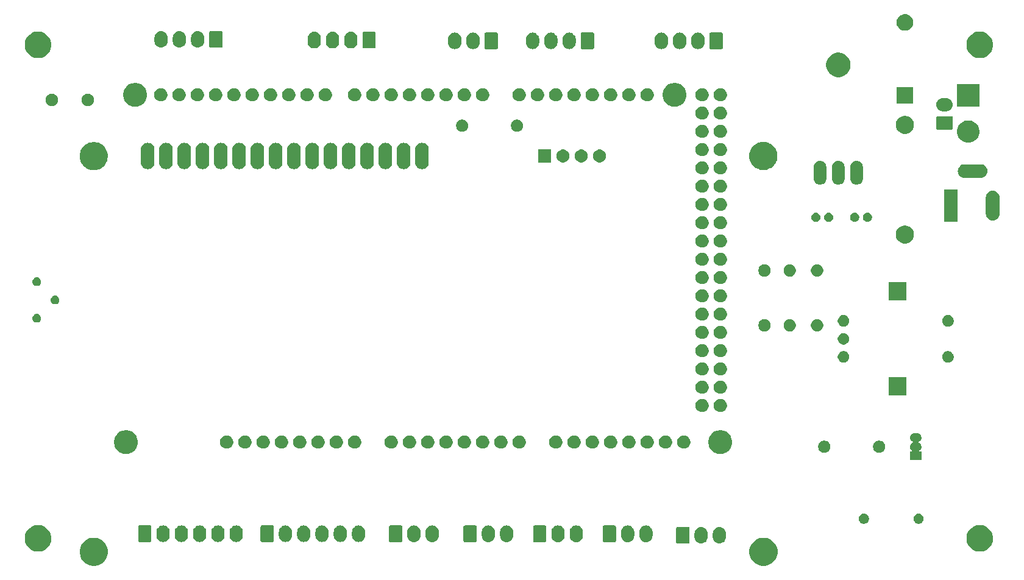
<source format=gts>
G04 #@! TF.GenerationSoftware,KiCad,Pcbnew,5.1.5-52549c5~84~ubuntu18.04.1*
G04 #@! TF.CreationDate,2020-03-24T03:20:29+01:00*
G04 #@! TF.ProjectId,REES,52454553-2e6b-4696-9361-645f70636258,rev?*
G04 #@! TF.SameCoordinates,Original*
G04 #@! TF.FileFunction,Soldermask,Top*
G04 #@! TF.FilePolarity,Negative*
%FSLAX46Y46*%
G04 Gerber Fmt 4.6, Leading zero omitted, Abs format (unit mm)*
G04 Created by KiCad (PCBNEW 5.1.5-52549c5~84~ubuntu18.04.1) date 2020-03-24 03:20:29*
%MOMM*%
%LPD*%
G04 APERTURE LIST*
%ADD10C,0.100000*%
G04 APERTURE END LIST*
D10*
G36*
X184238191Y-139884157D02*
G01*
X184421744Y-139920668D01*
X184569191Y-139981743D01*
X184777712Y-140068115D01*
X184884016Y-140139145D01*
X185098077Y-140282176D01*
X185370524Y-140554623D01*
X185431523Y-140645915D01*
X185584585Y-140874988D01*
X185732032Y-141230957D01*
X185807200Y-141608849D01*
X185807200Y-141994151D01*
X185732032Y-142372043D01*
X185584585Y-142728012D01*
X185584584Y-142728013D01*
X185370524Y-143048377D01*
X185098077Y-143320824D01*
X184884016Y-143463855D01*
X184777712Y-143534885D01*
X184569191Y-143621257D01*
X184421744Y-143682332D01*
X184295779Y-143707388D01*
X184043851Y-143757500D01*
X183658549Y-143757500D01*
X183406621Y-143707388D01*
X183280656Y-143682332D01*
X183133209Y-143621257D01*
X182924688Y-143534885D01*
X182818384Y-143463855D01*
X182604323Y-143320824D01*
X182331876Y-143048377D01*
X182117816Y-142728013D01*
X182117815Y-142728012D01*
X181970368Y-142372043D01*
X181895200Y-141994151D01*
X181895200Y-141608849D01*
X181970368Y-141230957D01*
X182117815Y-140874988D01*
X182270877Y-140645915D01*
X182331876Y-140554623D01*
X182604323Y-140282176D01*
X182818384Y-140139145D01*
X182924688Y-140068115D01*
X183133209Y-139981743D01*
X183280656Y-139920668D01*
X183464209Y-139884157D01*
X183658549Y-139845500D01*
X184043851Y-139845500D01*
X184238191Y-139884157D01*
G37*
G36*
X91228191Y-139884157D02*
G01*
X91411744Y-139920668D01*
X91559191Y-139981743D01*
X91767712Y-140068115D01*
X91874016Y-140139145D01*
X92088077Y-140282176D01*
X92360524Y-140554623D01*
X92421523Y-140645915D01*
X92574585Y-140874988D01*
X92722032Y-141230957D01*
X92797200Y-141608849D01*
X92797200Y-141994151D01*
X92722032Y-142372043D01*
X92574585Y-142728012D01*
X92574584Y-142728013D01*
X92360524Y-143048377D01*
X92088077Y-143320824D01*
X91874016Y-143463855D01*
X91767712Y-143534885D01*
X91559191Y-143621257D01*
X91411744Y-143682332D01*
X91285779Y-143707388D01*
X91033851Y-143757500D01*
X90648549Y-143757500D01*
X90396621Y-143707388D01*
X90270656Y-143682332D01*
X90123209Y-143621257D01*
X89914688Y-143534885D01*
X89808384Y-143463855D01*
X89594323Y-143320824D01*
X89321876Y-143048377D01*
X89107816Y-142728013D01*
X89107815Y-142728012D01*
X88960368Y-142372043D01*
X88885200Y-141994151D01*
X88885200Y-141608849D01*
X88960368Y-141230957D01*
X89107815Y-140874988D01*
X89260877Y-140645915D01*
X89321876Y-140554623D01*
X89594323Y-140282176D01*
X89808384Y-140139145D01*
X89914688Y-140068115D01*
X90123209Y-139981743D01*
X90270656Y-139920668D01*
X90454209Y-139884157D01*
X90648549Y-139845500D01*
X91033851Y-139845500D01*
X91228191Y-139884157D01*
G37*
G36*
X83457213Y-138113167D02*
G01*
X83636017Y-138148733D01*
X83709310Y-138179092D01*
X83972876Y-138288264D01*
X84276043Y-138490834D01*
X84533866Y-138748657D01*
X84736436Y-139051824D01*
X84875967Y-139388684D01*
X84947100Y-139746291D01*
X84947100Y-140110909D01*
X84911949Y-140287625D01*
X84881458Y-140440914D01*
X84875967Y-140468516D01*
X84736436Y-140805376D01*
X84533866Y-141108543D01*
X84276043Y-141366366D01*
X83972876Y-141568936D01*
X83775548Y-141650671D01*
X83636017Y-141708467D01*
X83457212Y-141744034D01*
X83278409Y-141779600D01*
X82913791Y-141779600D01*
X82734988Y-141744034D01*
X82556183Y-141708467D01*
X82416652Y-141650671D01*
X82219324Y-141568936D01*
X81916157Y-141366366D01*
X81658334Y-141108543D01*
X81455764Y-140805376D01*
X81316233Y-140468516D01*
X81310743Y-140440914D01*
X81280251Y-140287625D01*
X81245100Y-140110909D01*
X81245100Y-139746291D01*
X81316233Y-139388684D01*
X81455764Y-139051824D01*
X81658334Y-138748657D01*
X81916157Y-138490834D01*
X82219324Y-138288264D01*
X82482890Y-138179092D01*
X82556183Y-138148733D01*
X82734987Y-138113167D01*
X82913791Y-138077600D01*
X83278409Y-138077600D01*
X83457213Y-138113167D01*
G37*
G36*
X214267213Y-138113167D02*
G01*
X214446017Y-138148733D01*
X214519310Y-138179092D01*
X214782876Y-138288264D01*
X215086043Y-138490834D01*
X215343866Y-138748657D01*
X215546436Y-139051824D01*
X215685967Y-139388684D01*
X215757100Y-139746291D01*
X215757100Y-140110909D01*
X215721949Y-140287625D01*
X215691458Y-140440914D01*
X215685967Y-140468516D01*
X215546436Y-140805376D01*
X215343866Y-141108543D01*
X215086043Y-141366366D01*
X214782876Y-141568936D01*
X214585548Y-141650671D01*
X214446017Y-141708467D01*
X214267212Y-141744034D01*
X214088409Y-141779600D01*
X213723791Y-141779600D01*
X213544988Y-141744034D01*
X213366183Y-141708467D01*
X213226652Y-141650671D01*
X213029324Y-141568936D01*
X212726157Y-141366366D01*
X212468334Y-141108543D01*
X212265764Y-140805376D01*
X212126233Y-140468516D01*
X212120743Y-140440914D01*
X212090251Y-140287625D01*
X212055100Y-140110909D01*
X212055100Y-139746291D01*
X212126233Y-139388684D01*
X212265764Y-139051824D01*
X212468334Y-138748657D01*
X212726157Y-138490834D01*
X213029324Y-138288264D01*
X213292890Y-138179092D01*
X213366183Y-138148733D01*
X213544987Y-138113167D01*
X213723791Y-138077600D01*
X214088409Y-138077600D01*
X214267213Y-138113167D01*
G37*
G36*
X175380547Y-138362326D02*
G01*
X175554156Y-138414990D01*
X175554158Y-138414991D01*
X175714155Y-138500511D01*
X175854397Y-138615603D01*
X175932557Y-138710843D01*
X175969489Y-138755844D01*
X176055010Y-138915843D01*
X176107674Y-139089452D01*
X176121000Y-139224756D01*
X176121000Y-139775243D01*
X176107674Y-139910548D01*
X176055010Y-140084157D01*
X175969489Y-140244156D01*
X175937919Y-140282624D01*
X175854397Y-140384397D01*
X175773904Y-140450455D01*
X175714156Y-140499489D01*
X175554157Y-140585010D01*
X175380548Y-140637674D01*
X175200000Y-140655456D01*
X175019453Y-140637674D01*
X174845844Y-140585010D01*
X174685845Y-140499489D01*
X174626097Y-140450455D01*
X174545604Y-140384397D01*
X174430513Y-140244157D01*
X174430512Y-140244155D01*
X174344990Y-140084157D01*
X174292326Y-139910548D01*
X174279000Y-139775244D01*
X174279000Y-139224757D01*
X174292326Y-139089453D01*
X174344990Y-138915844D01*
X174430511Y-138755845D01*
X174463339Y-138715844D01*
X174545603Y-138615603D01*
X174671388Y-138512375D01*
X174685844Y-138500511D01*
X174845843Y-138414990D01*
X175019452Y-138362326D01*
X175200000Y-138344544D01*
X175380547Y-138362326D01*
G37*
G36*
X177920547Y-138362326D02*
G01*
X178094156Y-138414990D01*
X178094158Y-138414991D01*
X178254155Y-138500511D01*
X178394397Y-138615603D01*
X178472557Y-138710843D01*
X178509489Y-138755844D01*
X178595010Y-138915843D01*
X178647674Y-139089452D01*
X178661000Y-139224756D01*
X178661000Y-139775243D01*
X178647674Y-139910548D01*
X178595010Y-140084157D01*
X178509489Y-140244156D01*
X178477919Y-140282624D01*
X178394397Y-140384397D01*
X178313904Y-140450455D01*
X178254156Y-140499489D01*
X178094157Y-140585010D01*
X177920548Y-140637674D01*
X177740000Y-140655456D01*
X177559453Y-140637674D01*
X177385844Y-140585010D01*
X177225845Y-140499489D01*
X177166097Y-140450455D01*
X177085604Y-140384397D01*
X176970513Y-140244157D01*
X176970512Y-140244155D01*
X176884990Y-140084157D01*
X176832326Y-139910548D01*
X176819000Y-139775244D01*
X176819000Y-139224757D01*
X176832326Y-139089453D01*
X176884990Y-138915844D01*
X176970511Y-138755845D01*
X177003339Y-138715844D01*
X177085603Y-138615603D01*
X177211388Y-138512375D01*
X177225844Y-138500511D01*
X177385843Y-138414990D01*
X177559452Y-138362326D01*
X177740000Y-138344544D01*
X177920547Y-138362326D01*
G37*
G36*
X173439561Y-138352966D02*
G01*
X173472383Y-138362923D01*
X173502632Y-138379092D01*
X173529148Y-138400852D01*
X173550908Y-138427368D01*
X173567077Y-138457617D01*
X173577034Y-138490439D01*
X173581000Y-138530713D01*
X173581000Y-140469287D01*
X173577034Y-140509561D01*
X173567077Y-140542383D01*
X173550908Y-140572632D01*
X173529148Y-140599148D01*
X173502632Y-140620908D01*
X173472383Y-140637077D01*
X173439561Y-140647034D01*
X173399287Y-140651000D01*
X171920713Y-140651000D01*
X171880439Y-140647034D01*
X171847617Y-140637077D01*
X171817368Y-140620908D01*
X171790852Y-140599148D01*
X171769092Y-140572632D01*
X171752923Y-140542383D01*
X171742966Y-140509561D01*
X171739000Y-140469287D01*
X171739000Y-138530713D01*
X171742966Y-138490439D01*
X171752923Y-138457617D01*
X171769092Y-138427368D01*
X171790852Y-138400852D01*
X171817368Y-138379092D01*
X171847617Y-138362923D01*
X171880439Y-138352966D01*
X171920713Y-138349000D01*
X173399287Y-138349000D01*
X173439561Y-138352966D01*
G37*
G36*
X158035548Y-138162326D02*
G01*
X158209157Y-138214990D01*
X158209159Y-138214991D01*
X158369156Y-138300511D01*
X158509398Y-138415603D01*
X158571138Y-138490835D01*
X158624490Y-138555844D01*
X158656432Y-138615604D01*
X158707339Y-138710843D01*
X158710011Y-138715843D01*
X158762675Y-138889452D01*
X158762675Y-138889454D01*
X158775509Y-139019755D01*
X158776001Y-139024756D01*
X158776001Y-139575243D01*
X158762675Y-139710548D01*
X158710011Y-139884157D01*
X158624490Y-140044156D01*
X158604827Y-140068115D01*
X158509398Y-140184397D01*
X158436580Y-140244156D01*
X158369157Y-140299489D01*
X158209158Y-140385010D01*
X158035549Y-140437674D01*
X157855001Y-140455456D01*
X157674454Y-140437674D01*
X157500845Y-140385010D01*
X157340846Y-140299489D01*
X157273423Y-140244156D01*
X157200605Y-140184397D01*
X157085514Y-140044157D01*
X157085513Y-140044155D01*
X156999991Y-139884157D01*
X156947327Y-139710548D01*
X156934001Y-139575244D01*
X156934001Y-139024757D01*
X156934494Y-139019756D01*
X156947327Y-138889455D01*
X156947327Y-138889453D01*
X156999991Y-138715844D01*
X157085512Y-138555845D01*
X157106137Y-138530713D01*
X157200604Y-138415603D01*
X157326389Y-138312375D01*
X157340845Y-138300511D01*
X157500844Y-138214990D01*
X157674453Y-138162326D01*
X157855001Y-138144544D01*
X158035548Y-138162326D01*
G37*
G36*
X165165548Y-138162326D02*
G01*
X165339157Y-138214990D01*
X165339159Y-138214991D01*
X165499156Y-138300511D01*
X165639398Y-138415603D01*
X165701138Y-138490835D01*
X165754490Y-138555844D01*
X165786432Y-138615604D01*
X165837339Y-138710843D01*
X165840011Y-138715843D01*
X165892675Y-138889452D01*
X165892675Y-138889454D01*
X165905509Y-139019755D01*
X165906001Y-139024756D01*
X165906001Y-139575243D01*
X165892675Y-139710548D01*
X165840011Y-139884157D01*
X165754490Y-140044156D01*
X165734827Y-140068115D01*
X165639398Y-140184397D01*
X165566580Y-140244156D01*
X165499157Y-140299489D01*
X165339158Y-140385010D01*
X165165549Y-140437674D01*
X164985001Y-140455456D01*
X164804454Y-140437674D01*
X164630845Y-140385010D01*
X164470846Y-140299489D01*
X164403423Y-140244156D01*
X164330605Y-140184397D01*
X164215514Y-140044157D01*
X164215513Y-140044155D01*
X164129991Y-139884157D01*
X164077327Y-139710548D01*
X164064001Y-139575244D01*
X164064001Y-139024757D01*
X164064494Y-139019756D01*
X164077327Y-138889455D01*
X164077327Y-138889453D01*
X164129991Y-138715844D01*
X164215512Y-138555845D01*
X164236137Y-138530713D01*
X164330604Y-138415603D01*
X164456389Y-138312375D01*
X164470845Y-138300511D01*
X164630844Y-138214990D01*
X164804453Y-138162326D01*
X164985001Y-138144544D01*
X165165548Y-138162326D01*
G37*
G36*
X155495548Y-138162326D02*
G01*
X155669157Y-138214990D01*
X155669159Y-138214991D01*
X155829156Y-138300511D01*
X155969398Y-138415603D01*
X156031138Y-138490835D01*
X156084490Y-138555844D01*
X156116432Y-138615604D01*
X156167339Y-138710843D01*
X156170011Y-138715843D01*
X156222675Y-138889452D01*
X156222675Y-138889454D01*
X156235509Y-139019755D01*
X156236001Y-139024756D01*
X156236001Y-139575243D01*
X156222675Y-139710548D01*
X156170011Y-139884157D01*
X156084490Y-140044156D01*
X156064827Y-140068115D01*
X155969398Y-140184397D01*
X155896580Y-140244156D01*
X155829157Y-140299489D01*
X155669158Y-140385010D01*
X155495549Y-140437674D01*
X155315001Y-140455456D01*
X155134454Y-140437674D01*
X154960845Y-140385010D01*
X154800846Y-140299489D01*
X154733423Y-140244156D01*
X154660605Y-140184397D01*
X154545514Y-140044157D01*
X154545513Y-140044155D01*
X154459991Y-139884157D01*
X154407327Y-139710548D01*
X154394001Y-139575244D01*
X154394001Y-139024757D01*
X154394494Y-139019756D01*
X154407327Y-138889455D01*
X154407327Y-138889453D01*
X154459991Y-138715844D01*
X154545512Y-138555845D01*
X154566137Y-138530713D01*
X154660604Y-138415603D01*
X154786389Y-138312375D01*
X154800845Y-138300511D01*
X154960844Y-138214990D01*
X155134453Y-138162326D01*
X155315001Y-138144544D01*
X155495548Y-138162326D01*
G37*
G36*
X148365548Y-138162326D02*
G01*
X148539157Y-138214990D01*
X148539159Y-138214991D01*
X148699156Y-138300511D01*
X148839398Y-138415603D01*
X148901138Y-138490835D01*
X148954490Y-138555844D01*
X148986432Y-138615604D01*
X149037339Y-138710843D01*
X149040011Y-138715843D01*
X149092675Y-138889452D01*
X149092675Y-138889454D01*
X149105509Y-139019755D01*
X149106001Y-139024756D01*
X149106001Y-139575243D01*
X149092675Y-139710548D01*
X149040011Y-139884157D01*
X148954490Y-140044156D01*
X148934827Y-140068115D01*
X148839398Y-140184397D01*
X148766580Y-140244156D01*
X148699157Y-140299489D01*
X148539158Y-140385010D01*
X148365549Y-140437674D01*
X148185001Y-140455456D01*
X148004454Y-140437674D01*
X147830845Y-140385010D01*
X147670846Y-140299489D01*
X147603423Y-140244156D01*
X147530605Y-140184397D01*
X147415514Y-140044157D01*
X147415513Y-140044155D01*
X147329991Y-139884157D01*
X147277327Y-139710548D01*
X147264001Y-139575244D01*
X147264001Y-139024757D01*
X147264494Y-139019756D01*
X147277327Y-138889455D01*
X147277327Y-138889453D01*
X147329991Y-138715844D01*
X147415512Y-138555845D01*
X147436137Y-138530713D01*
X147530604Y-138415603D01*
X147656389Y-138312375D01*
X147670845Y-138300511D01*
X147830844Y-138214990D01*
X148004453Y-138162326D01*
X148185001Y-138144544D01*
X148365548Y-138162326D01*
G37*
G36*
X145825548Y-138162326D02*
G01*
X145999157Y-138214990D01*
X145999159Y-138214991D01*
X146159156Y-138300511D01*
X146299398Y-138415603D01*
X146361138Y-138490835D01*
X146414490Y-138555844D01*
X146446432Y-138615604D01*
X146497339Y-138710843D01*
X146500011Y-138715843D01*
X146552675Y-138889452D01*
X146552675Y-138889454D01*
X146565509Y-139019755D01*
X146566001Y-139024756D01*
X146566001Y-139575243D01*
X146552675Y-139710548D01*
X146500011Y-139884157D01*
X146414490Y-140044156D01*
X146394827Y-140068115D01*
X146299398Y-140184397D01*
X146226580Y-140244156D01*
X146159157Y-140299489D01*
X145999158Y-140385010D01*
X145825549Y-140437674D01*
X145645001Y-140455456D01*
X145464454Y-140437674D01*
X145290845Y-140385010D01*
X145130846Y-140299489D01*
X145063423Y-140244156D01*
X144990605Y-140184397D01*
X144875514Y-140044157D01*
X144875513Y-140044155D01*
X144789991Y-139884157D01*
X144737327Y-139710548D01*
X144724001Y-139575244D01*
X144724001Y-139024757D01*
X144724494Y-139019756D01*
X144737327Y-138889455D01*
X144737327Y-138889453D01*
X144789991Y-138715844D01*
X144875512Y-138555845D01*
X144896137Y-138530713D01*
X144990604Y-138415603D01*
X145116389Y-138312375D01*
X145130845Y-138300511D01*
X145290844Y-138214990D01*
X145464453Y-138162326D01*
X145645001Y-138144544D01*
X145825548Y-138162326D01*
G37*
G36*
X138020547Y-138162326D02*
G01*
X138194156Y-138214990D01*
X138194158Y-138214991D01*
X138354155Y-138300511D01*
X138494397Y-138415603D01*
X138556137Y-138490835D01*
X138609489Y-138555844D01*
X138641431Y-138615604D01*
X138692338Y-138710843D01*
X138695010Y-138715843D01*
X138747674Y-138889452D01*
X138747674Y-138889454D01*
X138760508Y-139019755D01*
X138761000Y-139024756D01*
X138761000Y-139575243D01*
X138747674Y-139710548D01*
X138695010Y-139884157D01*
X138609489Y-140044156D01*
X138589826Y-140068115D01*
X138494397Y-140184397D01*
X138421579Y-140244156D01*
X138354156Y-140299489D01*
X138194157Y-140385010D01*
X138020548Y-140437674D01*
X137840000Y-140455456D01*
X137659453Y-140437674D01*
X137485844Y-140385010D01*
X137325845Y-140299489D01*
X137258422Y-140244156D01*
X137185604Y-140184397D01*
X137070513Y-140044157D01*
X137070512Y-140044155D01*
X136984990Y-139884157D01*
X136932326Y-139710548D01*
X136919000Y-139575244D01*
X136919000Y-139024757D01*
X136919493Y-139019756D01*
X136932326Y-138889455D01*
X136932326Y-138889453D01*
X136984990Y-138715844D01*
X137070511Y-138555845D01*
X137091136Y-138530713D01*
X137185603Y-138415603D01*
X137311388Y-138312375D01*
X137325844Y-138300511D01*
X137485843Y-138214990D01*
X137659452Y-138162326D01*
X137840000Y-138144544D01*
X138020547Y-138162326D01*
G37*
G36*
X135480547Y-138162326D02*
G01*
X135654156Y-138214990D01*
X135654158Y-138214991D01*
X135814155Y-138300511D01*
X135954397Y-138415603D01*
X136016137Y-138490835D01*
X136069489Y-138555844D01*
X136101431Y-138615604D01*
X136152338Y-138710843D01*
X136155010Y-138715843D01*
X136207674Y-138889452D01*
X136207674Y-138889454D01*
X136220508Y-139019755D01*
X136221000Y-139024756D01*
X136221000Y-139575243D01*
X136207674Y-139710548D01*
X136155010Y-139884157D01*
X136069489Y-140044156D01*
X136049826Y-140068115D01*
X135954397Y-140184397D01*
X135881579Y-140244156D01*
X135814156Y-140299489D01*
X135654157Y-140385010D01*
X135480548Y-140437674D01*
X135300000Y-140455456D01*
X135119453Y-140437674D01*
X134945844Y-140385010D01*
X134785845Y-140299489D01*
X134718422Y-140244156D01*
X134645604Y-140184397D01*
X134530513Y-140044157D01*
X134530512Y-140044155D01*
X134444990Y-139884157D01*
X134392326Y-139710548D01*
X134379000Y-139575244D01*
X134379000Y-139024757D01*
X134379493Y-139019756D01*
X134392326Y-138889455D01*
X134392326Y-138889453D01*
X134444990Y-138715844D01*
X134530511Y-138555845D01*
X134551136Y-138530713D01*
X134645603Y-138415603D01*
X134771388Y-138312375D01*
X134785844Y-138300511D01*
X134945843Y-138214990D01*
X135119452Y-138162326D01*
X135300000Y-138144544D01*
X135480547Y-138162326D01*
G37*
G36*
X167705548Y-138162326D02*
G01*
X167879157Y-138214990D01*
X167879159Y-138214991D01*
X168039156Y-138300511D01*
X168179398Y-138415603D01*
X168241138Y-138490835D01*
X168294490Y-138555844D01*
X168326432Y-138615604D01*
X168377339Y-138710843D01*
X168380011Y-138715843D01*
X168432675Y-138889452D01*
X168432675Y-138889454D01*
X168445509Y-139019755D01*
X168446001Y-139024756D01*
X168446001Y-139575243D01*
X168432675Y-139710548D01*
X168380011Y-139884157D01*
X168294490Y-140044156D01*
X168274827Y-140068115D01*
X168179398Y-140184397D01*
X168106580Y-140244156D01*
X168039157Y-140299489D01*
X167879158Y-140385010D01*
X167705549Y-140437674D01*
X167525001Y-140455456D01*
X167344454Y-140437674D01*
X167170845Y-140385010D01*
X167010846Y-140299489D01*
X166943423Y-140244156D01*
X166870605Y-140184397D01*
X166755514Y-140044157D01*
X166755513Y-140044155D01*
X166669991Y-139884157D01*
X166617327Y-139710548D01*
X166604001Y-139575244D01*
X166604001Y-139024757D01*
X166604494Y-139019756D01*
X166617327Y-138889455D01*
X166617327Y-138889453D01*
X166669991Y-138715844D01*
X166755512Y-138555845D01*
X166776137Y-138530713D01*
X166870604Y-138415603D01*
X166996389Y-138312375D01*
X167010845Y-138300511D01*
X167170844Y-138214990D01*
X167344453Y-138162326D01*
X167525001Y-138144544D01*
X167705548Y-138162326D01*
G37*
G36*
X153554562Y-138152966D02*
G01*
X153587384Y-138162923D01*
X153617633Y-138179092D01*
X153644149Y-138200852D01*
X153665909Y-138227368D01*
X153682078Y-138257617D01*
X153692035Y-138290439D01*
X153696001Y-138330713D01*
X153696001Y-140269287D01*
X153692035Y-140309561D01*
X153682078Y-140342383D01*
X153665909Y-140372632D01*
X153644149Y-140399148D01*
X153617633Y-140420908D01*
X153587384Y-140437077D01*
X153554562Y-140447034D01*
X153514288Y-140451000D01*
X152035714Y-140451000D01*
X151995440Y-140447034D01*
X151962618Y-140437077D01*
X151932369Y-140420908D01*
X151905853Y-140399148D01*
X151884093Y-140372632D01*
X151867924Y-140342383D01*
X151857967Y-140309561D01*
X151854001Y-140269287D01*
X151854001Y-138330713D01*
X151857967Y-138290439D01*
X151867924Y-138257617D01*
X151884093Y-138227368D01*
X151905853Y-138200852D01*
X151932369Y-138179092D01*
X151962618Y-138162923D01*
X151995440Y-138152966D01*
X152035714Y-138149000D01*
X153514288Y-138149000D01*
X153554562Y-138152966D01*
G37*
G36*
X143884562Y-138152966D02*
G01*
X143917384Y-138162923D01*
X143947633Y-138179092D01*
X143974149Y-138200852D01*
X143995909Y-138227368D01*
X144012078Y-138257617D01*
X144022035Y-138290439D01*
X144026001Y-138330713D01*
X144026001Y-140269287D01*
X144022035Y-140309561D01*
X144012078Y-140342383D01*
X143995909Y-140372632D01*
X143974149Y-140399148D01*
X143947633Y-140420908D01*
X143917384Y-140437077D01*
X143884562Y-140447034D01*
X143844288Y-140451000D01*
X142365714Y-140451000D01*
X142325440Y-140447034D01*
X142292618Y-140437077D01*
X142262369Y-140420908D01*
X142235853Y-140399148D01*
X142214093Y-140372632D01*
X142197924Y-140342383D01*
X142187967Y-140309561D01*
X142184001Y-140269287D01*
X142184001Y-138330713D01*
X142187967Y-138290439D01*
X142197924Y-138257617D01*
X142214093Y-138227368D01*
X142235853Y-138200852D01*
X142262369Y-138179092D01*
X142292618Y-138162923D01*
X142325440Y-138152966D01*
X142365714Y-138149000D01*
X143844288Y-138149000D01*
X143884562Y-138152966D01*
G37*
G36*
X133539561Y-138152966D02*
G01*
X133572383Y-138162923D01*
X133602632Y-138179092D01*
X133629148Y-138200852D01*
X133650908Y-138227368D01*
X133667077Y-138257617D01*
X133677034Y-138290439D01*
X133681000Y-138330713D01*
X133681000Y-140269287D01*
X133677034Y-140309561D01*
X133667077Y-140342383D01*
X133650908Y-140372632D01*
X133629148Y-140399148D01*
X133602632Y-140420908D01*
X133572383Y-140437077D01*
X133539561Y-140447034D01*
X133499287Y-140451000D01*
X132020713Y-140451000D01*
X131980439Y-140447034D01*
X131947617Y-140437077D01*
X131917368Y-140420908D01*
X131890852Y-140399148D01*
X131869092Y-140372632D01*
X131852923Y-140342383D01*
X131842966Y-140309561D01*
X131839000Y-140269287D01*
X131839000Y-138330713D01*
X131842966Y-138290439D01*
X131852923Y-138257617D01*
X131869092Y-138227368D01*
X131890852Y-138200852D01*
X131917368Y-138179092D01*
X131947617Y-138162923D01*
X131980439Y-138152966D01*
X132020713Y-138149000D01*
X133499287Y-138149000D01*
X133539561Y-138152966D01*
G37*
G36*
X163224562Y-138152966D02*
G01*
X163257384Y-138162923D01*
X163287633Y-138179092D01*
X163314149Y-138200852D01*
X163335909Y-138227368D01*
X163352078Y-138257617D01*
X163362035Y-138290439D01*
X163366001Y-138330713D01*
X163366001Y-140269287D01*
X163362035Y-140309561D01*
X163352078Y-140342383D01*
X163335909Y-140372632D01*
X163314149Y-140399148D01*
X163287633Y-140420908D01*
X163257384Y-140437077D01*
X163224562Y-140447034D01*
X163184288Y-140451000D01*
X161705714Y-140451000D01*
X161665440Y-140447034D01*
X161632618Y-140437077D01*
X161602369Y-140420908D01*
X161575853Y-140399148D01*
X161554093Y-140372632D01*
X161537924Y-140342383D01*
X161527967Y-140309561D01*
X161524001Y-140269287D01*
X161524001Y-138330713D01*
X161527967Y-138290439D01*
X161537924Y-138257617D01*
X161554093Y-138227368D01*
X161575853Y-138200852D01*
X161602369Y-138179092D01*
X161632618Y-138162923D01*
X161665440Y-138152966D01*
X161705714Y-138149000D01*
X163184288Y-138149000D01*
X163224562Y-138152966D01*
G37*
G36*
X125260547Y-138157325D02*
G01*
X125434156Y-138209989D01*
X125434158Y-138209990D01*
X125594155Y-138295510D01*
X125734397Y-138410602D01*
X125808182Y-138500511D01*
X125849489Y-138550843D01*
X125935010Y-138710842D01*
X125987674Y-138884451D01*
X125990766Y-138915842D01*
X126001000Y-139019754D01*
X126001000Y-139570243D01*
X126000507Y-139575244D01*
X125987674Y-139705547D01*
X125935010Y-139879156D01*
X125849489Y-140039155D01*
X125825722Y-140068115D01*
X125734397Y-140179396D01*
X125655484Y-140244157D01*
X125594156Y-140294488D01*
X125434157Y-140380009D01*
X125260548Y-140432673D01*
X125080000Y-140450455D01*
X124899453Y-140432673D01*
X124725844Y-140380009D01*
X124565845Y-140294488D01*
X124504517Y-140244157D01*
X124425604Y-140179396D01*
X124314616Y-140044156D01*
X124310512Y-140039155D01*
X124224990Y-139879156D01*
X124172326Y-139705547D01*
X124159493Y-139575245D01*
X124159000Y-139570244D01*
X124159000Y-139019755D01*
X124169234Y-138915843D01*
X124172326Y-138884452D01*
X124224990Y-138710843D01*
X124310511Y-138550844D01*
X124327032Y-138530713D01*
X124425603Y-138410602D01*
X124529043Y-138325712D01*
X124565844Y-138295510D01*
X124725843Y-138209989D01*
X124899452Y-138157325D01*
X125080000Y-138139543D01*
X125260547Y-138157325D01*
G37*
G36*
X103180547Y-138157325D02*
G01*
X103354156Y-138209989D01*
X103354158Y-138209990D01*
X103514155Y-138295510D01*
X103654397Y-138410602D01*
X103728182Y-138500511D01*
X103769489Y-138550843D01*
X103855010Y-138710842D01*
X103907674Y-138884451D01*
X103910766Y-138915842D01*
X103921000Y-139019754D01*
X103921000Y-139570243D01*
X103920507Y-139575244D01*
X103907674Y-139705547D01*
X103855010Y-139879156D01*
X103769489Y-140039155D01*
X103745722Y-140068115D01*
X103654397Y-140179396D01*
X103575484Y-140244157D01*
X103514156Y-140294488D01*
X103354157Y-140380009D01*
X103180548Y-140432673D01*
X103000000Y-140450455D01*
X102819453Y-140432673D01*
X102645844Y-140380009D01*
X102485845Y-140294488D01*
X102424517Y-140244157D01*
X102345604Y-140179396D01*
X102234616Y-140044156D01*
X102230512Y-140039155D01*
X102144990Y-139879156D01*
X102092326Y-139705547D01*
X102079493Y-139575245D01*
X102079000Y-139570244D01*
X102079000Y-139019755D01*
X102089234Y-138915843D01*
X102092326Y-138884452D01*
X102144990Y-138710843D01*
X102230511Y-138550844D01*
X102247032Y-138530713D01*
X102345603Y-138410602D01*
X102449043Y-138325712D01*
X102485844Y-138295510D01*
X102645843Y-138209989D01*
X102819452Y-138157325D01*
X103000000Y-138139543D01*
X103180547Y-138157325D01*
G37*
G36*
X127800547Y-138157325D02*
G01*
X127974156Y-138209989D01*
X127974158Y-138209990D01*
X128134155Y-138295510D01*
X128274397Y-138410602D01*
X128348182Y-138500511D01*
X128389489Y-138550843D01*
X128475010Y-138710842D01*
X128527674Y-138884451D01*
X128530766Y-138915842D01*
X128541000Y-139019754D01*
X128541000Y-139570243D01*
X128540507Y-139575244D01*
X128527674Y-139705547D01*
X128475010Y-139879156D01*
X128389489Y-140039155D01*
X128365722Y-140068115D01*
X128274397Y-140179396D01*
X128195484Y-140244157D01*
X128134156Y-140294488D01*
X127974157Y-140380009D01*
X127800548Y-140432673D01*
X127620000Y-140450455D01*
X127439453Y-140432673D01*
X127265844Y-140380009D01*
X127105845Y-140294488D01*
X127044517Y-140244157D01*
X126965604Y-140179396D01*
X126854616Y-140044156D01*
X126850512Y-140039155D01*
X126764990Y-139879156D01*
X126712326Y-139705547D01*
X126699493Y-139575245D01*
X126699000Y-139570244D01*
X126699000Y-139019755D01*
X126709234Y-138915843D01*
X126712326Y-138884452D01*
X126764990Y-138710843D01*
X126850511Y-138550844D01*
X126867032Y-138530713D01*
X126965603Y-138410602D01*
X127069043Y-138325712D01*
X127105844Y-138295510D01*
X127265843Y-138209989D01*
X127439452Y-138157325D01*
X127620000Y-138139543D01*
X127800547Y-138157325D01*
G37*
G36*
X122720547Y-138157325D02*
G01*
X122894156Y-138209989D01*
X122894158Y-138209990D01*
X123054155Y-138295510D01*
X123194397Y-138410602D01*
X123268182Y-138500511D01*
X123309489Y-138550843D01*
X123395010Y-138710842D01*
X123447674Y-138884451D01*
X123450766Y-138915842D01*
X123461000Y-139019754D01*
X123461000Y-139570243D01*
X123460507Y-139575244D01*
X123447674Y-139705547D01*
X123395010Y-139879156D01*
X123309489Y-140039155D01*
X123285722Y-140068115D01*
X123194397Y-140179396D01*
X123115484Y-140244157D01*
X123054156Y-140294488D01*
X122894157Y-140380009D01*
X122720548Y-140432673D01*
X122540000Y-140450455D01*
X122359453Y-140432673D01*
X122185844Y-140380009D01*
X122025845Y-140294488D01*
X121964517Y-140244157D01*
X121885604Y-140179396D01*
X121774616Y-140044156D01*
X121770512Y-140039155D01*
X121684990Y-139879156D01*
X121632326Y-139705547D01*
X121619493Y-139575245D01*
X121619000Y-139570244D01*
X121619000Y-139019755D01*
X121629234Y-138915843D01*
X121632326Y-138884452D01*
X121684990Y-138710843D01*
X121770511Y-138550844D01*
X121787032Y-138530713D01*
X121885603Y-138410602D01*
X121989043Y-138325712D01*
X122025844Y-138295510D01*
X122185843Y-138209989D01*
X122359452Y-138157325D01*
X122540000Y-138139543D01*
X122720547Y-138157325D01*
G37*
G36*
X120180547Y-138157325D02*
G01*
X120354156Y-138209989D01*
X120354158Y-138209990D01*
X120514155Y-138295510D01*
X120654397Y-138410602D01*
X120728182Y-138500511D01*
X120769489Y-138550843D01*
X120855010Y-138710842D01*
X120907674Y-138884451D01*
X120910766Y-138915842D01*
X120921000Y-139019754D01*
X120921000Y-139570243D01*
X120920507Y-139575244D01*
X120907674Y-139705547D01*
X120855010Y-139879156D01*
X120769489Y-140039155D01*
X120745722Y-140068115D01*
X120654397Y-140179396D01*
X120575484Y-140244157D01*
X120514156Y-140294488D01*
X120354157Y-140380009D01*
X120180548Y-140432673D01*
X120000000Y-140450455D01*
X119819453Y-140432673D01*
X119645844Y-140380009D01*
X119485845Y-140294488D01*
X119424517Y-140244157D01*
X119345604Y-140179396D01*
X119234616Y-140044156D01*
X119230512Y-140039155D01*
X119144990Y-139879156D01*
X119092326Y-139705547D01*
X119079493Y-139575245D01*
X119079000Y-139570244D01*
X119079000Y-139019755D01*
X119089234Y-138915843D01*
X119092326Y-138884452D01*
X119144990Y-138710843D01*
X119230511Y-138550844D01*
X119247032Y-138530713D01*
X119345603Y-138410602D01*
X119449043Y-138325712D01*
X119485844Y-138295510D01*
X119645843Y-138209989D01*
X119819452Y-138157325D01*
X120000000Y-138139543D01*
X120180547Y-138157325D01*
G37*
G36*
X110800547Y-138157325D02*
G01*
X110974156Y-138209989D01*
X110974158Y-138209990D01*
X111134155Y-138295510D01*
X111274397Y-138410602D01*
X111348182Y-138500511D01*
X111389489Y-138550843D01*
X111475010Y-138710842D01*
X111527674Y-138884451D01*
X111530766Y-138915842D01*
X111541000Y-139019754D01*
X111541000Y-139570243D01*
X111540507Y-139575244D01*
X111527674Y-139705547D01*
X111475010Y-139879156D01*
X111389489Y-140039155D01*
X111365722Y-140068115D01*
X111274397Y-140179396D01*
X111195484Y-140244157D01*
X111134156Y-140294488D01*
X110974157Y-140380009D01*
X110800548Y-140432673D01*
X110620000Y-140450455D01*
X110439453Y-140432673D01*
X110265844Y-140380009D01*
X110105845Y-140294488D01*
X110044517Y-140244157D01*
X109965604Y-140179396D01*
X109854616Y-140044156D01*
X109850512Y-140039155D01*
X109764990Y-139879156D01*
X109712326Y-139705547D01*
X109699493Y-139575245D01*
X109699000Y-139570244D01*
X109699000Y-139019755D01*
X109709234Y-138915843D01*
X109712326Y-138884452D01*
X109764990Y-138710843D01*
X109850511Y-138550844D01*
X109867032Y-138530713D01*
X109965603Y-138410602D01*
X110069043Y-138325712D01*
X110105844Y-138295510D01*
X110265843Y-138209989D01*
X110439452Y-138157325D01*
X110620000Y-138139543D01*
X110800547Y-138157325D01*
G37*
G36*
X105720547Y-138157325D02*
G01*
X105894156Y-138209989D01*
X105894158Y-138209990D01*
X106054155Y-138295510D01*
X106194397Y-138410602D01*
X106268182Y-138500511D01*
X106309489Y-138550843D01*
X106395010Y-138710842D01*
X106447674Y-138884451D01*
X106450766Y-138915842D01*
X106461000Y-139019754D01*
X106461000Y-139570243D01*
X106460507Y-139575244D01*
X106447674Y-139705547D01*
X106395010Y-139879156D01*
X106309489Y-140039155D01*
X106285722Y-140068115D01*
X106194397Y-140179396D01*
X106115484Y-140244157D01*
X106054156Y-140294488D01*
X105894157Y-140380009D01*
X105720548Y-140432673D01*
X105540000Y-140450455D01*
X105359453Y-140432673D01*
X105185844Y-140380009D01*
X105025845Y-140294488D01*
X104964517Y-140244157D01*
X104885604Y-140179396D01*
X104774616Y-140044156D01*
X104770512Y-140039155D01*
X104684990Y-139879156D01*
X104632326Y-139705547D01*
X104619493Y-139575245D01*
X104619000Y-139570244D01*
X104619000Y-139019755D01*
X104629234Y-138915843D01*
X104632326Y-138884452D01*
X104684990Y-138710843D01*
X104770511Y-138550844D01*
X104787032Y-138530713D01*
X104885603Y-138410602D01*
X104989043Y-138325712D01*
X105025844Y-138295510D01*
X105185843Y-138209989D01*
X105359452Y-138157325D01*
X105540000Y-138139543D01*
X105720547Y-138157325D01*
G37*
G36*
X108260547Y-138157325D02*
G01*
X108434156Y-138209989D01*
X108434158Y-138209990D01*
X108594155Y-138295510D01*
X108734397Y-138410602D01*
X108808182Y-138500511D01*
X108849489Y-138550843D01*
X108935010Y-138710842D01*
X108987674Y-138884451D01*
X108990766Y-138915842D01*
X109001000Y-139019754D01*
X109001000Y-139570243D01*
X109000507Y-139575244D01*
X108987674Y-139705547D01*
X108935010Y-139879156D01*
X108849489Y-140039155D01*
X108825722Y-140068115D01*
X108734397Y-140179396D01*
X108655484Y-140244157D01*
X108594156Y-140294488D01*
X108434157Y-140380009D01*
X108260548Y-140432673D01*
X108080000Y-140450455D01*
X107899453Y-140432673D01*
X107725844Y-140380009D01*
X107565845Y-140294488D01*
X107504517Y-140244157D01*
X107425604Y-140179396D01*
X107314616Y-140044156D01*
X107310512Y-140039155D01*
X107224990Y-139879156D01*
X107172326Y-139705547D01*
X107159493Y-139575245D01*
X107159000Y-139570244D01*
X107159000Y-139019755D01*
X107169234Y-138915843D01*
X107172326Y-138884452D01*
X107224990Y-138710843D01*
X107310511Y-138550844D01*
X107327032Y-138530713D01*
X107425603Y-138410602D01*
X107529043Y-138325712D01*
X107565844Y-138295510D01*
X107725843Y-138209989D01*
X107899452Y-138157325D01*
X108080000Y-138139543D01*
X108260547Y-138157325D01*
G37*
G36*
X100640547Y-138157325D02*
G01*
X100814156Y-138209989D01*
X100814158Y-138209990D01*
X100974155Y-138295510D01*
X101114397Y-138410602D01*
X101188182Y-138500511D01*
X101229489Y-138550843D01*
X101315010Y-138710842D01*
X101367674Y-138884451D01*
X101370766Y-138915842D01*
X101381000Y-139019754D01*
X101381000Y-139570243D01*
X101380507Y-139575244D01*
X101367674Y-139705547D01*
X101315010Y-139879156D01*
X101229489Y-140039155D01*
X101205722Y-140068115D01*
X101114397Y-140179396D01*
X101035484Y-140244157D01*
X100974156Y-140294488D01*
X100814157Y-140380009D01*
X100640548Y-140432673D01*
X100460000Y-140450455D01*
X100279453Y-140432673D01*
X100105844Y-140380009D01*
X99945845Y-140294488D01*
X99884517Y-140244157D01*
X99805604Y-140179396D01*
X99694616Y-140044156D01*
X99690512Y-140039155D01*
X99604990Y-139879156D01*
X99552326Y-139705547D01*
X99539493Y-139575245D01*
X99539000Y-139570244D01*
X99539000Y-139019755D01*
X99549234Y-138915843D01*
X99552326Y-138884452D01*
X99604990Y-138710843D01*
X99690511Y-138550844D01*
X99707032Y-138530713D01*
X99805603Y-138410602D01*
X99909043Y-138325712D01*
X99945844Y-138295510D01*
X100105843Y-138209989D01*
X100279452Y-138157325D01*
X100460000Y-138139543D01*
X100640547Y-138157325D01*
G37*
G36*
X117640547Y-138157325D02*
G01*
X117814156Y-138209989D01*
X117814158Y-138209990D01*
X117974155Y-138295510D01*
X118114397Y-138410602D01*
X118188182Y-138500511D01*
X118229489Y-138550843D01*
X118315010Y-138710842D01*
X118367674Y-138884451D01*
X118370766Y-138915842D01*
X118381000Y-139019754D01*
X118381000Y-139570243D01*
X118380507Y-139575244D01*
X118367674Y-139705547D01*
X118315010Y-139879156D01*
X118229489Y-140039155D01*
X118205722Y-140068115D01*
X118114397Y-140179396D01*
X118035484Y-140244157D01*
X117974156Y-140294488D01*
X117814157Y-140380009D01*
X117640548Y-140432673D01*
X117460000Y-140450455D01*
X117279453Y-140432673D01*
X117105844Y-140380009D01*
X116945845Y-140294488D01*
X116884517Y-140244157D01*
X116805604Y-140179396D01*
X116694616Y-140044156D01*
X116690512Y-140039155D01*
X116604990Y-139879156D01*
X116552326Y-139705547D01*
X116539493Y-139575245D01*
X116539000Y-139570244D01*
X116539000Y-139019755D01*
X116549234Y-138915843D01*
X116552326Y-138884452D01*
X116604990Y-138710843D01*
X116690511Y-138550844D01*
X116707032Y-138530713D01*
X116805603Y-138410602D01*
X116909043Y-138325712D01*
X116945844Y-138295510D01*
X117105843Y-138209989D01*
X117279452Y-138157325D01*
X117460000Y-138139543D01*
X117640547Y-138157325D01*
G37*
G36*
X98699561Y-138147965D02*
G01*
X98732383Y-138157922D01*
X98762632Y-138174091D01*
X98789148Y-138195851D01*
X98810908Y-138222367D01*
X98827077Y-138252616D01*
X98837034Y-138285438D01*
X98841000Y-138325712D01*
X98841000Y-140264286D01*
X98837034Y-140304560D01*
X98827077Y-140337382D01*
X98810908Y-140367631D01*
X98789148Y-140394147D01*
X98762632Y-140415907D01*
X98732383Y-140432076D01*
X98699561Y-140442033D01*
X98659287Y-140445999D01*
X97180713Y-140445999D01*
X97140439Y-140442033D01*
X97107617Y-140432076D01*
X97077368Y-140415907D01*
X97050852Y-140394147D01*
X97029092Y-140367631D01*
X97012923Y-140337382D01*
X97002966Y-140304560D01*
X96999000Y-140264286D01*
X96999000Y-138325712D01*
X97002966Y-138285438D01*
X97012923Y-138252616D01*
X97029092Y-138222367D01*
X97050852Y-138195851D01*
X97077368Y-138174091D01*
X97107617Y-138157922D01*
X97140439Y-138147965D01*
X97180713Y-138143999D01*
X98659287Y-138143999D01*
X98699561Y-138147965D01*
G37*
G36*
X115699561Y-138147965D02*
G01*
X115732383Y-138157922D01*
X115762632Y-138174091D01*
X115789148Y-138195851D01*
X115810908Y-138222367D01*
X115827077Y-138252616D01*
X115837034Y-138285438D01*
X115841000Y-138325712D01*
X115841000Y-140264286D01*
X115837034Y-140304560D01*
X115827077Y-140337382D01*
X115810908Y-140367631D01*
X115789148Y-140394147D01*
X115762632Y-140415907D01*
X115732383Y-140432076D01*
X115699561Y-140442033D01*
X115659287Y-140445999D01*
X114180713Y-140445999D01*
X114140439Y-140442033D01*
X114107617Y-140432076D01*
X114077368Y-140415907D01*
X114050852Y-140394147D01*
X114029092Y-140367631D01*
X114012923Y-140337382D01*
X114002966Y-140304560D01*
X113999000Y-140264286D01*
X113999000Y-138325712D01*
X114002966Y-138285438D01*
X114012923Y-138252616D01*
X114029092Y-138222367D01*
X114050852Y-138195851D01*
X114077368Y-138174091D01*
X114107617Y-138157922D01*
X114140439Y-138147965D01*
X114180713Y-138143999D01*
X115659287Y-138143999D01*
X115699561Y-138147965D01*
G37*
G36*
X198004473Y-136525938D02*
G01*
X198132049Y-136578782D01*
X198246859Y-136655495D01*
X198344505Y-136753141D01*
X198421218Y-136867951D01*
X198474062Y-136995527D01*
X198501000Y-137130956D01*
X198501000Y-137269044D01*
X198474062Y-137404473D01*
X198421218Y-137532049D01*
X198344505Y-137646859D01*
X198246859Y-137744505D01*
X198132049Y-137821218D01*
X198004473Y-137874062D01*
X197869044Y-137901000D01*
X197730956Y-137901000D01*
X197595527Y-137874062D01*
X197467951Y-137821218D01*
X197353141Y-137744505D01*
X197255495Y-137646859D01*
X197178782Y-137532049D01*
X197125938Y-137404473D01*
X197099000Y-137269044D01*
X197099000Y-137130956D01*
X197125938Y-136995527D01*
X197178782Y-136867951D01*
X197255495Y-136753141D01*
X197353141Y-136655495D01*
X197467951Y-136578782D01*
X197595527Y-136525938D01*
X197730956Y-136499000D01*
X197869044Y-136499000D01*
X198004473Y-136525938D01*
G37*
G36*
X205604473Y-136525938D02*
G01*
X205732049Y-136578782D01*
X205846859Y-136655495D01*
X205944505Y-136753141D01*
X206021218Y-136867951D01*
X206074062Y-136995527D01*
X206101000Y-137130956D01*
X206101000Y-137269044D01*
X206074062Y-137404473D01*
X206021218Y-137532049D01*
X205944505Y-137646859D01*
X205846859Y-137744505D01*
X205732049Y-137821218D01*
X205604473Y-137874062D01*
X205469044Y-137901000D01*
X205330956Y-137901000D01*
X205195527Y-137874062D01*
X205067951Y-137821218D01*
X204953141Y-137744505D01*
X204855495Y-137646859D01*
X204778782Y-137532049D01*
X204725938Y-137404473D01*
X204699000Y-137269044D01*
X204699000Y-137130956D01*
X204725938Y-136995527D01*
X204778782Y-136867951D01*
X204855495Y-136753141D01*
X204953141Y-136655495D01*
X205067951Y-136578782D01*
X205195527Y-136525938D01*
X205330956Y-136499000D01*
X205469044Y-136499000D01*
X205604473Y-136525938D01*
G37*
G36*
X205337916Y-125362334D02*
G01*
X205446492Y-125395271D01*
X205446495Y-125395272D01*
X205482601Y-125414571D01*
X205546557Y-125448756D01*
X205634264Y-125520736D01*
X205706244Y-125608443D01*
X205740429Y-125672399D01*
X205759728Y-125708505D01*
X205759729Y-125708508D01*
X205792666Y-125817084D01*
X205803787Y-125930000D01*
X205792666Y-126042916D01*
X205759729Y-126151492D01*
X205759728Y-126151495D01*
X205740429Y-126187601D01*
X205706244Y-126251557D01*
X205634264Y-126339264D01*
X205546557Y-126411244D01*
X205481807Y-126445853D01*
X205465141Y-126454761D01*
X205444766Y-126468375D01*
X205427439Y-126485702D01*
X205413826Y-126506076D01*
X205404448Y-126528715D01*
X205399668Y-126552748D01*
X205399668Y-126577252D01*
X205404448Y-126601285D01*
X205413826Y-126623924D01*
X205427440Y-126644299D01*
X205444767Y-126661626D01*
X205465141Y-126675239D01*
X205546557Y-126718756D01*
X205634264Y-126790736D01*
X205706244Y-126878443D01*
X205740429Y-126942399D01*
X205759728Y-126978505D01*
X205759729Y-126978508D01*
X205792666Y-127087084D01*
X205803787Y-127200000D01*
X205792666Y-127312916D01*
X205759729Y-127421492D01*
X205759728Y-127421495D01*
X205750129Y-127439453D01*
X205706244Y-127521557D01*
X205634264Y-127609264D01*
X205557354Y-127672383D01*
X205540035Y-127689702D01*
X205526421Y-127710077D01*
X205517043Y-127732716D01*
X205512263Y-127756749D01*
X205512263Y-127781253D01*
X205517043Y-127805286D01*
X205526421Y-127827925D01*
X205540034Y-127848299D01*
X205557361Y-127865626D01*
X205577736Y-127879240D01*
X205600375Y-127888618D01*
X205624408Y-127893398D01*
X205636660Y-127894000D01*
X205801000Y-127894000D01*
X205801000Y-129046000D01*
X204199000Y-129046000D01*
X204199000Y-127894000D01*
X204363340Y-127894000D01*
X204387726Y-127891598D01*
X204411175Y-127884485D01*
X204432786Y-127872934D01*
X204451728Y-127857389D01*
X204467273Y-127838447D01*
X204478824Y-127816836D01*
X204485937Y-127793387D01*
X204488339Y-127769001D01*
X204485937Y-127744615D01*
X204478824Y-127721166D01*
X204467273Y-127699555D01*
X204451728Y-127680613D01*
X204442655Y-127672391D01*
X204365736Y-127609264D01*
X204293756Y-127521557D01*
X204249871Y-127439453D01*
X204240272Y-127421495D01*
X204240271Y-127421492D01*
X204207334Y-127312916D01*
X204196213Y-127200000D01*
X204207334Y-127087084D01*
X204240271Y-126978508D01*
X204240272Y-126978505D01*
X204259571Y-126942399D01*
X204293756Y-126878443D01*
X204365736Y-126790736D01*
X204453443Y-126718756D01*
X204534859Y-126675239D01*
X204555234Y-126661625D01*
X204572561Y-126644298D01*
X204586174Y-126623924D01*
X204595552Y-126601285D01*
X204600332Y-126577252D01*
X204600332Y-126552748D01*
X204595552Y-126528715D01*
X204586174Y-126506076D01*
X204572560Y-126485701D01*
X204555233Y-126468374D01*
X204534859Y-126454761D01*
X204518193Y-126445853D01*
X204453443Y-126411244D01*
X204365736Y-126339264D01*
X204293756Y-126251557D01*
X204259571Y-126187601D01*
X204240272Y-126151495D01*
X204240271Y-126151492D01*
X204207334Y-126042916D01*
X204196213Y-125930000D01*
X204207334Y-125817084D01*
X204240271Y-125708508D01*
X204240272Y-125708505D01*
X204259571Y-125672399D01*
X204293756Y-125608443D01*
X204365736Y-125520736D01*
X204453443Y-125448756D01*
X204517399Y-125414571D01*
X204553505Y-125395272D01*
X204553508Y-125395271D01*
X204662084Y-125362334D01*
X204746702Y-125354000D01*
X205253298Y-125354000D01*
X205337916Y-125362334D01*
G37*
G36*
X178235256Y-124951298D02*
G01*
X178341579Y-124972447D01*
X178642042Y-125096903D01*
X178912451Y-125277585D01*
X179142415Y-125507549D01*
X179323097Y-125777958D01*
X179323098Y-125777960D01*
X179359550Y-125865963D01*
X179432846Y-126042914D01*
X179447553Y-126078422D01*
X179511000Y-126397389D01*
X179511000Y-126722611D01*
X179480003Y-126878443D01*
X179447553Y-127041579D01*
X179416650Y-127116185D01*
X179335162Y-127312916D01*
X179323097Y-127342042D01*
X179142415Y-127612451D01*
X178912451Y-127842415D01*
X178642042Y-128023097D01*
X178341579Y-128147553D01*
X178235256Y-128168702D01*
X178022611Y-128211000D01*
X177697389Y-128211000D01*
X177484744Y-128168702D01*
X177378421Y-128147553D01*
X177077958Y-128023097D01*
X176807549Y-127842415D01*
X176577585Y-127612451D01*
X176396903Y-127342042D01*
X176384839Y-127312916D01*
X176303350Y-127116185D01*
X176272447Y-127041579D01*
X176239997Y-126878443D01*
X176209000Y-126722611D01*
X176209000Y-126397389D01*
X176272447Y-126078422D01*
X176287155Y-126042914D01*
X176360450Y-125865963D01*
X176396902Y-125777960D01*
X176396903Y-125777958D01*
X176577585Y-125507549D01*
X176807549Y-125277585D01*
X177077958Y-125096903D01*
X177378421Y-124972447D01*
X177484744Y-124951298D01*
X177697389Y-124909000D01*
X178022611Y-124909000D01*
X178235256Y-124951298D01*
G37*
G36*
X95685256Y-124951298D02*
G01*
X95791579Y-124972447D01*
X96092042Y-125096903D01*
X96362451Y-125277585D01*
X96592415Y-125507549D01*
X96773097Y-125777958D01*
X96773098Y-125777960D01*
X96809550Y-125865963D01*
X96882846Y-126042914D01*
X96897553Y-126078422D01*
X96961000Y-126397389D01*
X96961000Y-126722611D01*
X96930003Y-126878443D01*
X96897553Y-127041579D01*
X96866650Y-127116185D01*
X96785162Y-127312916D01*
X96773097Y-127342042D01*
X96592415Y-127612451D01*
X96362451Y-127842415D01*
X96092042Y-128023097D01*
X95791579Y-128147553D01*
X95685256Y-128168702D01*
X95472611Y-128211000D01*
X95147389Y-128211000D01*
X94934744Y-128168702D01*
X94828421Y-128147553D01*
X94527958Y-128023097D01*
X94257549Y-127842415D01*
X94027585Y-127612451D01*
X93846903Y-127342042D01*
X93834839Y-127312916D01*
X93753350Y-127116185D01*
X93722447Y-127041579D01*
X93689997Y-126878443D01*
X93659000Y-126722611D01*
X93659000Y-126397389D01*
X93722447Y-126078422D01*
X93737155Y-126042914D01*
X93810450Y-125865963D01*
X93846902Y-125777960D01*
X93846903Y-125777958D01*
X94027585Y-125507549D01*
X94257549Y-125277585D01*
X94527958Y-125096903D01*
X94828421Y-124972447D01*
X94934744Y-124951298D01*
X95147389Y-124909000D01*
X95472611Y-124909000D01*
X95685256Y-124951298D01*
G37*
G36*
X200168228Y-126381703D02*
G01*
X200323100Y-126445853D01*
X200462481Y-126538985D01*
X200581015Y-126657519D01*
X200674147Y-126796900D01*
X200738297Y-126951772D01*
X200771000Y-127116184D01*
X200771000Y-127283816D01*
X200738297Y-127448228D01*
X200674147Y-127603100D01*
X200581015Y-127742481D01*
X200462481Y-127861015D01*
X200323100Y-127954147D01*
X200168228Y-128018297D01*
X200003816Y-128051000D01*
X199836184Y-128051000D01*
X199671772Y-128018297D01*
X199516900Y-127954147D01*
X199377519Y-127861015D01*
X199258985Y-127742481D01*
X199165853Y-127603100D01*
X199101703Y-127448228D01*
X199069000Y-127283816D01*
X199069000Y-127116184D01*
X199101703Y-126951772D01*
X199165853Y-126796900D01*
X199258985Y-126657519D01*
X199377519Y-126538985D01*
X199516900Y-126445853D01*
X199671772Y-126381703D01*
X199836184Y-126349000D01*
X200003816Y-126349000D01*
X200168228Y-126381703D01*
G37*
G36*
X192548228Y-126381703D02*
G01*
X192703100Y-126445853D01*
X192842481Y-126538985D01*
X192961015Y-126657519D01*
X193054147Y-126796900D01*
X193118297Y-126951772D01*
X193151000Y-127116184D01*
X193151000Y-127283816D01*
X193118297Y-127448228D01*
X193054147Y-127603100D01*
X192961015Y-127742481D01*
X192842481Y-127861015D01*
X192703100Y-127954147D01*
X192548228Y-128018297D01*
X192383816Y-128051000D01*
X192216184Y-128051000D01*
X192051772Y-128018297D01*
X191896900Y-127954147D01*
X191757519Y-127861015D01*
X191638985Y-127742481D01*
X191545853Y-127603100D01*
X191481703Y-127448228D01*
X191449000Y-127283816D01*
X191449000Y-127116184D01*
X191481703Y-126951772D01*
X191545853Y-126796900D01*
X191638985Y-126657519D01*
X191757519Y-126538985D01*
X191896900Y-126445853D01*
X192051772Y-126381703D01*
X192216184Y-126349000D01*
X192383816Y-126349000D01*
X192548228Y-126381703D01*
G37*
G36*
X173046778Y-125680547D02*
G01*
X173213224Y-125749491D01*
X173363022Y-125849583D01*
X173490417Y-125976978D01*
X173590509Y-126126776D01*
X173659453Y-126293222D01*
X173694600Y-126469918D01*
X173694600Y-126650082D01*
X173659453Y-126826778D01*
X173590509Y-126993224D01*
X173490417Y-127143022D01*
X173363022Y-127270417D01*
X173213224Y-127370509D01*
X173046778Y-127439453D01*
X172870082Y-127474600D01*
X172689918Y-127474600D01*
X172513222Y-127439453D01*
X172346776Y-127370509D01*
X172196978Y-127270417D01*
X172069583Y-127143022D01*
X171969491Y-126993224D01*
X171900547Y-126826778D01*
X171865400Y-126650082D01*
X171865400Y-126469918D01*
X171900547Y-126293222D01*
X171969491Y-126126776D01*
X172069583Y-125976978D01*
X172196978Y-125849583D01*
X172346776Y-125749491D01*
X172513222Y-125680547D01*
X172689918Y-125645400D01*
X172870082Y-125645400D01*
X173046778Y-125680547D01*
G37*
G36*
X170506778Y-125680547D02*
G01*
X170673224Y-125749491D01*
X170823022Y-125849583D01*
X170950417Y-125976978D01*
X171050509Y-126126776D01*
X171119453Y-126293222D01*
X171154600Y-126469918D01*
X171154600Y-126650082D01*
X171119453Y-126826778D01*
X171050509Y-126993224D01*
X170950417Y-127143022D01*
X170823022Y-127270417D01*
X170673224Y-127370509D01*
X170506778Y-127439453D01*
X170330082Y-127474600D01*
X170149918Y-127474600D01*
X169973222Y-127439453D01*
X169806776Y-127370509D01*
X169656978Y-127270417D01*
X169529583Y-127143022D01*
X169429491Y-126993224D01*
X169360547Y-126826778D01*
X169325400Y-126650082D01*
X169325400Y-126469918D01*
X169360547Y-126293222D01*
X169429491Y-126126776D01*
X169529583Y-125976978D01*
X169656978Y-125849583D01*
X169806776Y-125749491D01*
X169973222Y-125680547D01*
X170149918Y-125645400D01*
X170330082Y-125645400D01*
X170506778Y-125680547D01*
G37*
G36*
X167966778Y-125680547D02*
G01*
X168133224Y-125749491D01*
X168283022Y-125849583D01*
X168410417Y-125976978D01*
X168510509Y-126126776D01*
X168579453Y-126293222D01*
X168614600Y-126469918D01*
X168614600Y-126650082D01*
X168579453Y-126826778D01*
X168510509Y-126993224D01*
X168410417Y-127143022D01*
X168283022Y-127270417D01*
X168133224Y-127370509D01*
X167966778Y-127439453D01*
X167790082Y-127474600D01*
X167609918Y-127474600D01*
X167433222Y-127439453D01*
X167266776Y-127370509D01*
X167116978Y-127270417D01*
X166989583Y-127143022D01*
X166889491Y-126993224D01*
X166820547Y-126826778D01*
X166785400Y-126650082D01*
X166785400Y-126469918D01*
X166820547Y-126293222D01*
X166889491Y-126126776D01*
X166989583Y-125976978D01*
X167116978Y-125849583D01*
X167266776Y-125749491D01*
X167433222Y-125680547D01*
X167609918Y-125645400D01*
X167790082Y-125645400D01*
X167966778Y-125680547D01*
G37*
G36*
X165426778Y-125680547D02*
G01*
X165593224Y-125749491D01*
X165743022Y-125849583D01*
X165870417Y-125976978D01*
X165970509Y-126126776D01*
X166039453Y-126293222D01*
X166074600Y-126469918D01*
X166074600Y-126650082D01*
X166039453Y-126826778D01*
X165970509Y-126993224D01*
X165870417Y-127143022D01*
X165743022Y-127270417D01*
X165593224Y-127370509D01*
X165426778Y-127439453D01*
X165250082Y-127474600D01*
X165069918Y-127474600D01*
X164893222Y-127439453D01*
X164726776Y-127370509D01*
X164576978Y-127270417D01*
X164449583Y-127143022D01*
X164349491Y-126993224D01*
X164280547Y-126826778D01*
X164245400Y-126650082D01*
X164245400Y-126469918D01*
X164280547Y-126293222D01*
X164349491Y-126126776D01*
X164449583Y-125976978D01*
X164576978Y-125849583D01*
X164726776Y-125749491D01*
X164893222Y-125680547D01*
X165069918Y-125645400D01*
X165250082Y-125645400D01*
X165426778Y-125680547D01*
G37*
G36*
X162886778Y-125680547D02*
G01*
X163053224Y-125749491D01*
X163203022Y-125849583D01*
X163330417Y-125976978D01*
X163430509Y-126126776D01*
X163499453Y-126293222D01*
X163534600Y-126469918D01*
X163534600Y-126650082D01*
X163499453Y-126826778D01*
X163430509Y-126993224D01*
X163330417Y-127143022D01*
X163203022Y-127270417D01*
X163053224Y-127370509D01*
X162886778Y-127439453D01*
X162710082Y-127474600D01*
X162529918Y-127474600D01*
X162353222Y-127439453D01*
X162186776Y-127370509D01*
X162036978Y-127270417D01*
X161909583Y-127143022D01*
X161809491Y-126993224D01*
X161740547Y-126826778D01*
X161705400Y-126650082D01*
X161705400Y-126469918D01*
X161740547Y-126293222D01*
X161809491Y-126126776D01*
X161909583Y-125976978D01*
X162036978Y-125849583D01*
X162186776Y-125749491D01*
X162353222Y-125680547D01*
X162529918Y-125645400D01*
X162710082Y-125645400D01*
X162886778Y-125680547D01*
G37*
G36*
X160346778Y-125680547D02*
G01*
X160513224Y-125749491D01*
X160663022Y-125849583D01*
X160790417Y-125976978D01*
X160890509Y-126126776D01*
X160959453Y-126293222D01*
X160994600Y-126469918D01*
X160994600Y-126650082D01*
X160959453Y-126826778D01*
X160890509Y-126993224D01*
X160790417Y-127143022D01*
X160663022Y-127270417D01*
X160513224Y-127370509D01*
X160346778Y-127439453D01*
X160170082Y-127474600D01*
X159989918Y-127474600D01*
X159813222Y-127439453D01*
X159646776Y-127370509D01*
X159496978Y-127270417D01*
X159369583Y-127143022D01*
X159269491Y-126993224D01*
X159200547Y-126826778D01*
X159165400Y-126650082D01*
X159165400Y-126469918D01*
X159200547Y-126293222D01*
X159269491Y-126126776D01*
X159369583Y-125976978D01*
X159496978Y-125849583D01*
X159646776Y-125749491D01*
X159813222Y-125680547D01*
X159989918Y-125645400D01*
X160170082Y-125645400D01*
X160346778Y-125680547D01*
G37*
G36*
X157806778Y-125680547D02*
G01*
X157973224Y-125749491D01*
X158123022Y-125849583D01*
X158250417Y-125976978D01*
X158350509Y-126126776D01*
X158419453Y-126293222D01*
X158454600Y-126469918D01*
X158454600Y-126650082D01*
X158419453Y-126826778D01*
X158350509Y-126993224D01*
X158250417Y-127143022D01*
X158123022Y-127270417D01*
X157973224Y-127370509D01*
X157806778Y-127439453D01*
X157630082Y-127474600D01*
X157449918Y-127474600D01*
X157273222Y-127439453D01*
X157106776Y-127370509D01*
X156956978Y-127270417D01*
X156829583Y-127143022D01*
X156729491Y-126993224D01*
X156660547Y-126826778D01*
X156625400Y-126650082D01*
X156625400Y-126469918D01*
X156660547Y-126293222D01*
X156729491Y-126126776D01*
X156829583Y-125976978D01*
X156956978Y-125849583D01*
X157106776Y-125749491D01*
X157273222Y-125680547D01*
X157449918Y-125645400D01*
X157630082Y-125645400D01*
X157806778Y-125680547D01*
G37*
G36*
X155266778Y-125680547D02*
G01*
X155433224Y-125749491D01*
X155583022Y-125849583D01*
X155710417Y-125976978D01*
X155810509Y-126126776D01*
X155879453Y-126293222D01*
X155914600Y-126469918D01*
X155914600Y-126650082D01*
X155879453Y-126826778D01*
X155810509Y-126993224D01*
X155710417Y-127143022D01*
X155583022Y-127270417D01*
X155433224Y-127370509D01*
X155266778Y-127439453D01*
X155090082Y-127474600D01*
X154909918Y-127474600D01*
X154733222Y-127439453D01*
X154566776Y-127370509D01*
X154416978Y-127270417D01*
X154289583Y-127143022D01*
X154189491Y-126993224D01*
X154120547Y-126826778D01*
X154085400Y-126650082D01*
X154085400Y-126469918D01*
X154120547Y-126293222D01*
X154189491Y-126126776D01*
X154289583Y-125976978D01*
X154416978Y-125849583D01*
X154566776Y-125749491D01*
X154733222Y-125680547D01*
X154909918Y-125645400D01*
X155090082Y-125645400D01*
X155266778Y-125680547D01*
G37*
G36*
X150186778Y-125680547D02*
G01*
X150353224Y-125749491D01*
X150503022Y-125849583D01*
X150630417Y-125976978D01*
X150730509Y-126126776D01*
X150799453Y-126293222D01*
X150834600Y-126469918D01*
X150834600Y-126650082D01*
X150799453Y-126826778D01*
X150730509Y-126993224D01*
X150630417Y-127143022D01*
X150503022Y-127270417D01*
X150353224Y-127370509D01*
X150186778Y-127439453D01*
X150010082Y-127474600D01*
X149829918Y-127474600D01*
X149653222Y-127439453D01*
X149486776Y-127370509D01*
X149336978Y-127270417D01*
X149209583Y-127143022D01*
X149109491Y-126993224D01*
X149040547Y-126826778D01*
X149005400Y-126650082D01*
X149005400Y-126469918D01*
X149040547Y-126293222D01*
X149109491Y-126126776D01*
X149209583Y-125976978D01*
X149336978Y-125849583D01*
X149486776Y-125749491D01*
X149653222Y-125680547D01*
X149829918Y-125645400D01*
X150010082Y-125645400D01*
X150186778Y-125680547D01*
G37*
G36*
X147646778Y-125680547D02*
G01*
X147813224Y-125749491D01*
X147963022Y-125849583D01*
X148090417Y-125976978D01*
X148190509Y-126126776D01*
X148259453Y-126293222D01*
X148294600Y-126469918D01*
X148294600Y-126650082D01*
X148259453Y-126826778D01*
X148190509Y-126993224D01*
X148090417Y-127143022D01*
X147963022Y-127270417D01*
X147813224Y-127370509D01*
X147646778Y-127439453D01*
X147470082Y-127474600D01*
X147289918Y-127474600D01*
X147113222Y-127439453D01*
X146946776Y-127370509D01*
X146796978Y-127270417D01*
X146669583Y-127143022D01*
X146569491Y-126993224D01*
X146500547Y-126826778D01*
X146465400Y-126650082D01*
X146465400Y-126469918D01*
X146500547Y-126293222D01*
X146569491Y-126126776D01*
X146669583Y-125976978D01*
X146796978Y-125849583D01*
X146946776Y-125749491D01*
X147113222Y-125680547D01*
X147289918Y-125645400D01*
X147470082Y-125645400D01*
X147646778Y-125680547D01*
G37*
G36*
X145106778Y-125680547D02*
G01*
X145273224Y-125749491D01*
X145423022Y-125849583D01*
X145550417Y-125976978D01*
X145650509Y-126126776D01*
X145719453Y-126293222D01*
X145754600Y-126469918D01*
X145754600Y-126650082D01*
X145719453Y-126826778D01*
X145650509Y-126993224D01*
X145550417Y-127143022D01*
X145423022Y-127270417D01*
X145273224Y-127370509D01*
X145106778Y-127439453D01*
X144930082Y-127474600D01*
X144749918Y-127474600D01*
X144573222Y-127439453D01*
X144406776Y-127370509D01*
X144256978Y-127270417D01*
X144129583Y-127143022D01*
X144029491Y-126993224D01*
X143960547Y-126826778D01*
X143925400Y-126650082D01*
X143925400Y-126469918D01*
X143960547Y-126293222D01*
X144029491Y-126126776D01*
X144129583Y-125976978D01*
X144256978Y-125849583D01*
X144406776Y-125749491D01*
X144573222Y-125680547D01*
X144749918Y-125645400D01*
X144930082Y-125645400D01*
X145106778Y-125680547D01*
G37*
G36*
X142566778Y-125680547D02*
G01*
X142733224Y-125749491D01*
X142883022Y-125849583D01*
X143010417Y-125976978D01*
X143110509Y-126126776D01*
X143179453Y-126293222D01*
X143214600Y-126469918D01*
X143214600Y-126650082D01*
X143179453Y-126826778D01*
X143110509Y-126993224D01*
X143010417Y-127143022D01*
X142883022Y-127270417D01*
X142733224Y-127370509D01*
X142566778Y-127439453D01*
X142390082Y-127474600D01*
X142209918Y-127474600D01*
X142033222Y-127439453D01*
X141866776Y-127370509D01*
X141716978Y-127270417D01*
X141589583Y-127143022D01*
X141489491Y-126993224D01*
X141420547Y-126826778D01*
X141385400Y-126650082D01*
X141385400Y-126469918D01*
X141420547Y-126293222D01*
X141489491Y-126126776D01*
X141589583Y-125976978D01*
X141716978Y-125849583D01*
X141866776Y-125749491D01*
X142033222Y-125680547D01*
X142209918Y-125645400D01*
X142390082Y-125645400D01*
X142566778Y-125680547D01*
G37*
G36*
X137486778Y-125680547D02*
G01*
X137653224Y-125749491D01*
X137803022Y-125849583D01*
X137930417Y-125976978D01*
X138030509Y-126126776D01*
X138099453Y-126293222D01*
X138134600Y-126469918D01*
X138134600Y-126650082D01*
X138099453Y-126826778D01*
X138030509Y-126993224D01*
X137930417Y-127143022D01*
X137803022Y-127270417D01*
X137653224Y-127370509D01*
X137486778Y-127439453D01*
X137310082Y-127474600D01*
X137129918Y-127474600D01*
X136953222Y-127439453D01*
X136786776Y-127370509D01*
X136636978Y-127270417D01*
X136509583Y-127143022D01*
X136409491Y-126993224D01*
X136340547Y-126826778D01*
X136305400Y-126650082D01*
X136305400Y-126469918D01*
X136340547Y-126293222D01*
X136409491Y-126126776D01*
X136509583Y-125976978D01*
X136636978Y-125849583D01*
X136786776Y-125749491D01*
X136953222Y-125680547D01*
X137129918Y-125645400D01*
X137310082Y-125645400D01*
X137486778Y-125680547D01*
G37*
G36*
X140026778Y-125680547D02*
G01*
X140193224Y-125749491D01*
X140343022Y-125849583D01*
X140470417Y-125976978D01*
X140570509Y-126126776D01*
X140639453Y-126293222D01*
X140674600Y-126469918D01*
X140674600Y-126650082D01*
X140639453Y-126826778D01*
X140570509Y-126993224D01*
X140470417Y-127143022D01*
X140343022Y-127270417D01*
X140193224Y-127370509D01*
X140026778Y-127439453D01*
X139850082Y-127474600D01*
X139669918Y-127474600D01*
X139493222Y-127439453D01*
X139326776Y-127370509D01*
X139176978Y-127270417D01*
X139049583Y-127143022D01*
X138949491Y-126993224D01*
X138880547Y-126826778D01*
X138845400Y-126650082D01*
X138845400Y-126469918D01*
X138880547Y-126293222D01*
X138949491Y-126126776D01*
X139049583Y-125976978D01*
X139176978Y-125849583D01*
X139326776Y-125749491D01*
X139493222Y-125680547D01*
X139669918Y-125645400D01*
X139850082Y-125645400D01*
X140026778Y-125680547D01*
G37*
G36*
X132406778Y-125680547D02*
G01*
X132573224Y-125749491D01*
X132723022Y-125849583D01*
X132850417Y-125976978D01*
X132950509Y-126126776D01*
X133019453Y-126293222D01*
X133054600Y-126469918D01*
X133054600Y-126650082D01*
X133019453Y-126826778D01*
X132950509Y-126993224D01*
X132850417Y-127143022D01*
X132723022Y-127270417D01*
X132573224Y-127370509D01*
X132406778Y-127439453D01*
X132230082Y-127474600D01*
X132049918Y-127474600D01*
X131873222Y-127439453D01*
X131706776Y-127370509D01*
X131556978Y-127270417D01*
X131429583Y-127143022D01*
X131329491Y-126993224D01*
X131260547Y-126826778D01*
X131225400Y-126650082D01*
X131225400Y-126469918D01*
X131260547Y-126293222D01*
X131329491Y-126126776D01*
X131429583Y-125976978D01*
X131556978Y-125849583D01*
X131706776Y-125749491D01*
X131873222Y-125680547D01*
X132049918Y-125645400D01*
X132230082Y-125645400D01*
X132406778Y-125680547D01*
G37*
G36*
X124786778Y-125680547D02*
G01*
X124953224Y-125749491D01*
X125103022Y-125849583D01*
X125230417Y-125976978D01*
X125330509Y-126126776D01*
X125399453Y-126293222D01*
X125434600Y-126469918D01*
X125434600Y-126650082D01*
X125399453Y-126826778D01*
X125330509Y-126993224D01*
X125230417Y-127143022D01*
X125103022Y-127270417D01*
X124953224Y-127370509D01*
X124786778Y-127439453D01*
X124610082Y-127474600D01*
X124429918Y-127474600D01*
X124253222Y-127439453D01*
X124086776Y-127370509D01*
X123936978Y-127270417D01*
X123809583Y-127143022D01*
X123709491Y-126993224D01*
X123640547Y-126826778D01*
X123605400Y-126650082D01*
X123605400Y-126469918D01*
X123640547Y-126293222D01*
X123709491Y-126126776D01*
X123809583Y-125976978D01*
X123936978Y-125849583D01*
X124086776Y-125749491D01*
X124253222Y-125680547D01*
X124429918Y-125645400D01*
X124610082Y-125645400D01*
X124786778Y-125680547D01*
G37*
G36*
X122246778Y-125680547D02*
G01*
X122413224Y-125749491D01*
X122563022Y-125849583D01*
X122690417Y-125976978D01*
X122790509Y-126126776D01*
X122859453Y-126293222D01*
X122894600Y-126469918D01*
X122894600Y-126650082D01*
X122859453Y-126826778D01*
X122790509Y-126993224D01*
X122690417Y-127143022D01*
X122563022Y-127270417D01*
X122413224Y-127370509D01*
X122246778Y-127439453D01*
X122070082Y-127474600D01*
X121889918Y-127474600D01*
X121713222Y-127439453D01*
X121546776Y-127370509D01*
X121396978Y-127270417D01*
X121269583Y-127143022D01*
X121169491Y-126993224D01*
X121100547Y-126826778D01*
X121065400Y-126650082D01*
X121065400Y-126469918D01*
X121100547Y-126293222D01*
X121169491Y-126126776D01*
X121269583Y-125976978D01*
X121396978Y-125849583D01*
X121546776Y-125749491D01*
X121713222Y-125680547D01*
X121889918Y-125645400D01*
X122070082Y-125645400D01*
X122246778Y-125680547D01*
G37*
G36*
X119706778Y-125680547D02*
G01*
X119873224Y-125749491D01*
X120023022Y-125849583D01*
X120150417Y-125976978D01*
X120250509Y-126126776D01*
X120319453Y-126293222D01*
X120354600Y-126469918D01*
X120354600Y-126650082D01*
X120319453Y-126826778D01*
X120250509Y-126993224D01*
X120150417Y-127143022D01*
X120023022Y-127270417D01*
X119873224Y-127370509D01*
X119706778Y-127439453D01*
X119530082Y-127474600D01*
X119349918Y-127474600D01*
X119173222Y-127439453D01*
X119006776Y-127370509D01*
X118856978Y-127270417D01*
X118729583Y-127143022D01*
X118629491Y-126993224D01*
X118560547Y-126826778D01*
X118525400Y-126650082D01*
X118525400Y-126469918D01*
X118560547Y-126293222D01*
X118629491Y-126126776D01*
X118729583Y-125976978D01*
X118856978Y-125849583D01*
X119006776Y-125749491D01*
X119173222Y-125680547D01*
X119349918Y-125645400D01*
X119530082Y-125645400D01*
X119706778Y-125680547D01*
G37*
G36*
X117166778Y-125680547D02*
G01*
X117333224Y-125749491D01*
X117483022Y-125849583D01*
X117610417Y-125976978D01*
X117710509Y-126126776D01*
X117779453Y-126293222D01*
X117814600Y-126469918D01*
X117814600Y-126650082D01*
X117779453Y-126826778D01*
X117710509Y-126993224D01*
X117610417Y-127143022D01*
X117483022Y-127270417D01*
X117333224Y-127370509D01*
X117166778Y-127439453D01*
X116990082Y-127474600D01*
X116809918Y-127474600D01*
X116633222Y-127439453D01*
X116466776Y-127370509D01*
X116316978Y-127270417D01*
X116189583Y-127143022D01*
X116089491Y-126993224D01*
X116020547Y-126826778D01*
X115985400Y-126650082D01*
X115985400Y-126469918D01*
X116020547Y-126293222D01*
X116089491Y-126126776D01*
X116189583Y-125976978D01*
X116316978Y-125849583D01*
X116466776Y-125749491D01*
X116633222Y-125680547D01*
X116809918Y-125645400D01*
X116990082Y-125645400D01*
X117166778Y-125680547D01*
G37*
G36*
X112086778Y-125680547D02*
G01*
X112253224Y-125749491D01*
X112403022Y-125849583D01*
X112530417Y-125976978D01*
X112630509Y-126126776D01*
X112699453Y-126293222D01*
X112734600Y-126469918D01*
X112734600Y-126650082D01*
X112699453Y-126826778D01*
X112630509Y-126993224D01*
X112530417Y-127143022D01*
X112403022Y-127270417D01*
X112253224Y-127370509D01*
X112086778Y-127439453D01*
X111910082Y-127474600D01*
X111729918Y-127474600D01*
X111553222Y-127439453D01*
X111386776Y-127370509D01*
X111236978Y-127270417D01*
X111109583Y-127143022D01*
X111009491Y-126993224D01*
X110940547Y-126826778D01*
X110905400Y-126650082D01*
X110905400Y-126469918D01*
X110940547Y-126293222D01*
X111009491Y-126126776D01*
X111109583Y-125976978D01*
X111236978Y-125849583D01*
X111386776Y-125749491D01*
X111553222Y-125680547D01*
X111729918Y-125645400D01*
X111910082Y-125645400D01*
X112086778Y-125680547D01*
G37*
G36*
X127326778Y-125680547D02*
G01*
X127493224Y-125749491D01*
X127643022Y-125849583D01*
X127770417Y-125976978D01*
X127870509Y-126126776D01*
X127939453Y-126293222D01*
X127974600Y-126469918D01*
X127974600Y-126650082D01*
X127939453Y-126826778D01*
X127870509Y-126993224D01*
X127770417Y-127143022D01*
X127643022Y-127270417D01*
X127493224Y-127370509D01*
X127326778Y-127439453D01*
X127150082Y-127474600D01*
X126969918Y-127474600D01*
X126793222Y-127439453D01*
X126626776Y-127370509D01*
X126476978Y-127270417D01*
X126349583Y-127143022D01*
X126249491Y-126993224D01*
X126180547Y-126826778D01*
X126145400Y-126650082D01*
X126145400Y-126469918D01*
X126180547Y-126293222D01*
X126249491Y-126126776D01*
X126349583Y-125976978D01*
X126476978Y-125849583D01*
X126626776Y-125749491D01*
X126793222Y-125680547D01*
X126969918Y-125645400D01*
X127150082Y-125645400D01*
X127326778Y-125680547D01*
G37*
G36*
X109546778Y-125680547D02*
G01*
X109713224Y-125749491D01*
X109863022Y-125849583D01*
X109990417Y-125976978D01*
X110090509Y-126126776D01*
X110159453Y-126293222D01*
X110194600Y-126469918D01*
X110194600Y-126650082D01*
X110159453Y-126826778D01*
X110090509Y-126993224D01*
X109990417Y-127143022D01*
X109863022Y-127270417D01*
X109713224Y-127370509D01*
X109546778Y-127439453D01*
X109370082Y-127474600D01*
X109189918Y-127474600D01*
X109013222Y-127439453D01*
X108846776Y-127370509D01*
X108696978Y-127270417D01*
X108569583Y-127143022D01*
X108469491Y-126993224D01*
X108400547Y-126826778D01*
X108365400Y-126650082D01*
X108365400Y-126469918D01*
X108400547Y-126293222D01*
X108469491Y-126126776D01*
X108569583Y-125976978D01*
X108696978Y-125849583D01*
X108846776Y-125749491D01*
X109013222Y-125680547D01*
X109189918Y-125645400D01*
X109370082Y-125645400D01*
X109546778Y-125680547D01*
G37*
G36*
X134946778Y-125680547D02*
G01*
X135113224Y-125749491D01*
X135263022Y-125849583D01*
X135390417Y-125976978D01*
X135490509Y-126126776D01*
X135559453Y-126293222D01*
X135594600Y-126469918D01*
X135594600Y-126650082D01*
X135559453Y-126826778D01*
X135490509Y-126993224D01*
X135390417Y-127143022D01*
X135263022Y-127270417D01*
X135113224Y-127370509D01*
X134946778Y-127439453D01*
X134770082Y-127474600D01*
X134589918Y-127474600D01*
X134413222Y-127439453D01*
X134246776Y-127370509D01*
X134096978Y-127270417D01*
X133969583Y-127143022D01*
X133869491Y-126993224D01*
X133800547Y-126826778D01*
X133765400Y-126650082D01*
X133765400Y-126469918D01*
X133800547Y-126293222D01*
X133869491Y-126126776D01*
X133969583Y-125976978D01*
X134096978Y-125849583D01*
X134246776Y-125749491D01*
X134413222Y-125680547D01*
X134589918Y-125645400D01*
X134770082Y-125645400D01*
X134946778Y-125680547D01*
G37*
G36*
X114626778Y-125680547D02*
G01*
X114793224Y-125749491D01*
X114943022Y-125849583D01*
X115070417Y-125976978D01*
X115170509Y-126126776D01*
X115239453Y-126293222D01*
X115274600Y-126469918D01*
X115274600Y-126650082D01*
X115239453Y-126826778D01*
X115170509Y-126993224D01*
X115070417Y-127143022D01*
X114943022Y-127270417D01*
X114793224Y-127370509D01*
X114626778Y-127439453D01*
X114450082Y-127474600D01*
X114269918Y-127474600D01*
X114093222Y-127439453D01*
X113926776Y-127370509D01*
X113776978Y-127270417D01*
X113649583Y-127143022D01*
X113549491Y-126993224D01*
X113480547Y-126826778D01*
X113445400Y-126650082D01*
X113445400Y-126469918D01*
X113480547Y-126293222D01*
X113549491Y-126126776D01*
X113649583Y-125976978D01*
X113776978Y-125849583D01*
X113926776Y-125749491D01*
X114093222Y-125680547D01*
X114269918Y-125645400D01*
X114450082Y-125645400D01*
X114626778Y-125680547D01*
G37*
G36*
X175586778Y-120600547D02*
G01*
X175753224Y-120669491D01*
X175903022Y-120769583D01*
X176030417Y-120896978D01*
X176130509Y-121046776D01*
X176199453Y-121213222D01*
X176234600Y-121389918D01*
X176234600Y-121570082D01*
X176199453Y-121746778D01*
X176130509Y-121913224D01*
X176030417Y-122063022D01*
X175903022Y-122190417D01*
X175753224Y-122290509D01*
X175586778Y-122359453D01*
X175410082Y-122394600D01*
X175229918Y-122394600D01*
X175053222Y-122359453D01*
X174886776Y-122290509D01*
X174736978Y-122190417D01*
X174609583Y-122063022D01*
X174509491Y-121913224D01*
X174440547Y-121746778D01*
X174405400Y-121570082D01*
X174405400Y-121389918D01*
X174440547Y-121213222D01*
X174509491Y-121046776D01*
X174609583Y-120896978D01*
X174736978Y-120769583D01*
X174886776Y-120669491D01*
X175053222Y-120600547D01*
X175229918Y-120565400D01*
X175410082Y-120565400D01*
X175586778Y-120600547D01*
G37*
G36*
X178126778Y-120600547D02*
G01*
X178293224Y-120669491D01*
X178443022Y-120769583D01*
X178570417Y-120896978D01*
X178670509Y-121046776D01*
X178739453Y-121213222D01*
X178774600Y-121389918D01*
X178774600Y-121570082D01*
X178739453Y-121746778D01*
X178670509Y-121913224D01*
X178570417Y-122063022D01*
X178443022Y-122190417D01*
X178293224Y-122290509D01*
X178126778Y-122359453D01*
X177950082Y-122394600D01*
X177769918Y-122394600D01*
X177593222Y-122359453D01*
X177426776Y-122290509D01*
X177276978Y-122190417D01*
X177149583Y-122063022D01*
X177049491Y-121913224D01*
X176980547Y-121746778D01*
X176945400Y-121570082D01*
X176945400Y-121389918D01*
X176980547Y-121213222D01*
X177049491Y-121046776D01*
X177149583Y-120896978D01*
X177276978Y-120769583D01*
X177426776Y-120669491D01*
X177593222Y-120600547D01*
X177769918Y-120565400D01*
X177950082Y-120565400D01*
X178126778Y-120600547D01*
G37*
G36*
X203727100Y-120059600D02*
G01*
X201225100Y-120059600D01*
X201225100Y-117557600D01*
X203727100Y-117557600D01*
X203727100Y-120059600D01*
G37*
G36*
X175586778Y-118060547D02*
G01*
X175753224Y-118129491D01*
X175903022Y-118229583D01*
X176030417Y-118356978D01*
X176130509Y-118506776D01*
X176199453Y-118673222D01*
X176234600Y-118849918D01*
X176234600Y-119030082D01*
X176199453Y-119206778D01*
X176130509Y-119373224D01*
X176030417Y-119523022D01*
X175903022Y-119650417D01*
X175753224Y-119750509D01*
X175586778Y-119819453D01*
X175410082Y-119854600D01*
X175229918Y-119854600D01*
X175053222Y-119819453D01*
X174886776Y-119750509D01*
X174736978Y-119650417D01*
X174609583Y-119523022D01*
X174509491Y-119373224D01*
X174440547Y-119206778D01*
X174405400Y-119030082D01*
X174405400Y-118849918D01*
X174440547Y-118673222D01*
X174509491Y-118506776D01*
X174609583Y-118356978D01*
X174736978Y-118229583D01*
X174886776Y-118129491D01*
X175053222Y-118060547D01*
X175229918Y-118025400D01*
X175410082Y-118025400D01*
X175586778Y-118060547D01*
G37*
G36*
X178126778Y-118060547D02*
G01*
X178293224Y-118129491D01*
X178443022Y-118229583D01*
X178570417Y-118356978D01*
X178670509Y-118506776D01*
X178739453Y-118673222D01*
X178774600Y-118849918D01*
X178774600Y-119030082D01*
X178739453Y-119206778D01*
X178670509Y-119373224D01*
X178570417Y-119523022D01*
X178443022Y-119650417D01*
X178293224Y-119750509D01*
X178126778Y-119819453D01*
X177950082Y-119854600D01*
X177769918Y-119854600D01*
X177593222Y-119819453D01*
X177426776Y-119750509D01*
X177276978Y-119650417D01*
X177149583Y-119523022D01*
X177049491Y-119373224D01*
X176980547Y-119206778D01*
X176945400Y-119030082D01*
X176945400Y-118849918D01*
X176980547Y-118673222D01*
X177049491Y-118506776D01*
X177149583Y-118356978D01*
X177276978Y-118229583D01*
X177426776Y-118129491D01*
X177593222Y-118060547D01*
X177769918Y-118025400D01*
X177950082Y-118025400D01*
X178126778Y-118060547D01*
G37*
G36*
X175586778Y-115520547D02*
G01*
X175753224Y-115589491D01*
X175903022Y-115689583D01*
X176030417Y-115816978D01*
X176130509Y-115966776D01*
X176199453Y-116133222D01*
X176234600Y-116309918D01*
X176234600Y-116490082D01*
X176199453Y-116666778D01*
X176130509Y-116833224D01*
X176030417Y-116983022D01*
X175903022Y-117110417D01*
X175753224Y-117210509D01*
X175586778Y-117279453D01*
X175410082Y-117314600D01*
X175229918Y-117314600D01*
X175053222Y-117279453D01*
X174886776Y-117210509D01*
X174736978Y-117110417D01*
X174609583Y-116983022D01*
X174509491Y-116833224D01*
X174440547Y-116666778D01*
X174405400Y-116490082D01*
X174405400Y-116309918D01*
X174440547Y-116133222D01*
X174509491Y-115966776D01*
X174609583Y-115816978D01*
X174736978Y-115689583D01*
X174886776Y-115589491D01*
X175053222Y-115520547D01*
X175229918Y-115485400D01*
X175410082Y-115485400D01*
X175586778Y-115520547D01*
G37*
G36*
X178126778Y-115520547D02*
G01*
X178293224Y-115589491D01*
X178443022Y-115689583D01*
X178570417Y-115816978D01*
X178670509Y-115966776D01*
X178739453Y-116133222D01*
X178774600Y-116309918D01*
X178774600Y-116490082D01*
X178739453Y-116666778D01*
X178670509Y-116833224D01*
X178570417Y-116983022D01*
X178443022Y-117110417D01*
X178293224Y-117210509D01*
X178126778Y-117279453D01*
X177950082Y-117314600D01*
X177769918Y-117314600D01*
X177593222Y-117279453D01*
X177426776Y-117210509D01*
X177276978Y-117110417D01*
X177149583Y-116983022D01*
X177049491Y-116833224D01*
X176980547Y-116666778D01*
X176945400Y-116490082D01*
X176945400Y-116309918D01*
X176980547Y-116133222D01*
X177049491Y-115966776D01*
X177149583Y-115816978D01*
X177276978Y-115689583D01*
X177426776Y-115589491D01*
X177593222Y-115520547D01*
X177769918Y-115485400D01*
X177950082Y-115485400D01*
X178126778Y-115520547D01*
G37*
G36*
X209709742Y-113938381D02*
G01*
X209855514Y-113998762D01*
X209855516Y-113998763D01*
X209986708Y-114086422D01*
X210098278Y-114197992D01*
X210161909Y-114293224D01*
X210185938Y-114329186D01*
X210246319Y-114474958D01*
X210277100Y-114629707D01*
X210277100Y-114787493D01*
X210246319Y-114942242D01*
X210185938Y-115088014D01*
X210185937Y-115088016D01*
X210098278Y-115219208D01*
X209986708Y-115330778D01*
X209855516Y-115418437D01*
X209855515Y-115418438D01*
X209855514Y-115418438D01*
X209709742Y-115478819D01*
X209554993Y-115509600D01*
X209397207Y-115509600D01*
X209242458Y-115478819D01*
X209096686Y-115418438D01*
X209096685Y-115418438D01*
X209096684Y-115418437D01*
X208965492Y-115330778D01*
X208853922Y-115219208D01*
X208766263Y-115088016D01*
X208766262Y-115088014D01*
X208705881Y-114942242D01*
X208675100Y-114787493D01*
X208675100Y-114629707D01*
X208705881Y-114474958D01*
X208766262Y-114329186D01*
X208790291Y-114293224D01*
X208853922Y-114197992D01*
X208965492Y-114086422D01*
X209096684Y-113998763D01*
X209096686Y-113998762D01*
X209242458Y-113938381D01*
X209397207Y-113907600D01*
X209554993Y-113907600D01*
X209709742Y-113938381D01*
G37*
G36*
X195209742Y-113938381D02*
G01*
X195355514Y-113998762D01*
X195355516Y-113998763D01*
X195486708Y-114086422D01*
X195598278Y-114197992D01*
X195661909Y-114293224D01*
X195685938Y-114329186D01*
X195746319Y-114474958D01*
X195777100Y-114629707D01*
X195777100Y-114787493D01*
X195746319Y-114942242D01*
X195685938Y-115088014D01*
X195685937Y-115088016D01*
X195598278Y-115219208D01*
X195486708Y-115330778D01*
X195355516Y-115418437D01*
X195355515Y-115418438D01*
X195355514Y-115418438D01*
X195209742Y-115478819D01*
X195054993Y-115509600D01*
X194897207Y-115509600D01*
X194742458Y-115478819D01*
X194596686Y-115418438D01*
X194596685Y-115418438D01*
X194596684Y-115418437D01*
X194465492Y-115330778D01*
X194353922Y-115219208D01*
X194266263Y-115088016D01*
X194266262Y-115088014D01*
X194205881Y-114942242D01*
X194175100Y-114787493D01*
X194175100Y-114629707D01*
X194205881Y-114474958D01*
X194266262Y-114329186D01*
X194290291Y-114293224D01*
X194353922Y-114197992D01*
X194465492Y-114086422D01*
X194596684Y-113998763D01*
X194596686Y-113998762D01*
X194742458Y-113938381D01*
X194897207Y-113907600D01*
X195054993Y-113907600D01*
X195209742Y-113938381D01*
G37*
G36*
X175586778Y-112980547D02*
G01*
X175753224Y-113049491D01*
X175903022Y-113149583D01*
X176030417Y-113276978D01*
X176130509Y-113426776D01*
X176199453Y-113593222D01*
X176234600Y-113769918D01*
X176234600Y-113950082D01*
X176199453Y-114126778D01*
X176130509Y-114293224D01*
X176030417Y-114443022D01*
X175903022Y-114570417D01*
X175753224Y-114670509D01*
X175586778Y-114739453D01*
X175410082Y-114774600D01*
X175229918Y-114774600D01*
X175053222Y-114739453D01*
X174886776Y-114670509D01*
X174736978Y-114570417D01*
X174609583Y-114443022D01*
X174509491Y-114293224D01*
X174440547Y-114126778D01*
X174405400Y-113950082D01*
X174405400Y-113769918D01*
X174440547Y-113593222D01*
X174509491Y-113426776D01*
X174609583Y-113276978D01*
X174736978Y-113149583D01*
X174886776Y-113049491D01*
X175053222Y-112980547D01*
X175229918Y-112945400D01*
X175410082Y-112945400D01*
X175586778Y-112980547D01*
G37*
G36*
X178126778Y-112980547D02*
G01*
X178293224Y-113049491D01*
X178443022Y-113149583D01*
X178570417Y-113276978D01*
X178670509Y-113426776D01*
X178739453Y-113593222D01*
X178774600Y-113769918D01*
X178774600Y-113950082D01*
X178739453Y-114126778D01*
X178670509Y-114293224D01*
X178570417Y-114443022D01*
X178443022Y-114570417D01*
X178293224Y-114670509D01*
X178126778Y-114739453D01*
X177950082Y-114774600D01*
X177769918Y-114774600D01*
X177593222Y-114739453D01*
X177426776Y-114670509D01*
X177276978Y-114570417D01*
X177149583Y-114443022D01*
X177049491Y-114293224D01*
X176980547Y-114126778D01*
X176945400Y-113950082D01*
X176945400Y-113769918D01*
X176980547Y-113593222D01*
X177049491Y-113426776D01*
X177149583Y-113276978D01*
X177276978Y-113149583D01*
X177426776Y-113049491D01*
X177593222Y-112980547D01*
X177769918Y-112945400D01*
X177950082Y-112945400D01*
X178126778Y-112980547D01*
G37*
G36*
X195209742Y-111438381D02*
G01*
X195355514Y-111498762D01*
X195355516Y-111498763D01*
X195486708Y-111586422D01*
X195598278Y-111697992D01*
X195635183Y-111753225D01*
X195685938Y-111829186D01*
X195746319Y-111974958D01*
X195777100Y-112129707D01*
X195777100Y-112287493D01*
X195746319Y-112442242D01*
X195685938Y-112588014D01*
X195685937Y-112588016D01*
X195598278Y-112719208D01*
X195486708Y-112830778D01*
X195355516Y-112918437D01*
X195355515Y-112918438D01*
X195355514Y-112918438D01*
X195209742Y-112978819D01*
X195054993Y-113009600D01*
X194897207Y-113009600D01*
X194742458Y-112978819D01*
X194596686Y-112918438D01*
X194596685Y-112918438D01*
X194596684Y-112918437D01*
X194465492Y-112830778D01*
X194353922Y-112719208D01*
X194266263Y-112588016D01*
X194266262Y-112588014D01*
X194205881Y-112442242D01*
X194175100Y-112287493D01*
X194175100Y-112129707D01*
X194205881Y-111974958D01*
X194266262Y-111829186D01*
X194317017Y-111753225D01*
X194353922Y-111697992D01*
X194465492Y-111586422D01*
X194596684Y-111498763D01*
X194596686Y-111498762D01*
X194742458Y-111438381D01*
X194897207Y-111407600D01*
X195054993Y-111407600D01*
X195209742Y-111438381D01*
G37*
G36*
X178126778Y-110440547D02*
G01*
X178293224Y-110509491D01*
X178443022Y-110609583D01*
X178570417Y-110736978D01*
X178670509Y-110886776D01*
X178739453Y-111053222D01*
X178774600Y-111229918D01*
X178774600Y-111410082D01*
X178739453Y-111586778D01*
X178670509Y-111753224D01*
X178570417Y-111903022D01*
X178443022Y-112030417D01*
X178293224Y-112130509D01*
X178126778Y-112199453D01*
X177950082Y-112234600D01*
X177769918Y-112234600D01*
X177593222Y-112199453D01*
X177426776Y-112130509D01*
X177276978Y-112030417D01*
X177149583Y-111903022D01*
X177049491Y-111753224D01*
X176980547Y-111586778D01*
X176945400Y-111410082D01*
X176945400Y-111229918D01*
X176980547Y-111053222D01*
X177049491Y-110886776D01*
X177149583Y-110736978D01*
X177276978Y-110609583D01*
X177426776Y-110509491D01*
X177593222Y-110440547D01*
X177769918Y-110405400D01*
X177950082Y-110405400D01*
X178126778Y-110440547D01*
G37*
G36*
X175586778Y-110440547D02*
G01*
X175753224Y-110509491D01*
X175903022Y-110609583D01*
X176030417Y-110736978D01*
X176130509Y-110886776D01*
X176199453Y-111053222D01*
X176234600Y-111229918D01*
X176234600Y-111410082D01*
X176199453Y-111586778D01*
X176130509Y-111753224D01*
X176030417Y-111903022D01*
X175903022Y-112030417D01*
X175753224Y-112130509D01*
X175586778Y-112199453D01*
X175410082Y-112234600D01*
X175229918Y-112234600D01*
X175053222Y-112199453D01*
X174886776Y-112130509D01*
X174736978Y-112030417D01*
X174609583Y-111903022D01*
X174509491Y-111753224D01*
X174440547Y-111586778D01*
X174405400Y-111410082D01*
X174405400Y-111229918D01*
X174440547Y-111053222D01*
X174509491Y-110886776D01*
X174609583Y-110736978D01*
X174736978Y-110609583D01*
X174886776Y-110509491D01*
X175053222Y-110440547D01*
X175229918Y-110405400D01*
X175410082Y-110405400D01*
X175586778Y-110440547D01*
G37*
G36*
X187748228Y-109506702D02*
G01*
X187903100Y-109570852D01*
X188042481Y-109663984D01*
X188161015Y-109782518D01*
X188254147Y-109921899D01*
X188318297Y-110076771D01*
X188351000Y-110241183D01*
X188351000Y-110408815D01*
X188318297Y-110573227D01*
X188254147Y-110728099D01*
X188161015Y-110867480D01*
X188042481Y-110986014D01*
X187903100Y-111079146D01*
X187748228Y-111143296D01*
X187583816Y-111175999D01*
X187416184Y-111175999D01*
X187251772Y-111143296D01*
X187096900Y-111079146D01*
X186957519Y-110986014D01*
X186838985Y-110867480D01*
X186745853Y-110728099D01*
X186681703Y-110573227D01*
X186649000Y-110408815D01*
X186649000Y-110241183D01*
X186681703Y-110076771D01*
X186745853Y-109921899D01*
X186838985Y-109782518D01*
X186957519Y-109663984D01*
X187096900Y-109570852D01*
X187251772Y-109506702D01*
X187416184Y-109473999D01*
X187583816Y-109473999D01*
X187748228Y-109506702D01*
G37*
G36*
X191548228Y-109506702D02*
G01*
X191703100Y-109570852D01*
X191842481Y-109663984D01*
X191961015Y-109782518D01*
X192054147Y-109921899D01*
X192118297Y-110076771D01*
X192151000Y-110241183D01*
X192151000Y-110408815D01*
X192118297Y-110573227D01*
X192054147Y-110728099D01*
X191961015Y-110867480D01*
X191842481Y-110986014D01*
X191703100Y-111079146D01*
X191548228Y-111143296D01*
X191383816Y-111175999D01*
X191216184Y-111175999D01*
X191051772Y-111143296D01*
X190896900Y-111079146D01*
X190757519Y-110986014D01*
X190638985Y-110867480D01*
X190545853Y-110728099D01*
X190481703Y-110573227D01*
X190449000Y-110408815D01*
X190449000Y-110241183D01*
X190481703Y-110076771D01*
X190545853Y-109921899D01*
X190638985Y-109782518D01*
X190757519Y-109663984D01*
X190896900Y-109570852D01*
X191051772Y-109506702D01*
X191216184Y-109473999D01*
X191383816Y-109473999D01*
X191548228Y-109506702D01*
G37*
G36*
X184248228Y-109506702D02*
G01*
X184403100Y-109570852D01*
X184542481Y-109663984D01*
X184661015Y-109782518D01*
X184754147Y-109921899D01*
X184818297Y-110076771D01*
X184851000Y-110241183D01*
X184851000Y-110408815D01*
X184818297Y-110573227D01*
X184754147Y-110728099D01*
X184661015Y-110867480D01*
X184542481Y-110986014D01*
X184403100Y-111079146D01*
X184248228Y-111143296D01*
X184083816Y-111175999D01*
X183916184Y-111175999D01*
X183751772Y-111143296D01*
X183596900Y-111079146D01*
X183457519Y-110986014D01*
X183338985Y-110867480D01*
X183245853Y-110728099D01*
X183181703Y-110573227D01*
X183149000Y-110408815D01*
X183149000Y-110241183D01*
X183181703Y-110076771D01*
X183245853Y-109921899D01*
X183338985Y-109782518D01*
X183457519Y-109663984D01*
X183596900Y-109570852D01*
X183751772Y-109506702D01*
X183916184Y-109473999D01*
X184083816Y-109473999D01*
X184248228Y-109506702D01*
G37*
G36*
X195209742Y-108938381D02*
G01*
X195355514Y-108998762D01*
X195355516Y-108998763D01*
X195486708Y-109086422D01*
X195598278Y-109197992D01*
X195685937Y-109329184D01*
X195685938Y-109329186D01*
X195746319Y-109474958D01*
X195777100Y-109629707D01*
X195777100Y-109787493D01*
X195746319Y-109942242D01*
X195744845Y-109945800D01*
X195685937Y-110088016D01*
X195598278Y-110219208D01*
X195486708Y-110330778D01*
X195355516Y-110418437D01*
X195355515Y-110418438D01*
X195355514Y-110418438D01*
X195209742Y-110478819D01*
X195054993Y-110509600D01*
X194897207Y-110509600D01*
X194742458Y-110478819D01*
X194596686Y-110418438D01*
X194596685Y-110418438D01*
X194596684Y-110418437D01*
X194465492Y-110330778D01*
X194353922Y-110219208D01*
X194266263Y-110088016D01*
X194207355Y-109945800D01*
X194205881Y-109942242D01*
X194175100Y-109787493D01*
X194175100Y-109629707D01*
X194205881Y-109474958D01*
X194266262Y-109329186D01*
X194266263Y-109329184D01*
X194353922Y-109197992D01*
X194465492Y-109086422D01*
X194596684Y-108998763D01*
X194596686Y-108998762D01*
X194742458Y-108938381D01*
X194897207Y-108907600D01*
X195054993Y-108907600D01*
X195209742Y-108938381D01*
G37*
G36*
X209709742Y-108938381D02*
G01*
X209855514Y-108998762D01*
X209855516Y-108998763D01*
X209986708Y-109086422D01*
X210098278Y-109197992D01*
X210185937Y-109329184D01*
X210185938Y-109329186D01*
X210246319Y-109474958D01*
X210277100Y-109629707D01*
X210277100Y-109787493D01*
X210246319Y-109942242D01*
X210244845Y-109945800D01*
X210185937Y-110088016D01*
X210098278Y-110219208D01*
X209986708Y-110330778D01*
X209855516Y-110418437D01*
X209855515Y-110418438D01*
X209855514Y-110418438D01*
X209709742Y-110478819D01*
X209554993Y-110509600D01*
X209397207Y-110509600D01*
X209242458Y-110478819D01*
X209096686Y-110418438D01*
X209096685Y-110418438D01*
X209096684Y-110418437D01*
X208965492Y-110330778D01*
X208853922Y-110219208D01*
X208766263Y-110088016D01*
X208707355Y-109945800D01*
X208705881Y-109942242D01*
X208675100Y-109787493D01*
X208675100Y-109629707D01*
X208705881Y-109474958D01*
X208766262Y-109329186D01*
X208766263Y-109329184D01*
X208853922Y-109197992D01*
X208965492Y-109086422D01*
X209096684Y-108998763D01*
X209096686Y-108998762D01*
X209242458Y-108938381D01*
X209397207Y-108907600D01*
X209554993Y-108907600D01*
X209709742Y-108938381D01*
G37*
G36*
X83076705Y-108757480D02*
G01*
X83186952Y-108803146D01*
X83186954Y-108803147D01*
X83236901Y-108836521D01*
X83286174Y-108869444D01*
X83370556Y-108953826D01*
X83436854Y-109053048D01*
X83482520Y-109163295D01*
X83505800Y-109280333D01*
X83505800Y-109399667D01*
X83482520Y-109516705D01*
X83451949Y-109590509D01*
X83436853Y-109626954D01*
X83370555Y-109726175D01*
X83286175Y-109810555D01*
X83186954Y-109876853D01*
X83186953Y-109876854D01*
X83186952Y-109876854D01*
X83076705Y-109922520D01*
X82959667Y-109945800D01*
X82840333Y-109945800D01*
X82723295Y-109922520D01*
X82613048Y-109876854D01*
X82613047Y-109876854D01*
X82613046Y-109876853D01*
X82513825Y-109810555D01*
X82429445Y-109726175D01*
X82363147Y-109626954D01*
X82348051Y-109590509D01*
X82317480Y-109516705D01*
X82294200Y-109399667D01*
X82294200Y-109280333D01*
X82317480Y-109163295D01*
X82363146Y-109053048D01*
X82429444Y-108953826D01*
X82513826Y-108869444D01*
X82563099Y-108836521D01*
X82613046Y-108803147D01*
X82613048Y-108803146D01*
X82723295Y-108757480D01*
X82840333Y-108734200D01*
X82959667Y-108734200D01*
X83076705Y-108757480D01*
G37*
G36*
X175586778Y-107900547D02*
G01*
X175753224Y-107969491D01*
X175903022Y-108069583D01*
X176030417Y-108196978D01*
X176130509Y-108346776D01*
X176199453Y-108513222D01*
X176234600Y-108689918D01*
X176234600Y-108870082D01*
X176199453Y-109046778D01*
X176130509Y-109213224D01*
X176030417Y-109363022D01*
X175903022Y-109490417D01*
X175753224Y-109590509D01*
X175586778Y-109659453D01*
X175410082Y-109694600D01*
X175229918Y-109694600D01*
X175053222Y-109659453D01*
X174886776Y-109590509D01*
X174736978Y-109490417D01*
X174609583Y-109363022D01*
X174509491Y-109213224D01*
X174440547Y-109046778D01*
X174405400Y-108870082D01*
X174405400Y-108689918D01*
X174440547Y-108513222D01*
X174509491Y-108346776D01*
X174609583Y-108196978D01*
X174736978Y-108069583D01*
X174886776Y-107969491D01*
X175053222Y-107900547D01*
X175229918Y-107865400D01*
X175410082Y-107865400D01*
X175586778Y-107900547D01*
G37*
G36*
X178126778Y-107900547D02*
G01*
X178293224Y-107969491D01*
X178443022Y-108069583D01*
X178570417Y-108196978D01*
X178670509Y-108346776D01*
X178739453Y-108513222D01*
X178774600Y-108689918D01*
X178774600Y-108870082D01*
X178739453Y-109046778D01*
X178670509Y-109213224D01*
X178570417Y-109363022D01*
X178443022Y-109490417D01*
X178293224Y-109590509D01*
X178126778Y-109659453D01*
X177950082Y-109694600D01*
X177769918Y-109694600D01*
X177593222Y-109659453D01*
X177426776Y-109590509D01*
X177276978Y-109490417D01*
X177149583Y-109363022D01*
X177049491Y-109213224D01*
X176980547Y-109046778D01*
X176945400Y-108870082D01*
X176945400Y-108689918D01*
X176980547Y-108513222D01*
X177049491Y-108346776D01*
X177149583Y-108196978D01*
X177276978Y-108069583D01*
X177426776Y-107969491D01*
X177593222Y-107900547D01*
X177769918Y-107865400D01*
X177950082Y-107865400D01*
X178126778Y-107900547D01*
G37*
G36*
X85616705Y-106217480D02*
G01*
X85726952Y-106263146D01*
X85726954Y-106263147D01*
X85776901Y-106296521D01*
X85826174Y-106329444D01*
X85910556Y-106413826D01*
X85976854Y-106513048D01*
X86022520Y-106623295D01*
X86045800Y-106740333D01*
X86045800Y-106859667D01*
X86022520Y-106976705D01*
X85991949Y-107050509D01*
X85976853Y-107086954D01*
X85910555Y-107186175D01*
X85826175Y-107270555D01*
X85726954Y-107336853D01*
X85726953Y-107336854D01*
X85726952Y-107336854D01*
X85616705Y-107382520D01*
X85499667Y-107405800D01*
X85380333Y-107405800D01*
X85263295Y-107382520D01*
X85153048Y-107336854D01*
X85153047Y-107336854D01*
X85153046Y-107336853D01*
X85053825Y-107270555D01*
X84969445Y-107186175D01*
X84903147Y-107086954D01*
X84888051Y-107050509D01*
X84857480Y-106976705D01*
X84834200Y-106859667D01*
X84834200Y-106740333D01*
X84857480Y-106623295D01*
X84903146Y-106513048D01*
X84969444Y-106413826D01*
X85053826Y-106329444D01*
X85103099Y-106296521D01*
X85153046Y-106263147D01*
X85153048Y-106263146D01*
X85263295Y-106217480D01*
X85380333Y-106194200D01*
X85499667Y-106194200D01*
X85616705Y-106217480D01*
G37*
G36*
X178126778Y-105360547D02*
G01*
X178293224Y-105429491D01*
X178443022Y-105529583D01*
X178570417Y-105656978D01*
X178670509Y-105806776D01*
X178739453Y-105973222D01*
X178774600Y-106149918D01*
X178774600Y-106330082D01*
X178739453Y-106506778D01*
X178670509Y-106673224D01*
X178570417Y-106823022D01*
X178443022Y-106950417D01*
X178293224Y-107050509D01*
X178126778Y-107119453D01*
X177950082Y-107154600D01*
X177769918Y-107154600D01*
X177593222Y-107119453D01*
X177426776Y-107050509D01*
X177276978Y-106950417D01*
X177149583Y-106823022D01*
X177049491Y-106673224D01*
X176980547Y-106506778D01*
X176945400Y-106330082D01*
X176945400Y-106149918D01*
X176980547Y-105973222D01*
X177049491Y-105806776D01*
X177149583Y-105656978D01*
X177276978Y-105529583D01*
X177426776Y-105429491D01*
X177593222Y-105360547D01*
X177769918Y-105325400D01*
X177950082Y-105325400D01*
X178126778Y-105360547D01*
G37*
G36*
X175586778Y-105360547D02*
G01*
X175753224Y-105429491D01*
X175903022Y-105529583D01*
X176030417Y-105656978D01*
X176130509Y-105806776D01*
X176199453Y-105973222D01*
X176234600Y-106149918D01*
X176234600Y-106330082D01*
X176199453Y-106506778D01*
X176130509Y-106673224D01*
X176030417Y-106823022D01*
X175903022Y-106950417D01*
X175753224Y-107050509D01*
X175586778Y-107119453D01*
X175410082Y-107154600D01*
X175229918Y-107154600D01*
X175053222Y-107119453D01*
X174886776Y-107050509D01*
X174736978Y-106950417D01*
X174609583Y-106823022D01*
X174509491Y-106673224D01*
X174440547Y-106506778D01*
X174405400Y-106330082D01*
X174405400Y-106149918D01*
X174440547Y-105973222D01*
X174509491Y-105806776D01*
X174609583Y-105656978D01*
X174736978Y-105529583D01*
X174886776Y-105429491D01*
X175053222Y-105360547D01*
X175229918Y-105325400D01*
X175410082Y-105325400D01*
X175586778Y-105360547D01*
G37*
G36*
X203727100Y-106859600D02*
G01*
X201225100Y-106859600D01*
X201225100Y-104357600D01*
X203727100Y-104357600D01*
X203727100Y-106859600D01*
G37*
G36*
X83076705Y-103677480D02*
G01*
X83186952Y-103723146D01*
X83186954Y-103723147D01*
X83236901Y-103756521D01*
X83286174Y-103789444D01*
X83370556Y-103873826D01*
X83436854Y-103973048D01*
X83482520Y-104083295D01*
X83505800Y-104200333D01*
X83505800Y-104319667D01*
X83482520Y-104436705D01*
X83451949Y-104510509D01*
X83436853Y-104546954D01*
X83370555Y-104646175D01*
X83286175Y-104730555D01*
X83186954Y-104796853D01*
X83186953Y-104796854D01*
X83186952Y-104796854D01*
X83076705Y-104842520D01*
X82959667Y-104865800D01*
X82840333Y-104865800D01*
X82723295Y-104842520D01*
X82613048Y-104796854D01*
X82613047Y-104796854D01*
X82613046Y-104796853D01*
X82513825Y-104730555D01*
X82429445Y-104646175D01*
X82363147Y-104546954D01*
X82348051Y-104510509D01*
X82317480Y-104436705D01*
X82294200Y-104319667D01*
X82294200Y-104200333D01*
X82317480Y-104083295D01*
X82363146Y-103973048D01*
X82429444Y-103873826D01*
X82513826Y-103789444D01*
X82563099Y-103756521D01*
X82613046Y-103723147D01*
X82613048Y-103723146D01*
X82723295Y-103677480D01*
X82840333Y-103654200D01*
X82959667Y-103654200D01*
X83076705Y-103677480D01*
G37*
G36*
X175586778Y-102820547D02*
G01*
X175753224Y-102889491D01*
X175903022Y-102989583D01*
X176030417Y-103116978D01*
X176130509Y-103266776D01*
X176199453Y-103433222D01*
X176234600Y-103609918D01*
X176234600Y-103790082D01*
X176199453Y-103966778D01*
X176130509Y-104133224D01*
X176030417Y-104283022D01*
X175903022Y-104410417D01*
X175753224Y-104510509D01*
X175586778Y-104579453D01*
X175410082Y-104614600D01*
X175229918Y-104614600D01*
X175053222Y-104579453D01*
X174886776Y-104510509D01*
X174736978Y-104410417D01*
X174609583Y-104283022D01*
X174509491Y-104133224D01*
X174440547Y-103966778D01*
X174405400Y-103790082D01*
X174405400Y-103609918D01*
X174440547Y-103433222D01*
X174509491Y-103266776D01*
X174609583Y-103116978D01*
X174736978Y-102989583D01*
X174886776Y-102889491D01*
X175053222Y-102820547D01*
X175229918Y-102785400D01*
X175410082Y-102785400D01*
X175586778Y-102820547D01*
G37*
G36*
X178126778Y-102820547D02*
G01*
X178293224Y-102889491D01*
X178443022Y-102989583D01*
X178570417Y-103116978D01*
X178670509Y-103266776D01*
X178739453Y-103433222D01*
X178774600Y-103609918D01*
X178774600Y-103790082D01*
X178739453Y-103966778D01*
X178670509Y-104133224D01*
X178570417Y-104283022D01*
X178443022Y-104410417D01*
X178293224Y-104510509D01*
X178126778Y-104579453D01*
X177950082Y-104614600D01*
X177769918Y-104614600D01*
X177593222Y-104579453D01*
X177426776Y-104510509D01*
X177276978Y-104410417D01*
X177149583Y-104283022D01*
X177049491Y-104133224D01*
X176980547Y-103966778D01*
X176945400Y-103790082D01*
X176945400Y-103609918D01*
X176980547Y-103433222D01*
X177049491Y-103266776D01*
X177149583Y-103116978D01*
X177276978Y-102989583D01*
X177426776Y-102889491D01*
X177593222Y-102820547D01*
X177769918Y-102785400D01*
X177950082Y-102785400D01*
X178126778Y-102820547D01*
G37*
G36*
X191548228Y-101886702D02*
G01*
X191703100Y-101950852D01*
X191842481Y-102043984D01*
X191961015Y-102162518D01*
X192054147Y-102301899D01*
X192118297Y-102456771D01*
X192151000Y-102621183D01*
X192151000Y-102788815D01*
X192118297Y-102953227D01*
X192054147Y-103108099D01*
X191961015Y-103247480D01*
X191842481Y-103366014D01*
X191703100Y-103459146D01*
X191548228Y-103523296D01*
X191383816Y-103555999D01*
X191216184Y-103555999D01*
X191051772Y-103523296D01*
X190896900Y-103459146D01*
X190757519Y-103366014D01*
X190638985Y-103247480D01*
X190545853Y-103108099D01*
X190481703Y-102953227D01*
X190449000Y-102788815D01*
X190449000Y-102621183D01*
X190481703Y-102456771D01*
X190545853Y-102301899D01*
X190638985Y-102162518D01*
X190757519Y-102043984D01*
X190896900Y-101950852D01*
X191051772Y-101886702D01*
X191216184Y-101853999D01*
X191383816Y-101853999D01*
X191548228Y-101886702D01*
G37*
G36*
X187748228Y-101886702D02*
G01*
X187903100Y-101950852D01*
X188042481Y-102043984D01*
X188161015Y-102162518D01*
X188254147Y-102301899D01*
X188318297Y-102456771D01*
X188351000Y-102621183D01*
X188351000Y-102788815D01*
X188318297Y-102953227D01*
X188254147Y-103108099D01*
X188161015Y-103247480D01*
X188042481Y-103366014D01*
X187903100Y-103459146D01*
X187748228Y-103523296D01*
X187583816Y-103555999D01*
X187416184Y-103555999D01*
X187251772Y-103523296D01*
X187096900Y-103459146D01*
X186957519Y-103366014D01*
X186838985Y-103247480D01*
X186745853Y-103108099D01*
X186681703Y-102953227D01*
X186649000Y-102788815D01*
X186649000Y-102621183D01*
X186681703Y-102456771D01*
X186745853Y-102301899D01*
X186838985Y-102162518D01*
X186957519Y-102043984D01*
X187096900Y-101950852D01*
X187251772Y-101886702D01*
X187416184Y-101853999D01*
X187583816Y-101853999D01*
X187748228Y-101886702D01*
G37*
G36*
X184248228Y-101886702D02*
G01*
X184403100Y-101950852D01*
X184542481Y-102043984D01*
X184661015Y-102162518D01*
X184754147Y-102301899D01*
X184818297Y-102456771D01*
X184851000Y-102621183D01*
X184851000Y-102788815D01*
X184818297Y-102953227D01*
X184754147Y-103108099D01*
X184661015Y-103247480D01*
X184542481Y-103366014D01*
X184403100Y-103459146D01*
X184248228Y-103523296D01*
X184083816Y-103555999D01*
X183916184Y-103555999D01*
X183751772Y-103523296D01*
X183596900Y-103459146D01*
X183457519Y-103366014D01*
X183338985Y-103247480D01*
X183245853Y-103108099D01*
X183181703Y-102953227D01*
X183149000Y-102788815D01*
X183149000Y-102621183D01*
X183181703Y-102456771D01*
X183245853Y-102301899D01*
X183338985Y-102162518D01*
X183457519Y-102043984D01*
X183596900Y-101950852D01*
X183751772Y-101886702D01*
X183916184Y-101853999D01*
X184083816Y-101853999D01*
X184248228Y-101886702D01*
G37*
G36*
X178126778Y-100280547D02*
G01*
X178293224Y-100349491D01*
X178443022Y-100449583D01*
X178570417Y-100576978D01*
X178670509Y-100726776D01*
X178739453Y-100893222D01*
X178774600Y-101069918D01*
X178774600Y-101250082D01*
X178739453Y-101426778D01*
X178670509Y-101593224D01*
X178570417Y-101743022D01*
X178443022Y-101870417D01*
X178293224Y-101970509D01*
X178126778Y-102039453D01*
X177950082Y-102074600D01*
X177769918Y-102074600D01*
X177593222Y-102039453D01*
X177426776Y-101970509D01*
X177276978Y-101870417D01*
X177149583Y-101743022D01*
X177049491Y-101593224D01*
X176980547Y-101426778D01*
X176945400Y-101250082D01*
X176945400Y-101069918D01*
X176980547Y-100893222D01*
X177049491Y-100726776D01*
X177149583Y-100576978D01*
X177276978Y-100449583D01*
X177426776Y-100349491D01*
X177593222Y-100280547D01*
X177769918Y-100245400D01*
X177950082Y-100245400D01*
X178126778Y-100280547D01*
G37*
G36*
X175586778Y-100280547D02*
G01*
X175753224Y-100349491D01*
X175903022Y-100449583D01*
X176030417Y-100576978D01*
X176130509Y-100726776D01*
X176199453Y-100893222D01*
X176234600Y-101069918D01*
X176234600Y-101250082D01*
X176199453Y-101426778D01*
X176130509Y-101593224D01*
X176030417Y-101743022D01*
X175903022Y-101870417D01*
X175753224Y-101970509D01*
X175586778Y-102039453D01*
X175410082Y-102074600D01*
X175229918Y-102074600D01*
X175053222Y-102039453D01*
X174886776Y-101970509D01*
X174736978Y-101870417D01*
X174609583Y-101743022D01*
X174509491Y-101593224D01*
X174440547Y-101426778D01*
X174405400Y-101250082D01*
X174405400Y-101069918D01*
X174440547Y-100893222D01*
X174509491Y-100726776D01*
X174609583Y-100576978D01*
X174736978Y-100449583D01*
X174886776Y-100349491D01*
X175053222Y-100280547D01*
X175229918Y-100245400D01*
X175410082Y-100245400D01*
X175586778Y-100280547D01*
G37*
G36*
X175586778Y-97740547D02*
G01*
X175753224Y-97809491D01*
X175903022Y-97909583D01*
X176030417Y-98036978D01*
X176130509Y-98186776D01*
X176199453Y-98353222D01*
X176234600Y-98529918D01*
X176234600Y-98710082D01*
X176199453Y-98886778D01*
X176130509Y-99053224D01*
X176030417Y-99203022D01*
X175903022Y-99330417D01*
X175753224Y-99430509D01*
X175586778Y-99499453D01*
X175410082Y-99534600D01*
X175229918Y-99534600D01*
X175053222Y-99499453D01*
X174886776Y-99430509D01*
X174736978Y-99330417D01*
X174609583Y-99203022D01*
X174509491Y-99053224D01*
X174440547Y-98886778D01*
X174405400Y-98710082D01*
X174405400Y-98529918D01*
X174440547Y-98353222D01*
X174509491Y-98186776D01*
X174609583Y-98036978D01*
X174736978Y-97909583D01*
X174886776Y-97809491D01*
X175053222Y-97740547D01*
X175229918Y-97705400D01*
X175410082Y-97705400D01*
X175586778Y-97740547D01*
G37*
G36*
X178126778Y-97740547D02*
G01*
X178293224Y-97809491D01*
X178443022Y-97909583D01*
X178570417Y-98036978D01*
X178670509Y-98186776D01*
X178739453Y-98353222D01*
X178774600Y-98529918D01*
X178774600Y-98710082D01*
X178739453Y-98886778D01*
X178670509Y-99053224D01*
X178570417Y-99203022D01*
X178443022Y-99330417D01*
X178293224Y-99430509D01*
X178126778Y-99499453D01*
X177950082Y-99534600D01*
X177769918Y-99534600D01*
X177593222Y-99499453D01*
X177426776Y-99430509D01*
X177276978Y-99330417D01*
X177149583Y-99203022D01*
X177049491Y-99053224D01*
X176980547Y-98886778D01*
X176945400Y-98710082D01*
X176945400Y-98529918D01*
X176980547Y-98353222D01*
X177049491Y-98186776D01*
X177149583Y-98036978D01*
X177276978Y-97909583D01*
X177426776Y-97809491D01*
X177593222Y-97740547D01*
X177769918Y-97705400D01*
X177950082Y-97705400D01*
X178126778Y-97740547D01*
G37*
G36*
X203864903Y-96497075D02*
G01*
X204092571Y-96591378D01*
X204297466Y-96728285D01*
X204471715Y-96902534D01*
X204608622Y-97107429D01*
X204702925Y-97335097D01*
X204751000Y-97576787D01*
X204751000Y-97823213D01*
X204702925Y-98064903D01*
X204608622Y-98292571D01*
X204471715Y-98497466D01*
X204297466Y-98671715D01*
X204092571Y-98808622D01*
X204092570Y-98808623D01*
X204092569Y-98808623D01*
X203864903Y-98902925D01*
X203623214Y-98951000D01*
X203376786Y-98951000D01*
X203135097Y-98902925D01*
X202907431Y-98808623D01*
X202907430Y-98808623D01*
X202907429Y-98808622D01*
X202702534Y-98671715D01*
X202528285Y-98497466D01*
X202391378Y-98292571D01*
X202297075Y-98064903D01*
X202249000Y-97823213D01*
X202249000Y-97576787D01*
X202297075Y-97335097D01*
X202391378Y-97107429D01*
X202528285Y-96902534D01*
X202702534Y-96728285D01*
X202907429Y-96591378D01*
X203135097Y-96497075D01*
X203376786Y-96449000D01*
X203623214Y-96449000D01*
X203864903Y-96497075D01*
G37*
G36*
X175586778Y-95200547D02*
G01*
X175753224Y-95269491D01*
X175903022Y-95369583D01*
X176030417Y-95496978D01*
X176130509Y-95646776D01*
X176199453Y-95813222D01*
X176234600Y-95989918D01*
X176234600Y-96170082D01*
X176199453Y-96346778D01*
X176130509Y-96513224D01*
X176030417Y-96663022D01*
X175903022Y-96790417D01*
X175753224Y-96890509D01*
X175586778Y-96959453D01*
X175410082Y-96994600D01*
X175229918Y-96994600D01*
X175053222Y-96959453D01*
X174886776Y-96890509D01*
X174736978Y-96790417D01*
X174609583Y-96663022D01*
X174509491Y-96513224D01*
X174440547Y-96346778D01*
X174405400Y-96170082D01*
X174405400Y-95989918D01*
X174440547Y-95813222D01*
X174509491Y-95646776D01*
X174609583Y-95496978D01*
X174736978Y-95369583D01*
X174886776Y-95269491D01*
X175053222Y-95200547D01*
X175229918Y-95165400D01*
X175410082Y-95165400D01*
X175586778Y-95200547D01*
G37*
G36*
X178126778Y-95200547D02*
G01*
X178293224Y-95269491D01*
X178443022Y-95369583D01*
X178570417Y-95496978D01*
X178670509Y-95646776D01*
X178739453Y-95813222D01*
X178774600Y-95989918D01*
X178774600Y-96170082D01*
X178739453Y-96346778D01*
X178670509Y-96513224D01*
X178570417Y-96663022D01*
X178443022Y-96790417D01*
X178293224Y-96890509D01*
X178126778Y-96959453D01*
X177950082Y-96994600D01*
X177769918Y-96994600D01*
X177593222Y-96959453D01*
X177426776Y-96890509D01*
X177276978Y-96790417D01*
X177149583Y-96663022D01*
X177049491Y-96513224D01*
X176980547Y-96346778D01*
X176945400Y-96170082D01*
X176945400Y-95989918D01*
X176980547Y-95813222D01*
X177049491Y-95646776D01*
X177149583Y-95496978D01*
X177276978Y-95369583D01*
X177426776Y-95269491D01*
X177593222Y-95200547D01*
X177769918Y-95165400D01*
X177950082Y-95165400D01*
X178126778Y-95200547D01*
G37*
G36*
X210851000Y-95951000D02*
G01*
X208949000Y-95951000D01*
X208949000Y-91449000D01*
X210851000Y-91449000D01*
X210851000Y-95951000D01*
G37*
G36*
X198485278Y-94689210D02*
G01*
X198485280Y-94689211D01*
X198485281Y-94689211D01*
X198600880Y-94737093D01*
X198704916Y-94806608D01*
X198793392Y-94895084D01*
X198862907Y-94999120D01*
X198910789Y-95114719D01*
X198910790Y-95114722D01*
X198935200Y-95237437D01*
X198935200Y-95362563D01*
X198912693Y-95475712D01*
X198910789Y-95485281D01*
X198862907Y-95600880D01*
X198793392Y-95704916D01*
X198704916Y-95793392D01*
X198600880Y-95862907D01*
X198485281Y-95910789D01*
X198485280Y-95910789D01*
X198485278Y-95910790D01*
X198362563Y-95935200D01*
X198237437Y-95935200D01*
X198114722Y-95910790D01*
X198114720Y-95910789D01*
X198114719Y-95910789D01*
X197999120Y-95862907D01*
X197895084Y-95793392D01*
X197806608Y-95704916D01*
X197737093Y-95600880D01*
X197689211Y-95485281D01*
X197687308Y-95475712D01*
X197664800Y-95362563D01*
X197664800Y-95237437D01*
X197689210Y-95114722D01*
X197689211Y-95114719D01*
X197737093Y-94999120D01*
X197806608Y-94895084D01*
X197895084Y-94806608D01*
X197999120Y-94737093D01*
X198114719Y-94689211D01*
X198114720Y-94689211D01*
X198114722Y-94689210D01*
X198237437Y-94664800D01*
X198362563Y-94664800D01*
X198485278Y-94689210D01*
G37*
G36*
X196707278Y-94689210D02*
G01*
X196707280Y-94689211D01*
X196707281Y-94689211D01*
X196822880Y-94737093D01*
X196926916Y-94806608D01*
X197015392Y-94895084D01*
X197084907Y-94999120D01*
X197132789Y-95114719D01*
X197132790Y-95114722D01*
X197157200Y-95237437D01*
X197157200Y-95362563D01*
X197134693Y-95475712D01*
X197132789Y-95485281D01*
X197084907Y-95600880D01*
X197015392Y-95704916D01*
X196926916Y-95793392D01*
X196822880Y-95862907D01*
X196707281Y-95910789D01*
X196707280Y-95910789D01*
X196707278Y-95910790D01*
X196584563Y-95935200D01*
X196459437Y-95935200D01*
X196336722Y-95910790D01*
X196336720Y-95910789D01*
X196336719Y-95910789D01*
X196221120Y-95862907D01*
X196117084Y-95793392D01*
X196028608Y-95704916D01*
X195959093Y-95600880D01*
X195911211Y-95485281D01*
X195909308Y-95475712D01*
X195886800Y-95362563D01*
X195886800Y-95237437D01*
X195911210Y-95114722D01*
X195911211Y-95114719D01*
X195959093Y-94999120D01*
X196028608Y-94895084D01*
X196117084Y-94806608D01*
X196221120Y-94737093D01*
X196336719Y-94689211D01*
X196336720Y-94689211D01*
X196336722Y-94689210D01*
X196459437Y-94664800D01*
X196584563Y-94664800D01*
X196707278Y-94689210D01*
G37*
G36*
X191307278Y-94689210D02*
G01*
X191307280Y-94689211D01*
X191307281Y-94689211D01*
X191422880Y-94737093D01*
X191526916Y-94806608D01*
X191615392Y-94895084D01*
X191684907Y-94999120D01*
X191732789Y-95114719D01*
X191732790Y-95114722D01*
X191757200Y-95237437D01*
X191757200Y-95362563D01*
X191734693Y-95475712D01*
X191732789Y-95485281D01*
X191684907Y-95600880D01*
X191615392Y-95704916D01*
X191526916Y-95793392D01*
X191422880Y-95862907D01*
X191307281Y-95910789D01*
X191307280Y-95910789D01*
X191307278Y-95910790D01*
X191184563Y-95935200D01*
X191059437Y-95935200D01*
X190936722Y-95910790D01*
X190936720Y-95910789D01*
X190936719Y-95910789D01*
X190821120Y-95862907D01*
X190717084Y-95793392D01*
X190628608Y-95704916D01*
X190559093Y-95600880D01*
X190511211Y-95485281D01*
X190509308Y-95475712D01*
X190486800Y-95362563D01*
X190486800Y-95237437D01*
X190511210Y-95114722D01*
X190511211Y-95114719D01*
X190559093Y-94999120D01*
X190628608Y-94895084D01*
X190717084Y-94806608D01*
X190821120Y-94737093D01*
X190936719Y-94689211D01*
X190936720Y-94689211D01*
X190936722Y-94689210D01*
X191059437Y-94664800D01*
X191184563Y-94664800D01*
X191307278Y-94689210D01*
G37*
G36*
X193085278Y-94689210D02*
G01*
X193085280Y-94689211D01*
X193085281Y-94689211D01*
X193200880Y-94737093D01*
X193304916Y-94806608D01*
X193393392Y-94895084D01*
X193462907Y-94999120D01*
X193510789Y-95114719D01*
X193510790Y-95114722D01*
X193535200Y-95237437D01*
X193535200Y-95362563D01*
X193512693Y-95475712D01*
X193510789Y-95485281D01*
X193462907Y-95600880D01*
X193393392Y-95704916D01*
X193304916Y-95793392D01*
X193200880Y-95862907D01*
X193085281Y-95910789D01*
X193085280Y-95910789D01*
X193085278Y-95910790D01*
X192962563Y-95935200D01*
X192837437Y-95935200D01*
X192714722Y-95910790D01*
X192714720Y-95910789D01*
X192714719Y-95910789D01*
X192599120Y-95862907D01*
X192495084Y-95793392D01*
X192406608Y-95704916D01*
X192337093Y-95600880D01*
X192289211Y-95485281D01*
X192287308Y-95475712D01*
X192264800Y-95362563D01*
X192264800Y-95237437D01*
X192289210Y-95114722D01*
X192289211Y-95114719D01*
X192337093Y-94999120D01*
X192406608Y-94895084D01*
X192495084Y-94806608D01*
X192599120Y-94737093D01*
X192714719Y-94689211D01*
X192714720Y-94689211D01*
X192714722Y-94689210D01*
X192837437Y-94664800D01*
X192962563Y-94664800D01*
X193085278Y-94689210D01*
G37*
G36*
X215886424Y-91662760D02*
G01*
X215886427Y-91662761D01*
X215886428Y-91662761D01*
X216065692Y-91717140D01*
X216065695Y-91717142D01*
X216065696Y-91717142D01*
X216230903Y-91805446D01*
X216375712Y-91924288D01*
X216494554Y-92069097D01*
X216582858Y-92234303D01*
X216582860Y-92234307D01*
X216582860Y-92234308D01*
X216637240Y-92413575D01*
X216651000Y-92553282D01*
X216651000Y-94846718D01*
X216637240Y-94986425D01*
X216637239Y-94986428D01*
X216637239Y-94986429D01*
X216582860Y-95165693D01*
X216582858Y-95165696D01*
X216582858Y-95165697D01*
X216494554Y-95330903D01*
X216375712Y-95475712D01*
X216230903Y-95594554D01*
X216065697Y-95682858D01*
X216065693Y-95682860D01*
X215886429Y-95737239D01*
X215886428Y-95737239D01*
X215886425Y-95737240D01*
X215700000Y-95755601D01*
X215513576Y-95737240D01*
X215513573Y-95737239D01*
X215513572Y-95737239D01*
X215334308Y-95682860D01*
X215334304Y-95682858D01*
X215169098Y-95594554D01*
X215024289Y-95475712D01*
X214905447Y-95330903D01*
X214817143Y-95165697D01*
X214817143Y-95165696D01*
X214817141Y-95165693D01*
X214762762Y-94986429D01*
X214762762Y-94986428D01*
X214762761Y-94986425D01*
X214749001Y-94846718D01*
X214749000Y-92553283D01*
X214762760Y-92413576D01*
X214762761Y-92413572D01*
X214817140Y-92234308D01*
X214817143Y-92234303D01*
X214905446Y-92069097D01*
X215024288Y-91924288D01*
X215169097Y-91805446D01*
X215334303Y-91717142D01*
X215334304Y-91717142D01*
X215334307Y-91717140D01*
X215513571Y-91662761D01*
X215513572Y-91662761D01*
X215513575Y-91662760D01*
X215700000Y-91644399D01*
X215886424Y-91662760D01*
G37*
G36*
X178126778Y-92660547D02*
G01*
X178293224Y-92729491D01*
X178443022Y-92829583D01*
X178570417Y-92956978D01*
X178670509Y-93106776D01*
X178739453Y-93273222D01*
X178774600Y-93449918D01*
X178774600Y-93630082D01*
X178739453Y-93806778D01*
X178670509Y-93973224D01*
X178570417Y-94123022D01*
X178443022Y-94250417D01*
X178293224Y-94350509D01*
X178126778Y-94419453D01*
X177950082Y-94454600D01*
X177769918Y-94454600D01*
X177593222Y-94419453D01*
X177426776Y-94350509D01*
X177276978Y-94250417D01*
X177149583Y-94123022D01*
X177049491Y-93973224D01*
X176980547Y-93806778D01*
X176945400Y-93630082D01*
X176945400Y-93449918D01*
X176980547Y-93273222D01*
X177049491Y-93106776D01*
X177149583Y-92956978D01*
X177276978Y-92829583D01*
X177426776Y-92729491D01*
X177593222Y-92660547D01*
X177769918Y-92625400D01*
X177950082Y-92625400D01*
X178126778Y-92660547D01*
G37*
G36*
X175586778Y-92660547D02*
G01*
X175753224Y-92729491D01*
X175903022Y-92829583D01*
X176030417Y-92956978D01*
X176130509Y-93106776D01*
X176199453Y-93273222D01*
X176234600Y-93449918D01*
X176234600Y-93630082D01*
X176199453Y-93806778D01*
X176130509Y-93973224D01*
X176030417Y-94123022D01*
X175903022Y-94250417D01*
X175753224Y-94350509D01*
X175586778Y-94419453D01*
X175410082Y-94454600D01*
X175229918Y-94454600D01*
X175053222Y-94419453D01*
X174886776Y-94350509D01*
X174736978Y-94250417D01*
X174609583Y-94123022D01*
X174509491Y-93973224D01*
X174440547Y-93806778D01*
X174405400Y-93630082D01*
X174405400Y-93449918D01*
X174440547Y-93273222D01*
X174509491Y-93106776D01*
X174609583Y-92956978D01*
X174736978Y-92829583D01*
X174886776Y-92729491D01*
X175053222Y-92660547D01*
X175229918Y-92625400D01*
X175410082Y-92625400D01*
X175586778Y-92660547D01*
G37*
G36*
X175586778Y-90120547D02*
G01*
X175753224Y-90189491D01*
X175903022Y-90289583D01*
X176030417Y-90416978D01*
X176130509Y-90566776D01*
X176199453Y-90733222D01*
X176234600Y-90909918D01*
X176234600Y-91090082D01*
X176199453Y-91266778D01*
X176130509Y-91433224D01*
X176030417Y-91583022D01*
X175903022Y-91710417D01*
X175753224Y-91810509D01*
X175586778Y-91879453D01*
X175410082Y-91914600D01*
X175229918Y-91914600D01*
X175053222Y-91879453D01*
X174886776Y-91810509D01*
X174736978Y-91710417D01*
X174609583Y-91583022D01*
X174509491Y-91433224D01*
X174440547Y-91266778D01*
X174405400Y-91090082D01*
X174405400Y-90909918D01*
X174440547Y-90733222D01*
X174509491Y-90566776D01*
X174609583Y-90416978D01*
X174736978Y-90289583D01*
X174886776Y-90189491D01*
X175053222Y-90120547D01*
X175229918Y-90085400D01*
X175410082Y-90085400D01*
X175586778Y-90120547D01*
G37*
G36*
X178126778Y-90120547D02*
G01*
X178293224Y-90189491D01*
X178443022Y-90289583D01*
X178570417Y-90416978D01*
X178670509Y-90566776D01*
X178739453Y-90733222D01*
X178774600Y-90909918D01*
X178774600Y-91090082D01*
X178739453Y-91266778D01*
X178670509Y-91433224D01*
X178570417Y-91583022D01*
X178443022Y-91710417D01*
X178293224Y-91810509D01*
X178126778Y-91879453D01*
X177950082Y-91914600D01*
X177769918Y-91914600D01*
X177593222Y-91879453D01*
X177426776Y-91810509D01*
X177276978Y-91710417D01*
X177149583Y-91583022D01*
X177049491Y-91433224D01*
X176980547Y-91266778D01*
X176945400Y-91090082D01*
X176945400Y-90909918D01*
X176980547Y-90733222D01*
X177049491Y-90566776D01*
X177149583Y-90416978D01*
X177276978Y-90289583D01*
X177426776Y-90189491D01*
X177593222Y-90120547D01*
X177769918Y-90085400D01*
X177950082Y-90085400D01*
X178126778Y-90120547D01*
G37*
G36*
X194424647Y-87472440D02*
G01*
X194586725Y-87521606D01*
X194736089Y-87601443D01*
X194867012Y-87708888D01*
X194974456Y-87839809D01*
X195054295Y-87989176D01*
X195103460Y-88151252D01*
X195115900Y-88277560D01*
X195115900Y-89979640D01*
X195103460Y-90105948D01*
X195054295Y-90268024D01*
X194974456Y-90417391D01*
X194867012Y-90548312D01*
X194736091Y-90655756D01*
X194586724Y-90735595D01*
X194424648Y-90784760D01*
X194256100Y-90801360D01*
X194087553Y-90784760D01*
X193925477Y-90735595D01*
X193776110Y-90655756D01*
X193645189Y-90548312D01*
X193537745Y-90417391D01*
X193457906Y-90268024D01*
X193408741Y-90105948D01*
X193396301Y-89979640D01*
X193396300Y-88277561D01*
X193408740Y-88151253D01*
X193457906Y-87989175D01*
X193537743Y-87839811D01*
X193645188Y-87708888D01*
X193776109Y-87601444D01*
X193925476Y-87521605D01*
X194087552Y-87472440D01*
X194256100Y-87455840D01*
X194424647Y-87472440D01*
G37*
G36*
X196964647Y-87472440D02*
G01*
X197126725Y-87521606D01*
X197276089Y-87601443D01*
X197407012Y-87708888D01*
X197514456Y-87839809D01*
X197594295Y-87989176D01*
X197643460Y-88151252D01*
X197655900Y-88277560D01*
X197655900Y-89979640D01*
X197643460Y-90105948D01*
X197594295Y-90268024D01*
X197514456Y-90417391D01*
X197407012Y-90548312D01*
X197276091Y-90655756D01*
X197126724Y-90735595D01*
X196964648Y-90784760D01*
X196796100Y-90801360D01*
X196627553Y-90784760D01*
X196465477Y-90735595D01*
X196316110Y-90655756D01*
X196185189Y-90548312D01*
X196077745Y-90417391D01*
X195997906Y-90268024D01*
X195948741Y-90105948D01*
X195936301Y-89979640D01*
X195936300Y-88277561D01*
X195948740Y-88151253D01*
X195997906Y-87989175D01*
X196077743Y-87839811D01*
X196185188Y-87708888D01*
X196316109Y-87601444D01*
X196465476Y-87521605D01*
X196627552Y-87472440D01*
X196796100Y-87455840D01*
X196964647Y-87472440D01*
G37*
G36*
X191884647Y-87472440D02*
G01*
X192046725Y-87521606D01*
X192196089Y-87601443D01*
X192327012Y-87708888D01*
X192434456Y-87839809D01*
X192514295Y-87989176D01*
X192563460Y-88151252D01*
X192575900Y-88277560D01*
X192575900Y-89979640D01*
X192563460Y-90105948D01*
X192514295Y-90268024D01*
X192434456Y-90417391D01*
X192327012Y-90548312D01*
X192196091Y-90655756D01*
X192046724Y-90735595D01*
X191884648Y-90784760D01*
X191716100Y-90801360D01*
X191547553Y-90784760D01*
X191385477Y-90735595D01*
X191236110Y-90655756D01*
X191105189Y-90548312D01*
X190997745Y-90417391D01*
X190917906Y-90268024D01*
X190868741Y-90105948D01*
X190856301Y-89979640D01*
X190856300Y-88277561D01*
X190868740Y-88151253D01*
X190917906Y-87989175D01*
X190997743Y-87839811D01*
X191105188Y-87708888D01*
X191236109Y-87601444D01*
X191385476Y-87521605D01*
X191547552Y-87472440D01*
X191716100Y-87455840D01*
X191884647Y-87472440D01*
G37*
G36*
X214186425Y-87962760D02*
G01*
X214186428Y-87962761D01*
X214186429Y-87962761D01*
X214365693Y-88017140D01*
X214365696Y-88017142D01*
X214365697Y-88017142D01*
X214530903Y-88105446D01*
X214675712Y-88224288D01*
X214794554Y-88369097D01*
X214882858Y-88534303D01*
X214882860Y-88534307D01*
X214930796Y-88692332D01*
X214937240Y-88713575D01*
X214955601Y-88900000D01*
X214937240Y-89086425D01*
X214937239Y-89086428D01*
X214937239Y-89086429D01*
X214882860Y-89265693D01*
X214882858Y-89265696D01*
X214882858Y-89265697D01*
X214794554Y-89430903D01*
X214675712Y-89575712D01*
X214530903Y-89694554D01*
X214365697Y-89782858D01*
X214365693Y-89782860D01*
X214186429Y-89837239D01*
X214186428Y-89837239D01*
X214186425Y-89837240D01*
X214046718Y-89851000D01*
X211753282Y-89851000D01*
X211613575Y-89837240D01*
X211613572Y-89837239D01*
X211613571Y-89837239D01*
X211434307Y-89782860D01*
X211434303Y-89782858D01*
X211269097Y-89694554D01*
X211124288Y-89575712D01*
X211005446Y-89430903D01*
X210917142Y-89265697D01*
X210917142Y-89265696D01*
X210917140Y-89265693D01*
X210862761Y-89086429D01*
X210862761Y-89086428D01*
X210862760Y-89086425D01*
X210844399Y-88900000D01*
X210862760Y-88713575D01*
X210869204Y-88692332D01*
X210917140Y-88534307D01*
X210917142Y-88534303D01*
X211005446Y-88369097D01*
X211124288Y-88224288D01*
X211269097Y-88105446D01*
X211434303Y-88017142D01*
X211434304Y-88017142D01*
X211434307Y-88017140D01*
X211613571Y-87962761D01*
X211613572Y-87962761D01*
X211613575Y-87962760D01*
X211753282Y-87949000D01*
X214046718Y-87949000D01*
X214186425Y-87962760D01*
G37*
G36*
X175586778Y-87580547D02*
G01*
X175753224Y-87649491D01*
X175903022Y-87749583D01*
X176030417Y-87876978D01*
X176130509Y-88026776D01*
X176199453Y-88193222D01*
X176234600Y-88369918D01*
X176234600Y-88550082D01*
X176199453Y-88726778D01*
X176130509Y-88893224D01*
X176030417Y-89043022D01*
X175903022Y-89170417D01*
X175753224Y-89270509D01*
X175586778Y-89339453D01*
X175410082Y-89374600D01*
X175229918Y-89374600D01*
X175053222Y-89339453D01*
X174886776Y-89270509D01*
X174736978Y-89170417D01*
X174609583Y-89043022D01*
X174509491Y-88893224D01*
X174440547Y-88726778D01*
X174405400Y-88550082D01*
X174405400Y-88369918D01*
X174440547Y-88193222D01*
X174509491Y-88026776D01*
X174609583Y-87876978D01*
X174736978Y-87749583D01*
X174886776Y-87649491D01*
X175053222Y-87580547D01*
X175229918Y-87545400D01*
X175410082Y-87545400D01*
X175586778Y-87580547D01*
G37*
G36*
X178126778Y-87580547D02*
G01*
X178293224Y-87649491D01*
X178443022Y-87749583D01*
X178570417Y-87876978D01*
X178670509Y-88026776D01*
X178739453Y-88193222D01*
X178774600Y-88369918D01*
X178774600Y-88550082D01*
X178739453Y-88726778D01*
X178670509Y-88893224D01*
X178570417Y-89043022D01*
X178443022Y-89170417D01*
X178293224Y-89270509D01*
X178126778Y-89339453D01*
X177950082Y-89374600D01*
X177769918Y-89374600D01*
X177593222Y-89339453D01*
X177426776Y-89270509D01*
X177276978Y-89170417D01*
X177149583Y-89043022D01*
X177049491Y-88893224D01*
X176980547Y-88726778D01*
X176945400Y-88550082D01*
X176945400Y-88369918D01*
X176980547Y-88193222D01*
X177049491Y-88026776D01*
X177149583Y-87876978D01*
X177276978Y-87749583D01*
X177426776Y-87649491D01*
X177593222Y-87580547D01*
X177769918Y-87545400D01*
X177950082Y-87545400D01*
X178126778Y-87580547D01*
G37*
G36*
X91275779Y-84905612D02*
G01*
X91401744Y-84930668D01*
X91491755Y-84967952D01*
X91757712Y-85078115D01*
X91757713Y-85078116D01*
X92078077Y-85292176D01*
X92350524Y-85564623D01*
X92493555Y-85778684D01*
X92564585Y-85884988D01*
X92650957Y-86093509D01*
X92707890Y-86230956D01*
X92712032Y-86240957D01*
X92787200Y-86618849D01*
X92787200Y-87004151D01*
X92742916Y-87226782D01*
X92712032Y-87382044D01*
X92674588Y-87472441D01*
X92564585Y-87738012D01*
X92564584Y-87738013D01*
X92350524Y-88058377D01*
X92078077Y-88330824D01*
X91864016Y-88473855D01*
X91757712Y-88544885D01*
X91549191Y-88631257D01*
X91401744Y-88692332D01*
X91294968Y-88713571D01*
X91023851Y-88767500D01*
X90638549Y-88767500D01*
X90367432Y-88713571D01*
X90260656Y-88692332D01*
X90113209Y-88631257D01*
X89904688Y-88544885D01*
X89798384Y-88473855D01*
X89584323Y-88330824D01*
X89311876Y-88058377D01*
X89097816Y-87738013D01*
X89097815Y-87738012D01*
X88987812Y-87472441D01*
X88950368Y-87382044D01*
X88919484Y-87226782D01*
X88875200Y-87004151D01*
X88875200Y-86618849D01*
X88950368Y-86240957D01*
X88954511Y-86230956D01*
X89011443Y-86093509D01*
X89097815Y-85884988D01*
X89168845Y-85778684D01*
X89311876Y-85564623D01*
X89584323Y-85292176D01*
X89904687Y-85078116D01*
X89904688Y-85078115D01*
X90170645Y-84967952D01*
X90260656Y-84930668D01*
X90386621Y-84905612D01*
X90638549Y-84855500D01*
X91023851Y-84855500D01*
X91275779Y-84905612D01*
G37*
G36*
X184264584Y-84891396D02*
G01*
X184411744Y-84920668D01*
X184525897Y-84967952D01*
X184767712Y-85068115D01*
X184829635Y-85109491D01*
X185088077Y-85282176D01*
X185360524Y-85554623D01*
X185476523Y-85728228D01*
X185574585Y-85874988D01*
X185660957Y-86083509D01*
X185719833Y-86225646D01*
X185722032Y-86230957D01*
X185797200Y-86608849D01*
X185797200Y-86994151D01*
X185783542Y-87062812D01*
X185722032Y-87372044D01*
X185687322Y-87455840D01*
X185574585Y-87728012D01*
X185560171Y-87749584D01*
X185360524Y-88048377D01*
X185088077Y-88320824D01*
X184874016Y-88463855D01*
X184767712Y-88534885D01*
X184569712Y-88616899D01*
X184411744Y-88682332D01*
X184285779Y-88707388D01*
X184033851Y-88757500D01*
X183648549Y-88757500D01*
X183396621Y-88707388D01*
X183270656Y-88682332D01*
X183112688Y-88616899D01*
X182914688Y-88534885D01*
X182808384Y-88463855D01*
X182594323Y-88320824D01*
X182321876Y-88048377D01*
X182122229Y-87749584D01*
X182107815Y-87728012D01*
X181995078Y-87455840D01*
X181960368Y-87372044D01*
X181898858Y-87062812D01*
X181885200Y-86994151D01*
X181885200Y-86608849D01*
X181960368Y-86230957D01*
X181962568Y-86225646D01*
X182021443Y-86083509D01*
X182107815Y-85874988D01*
X182205877Y-85728228D01*
X182321876Y-85554623D01*
X182594323Y-85282176D01*
X182852765Y-85109491D01*
X182914688Y-85068115D01*
X183156503Y-84967952D01*
X183270656Y-84920668D01*
X183417816Y-84891396D01*
X183648549Y-84845500D01*
X184033851Y-84845500D01*
X184264584Y-84891396D01*
G37*
G36*
X123912772Y-84986101D02*
G01*
X124089963Y-85039851D01*
X124089966Y-85039852D01*
X124253259Y-85127134D01*
X124253262Y-85127136D01*
X124253263Y-85127137D01*
X124396396Y-85244604D01*
X124435438Y-85292176D01*
X124513866Y-85387741D01*
X124601148Y-85551034D01*
X124601149Y-85551037D01*
X124654899Y-85728228D01*
X124654899Y-85728230D01*
X124668500Y-85866322D01*
X124668500Y-87736678D01*
X124667229Y-87749583D01*
X124654899Y-87874772D01*
X124608789Y-88026776D01*
X124601148Y-88051966D01*
X124513866Y-88215259D01*
X124513864Y-88215262D01*
X124513863Y-88215263D01*
X124462733Y-88277565D01*
X124396396Y-88358396D01*
X124253259Y-88475866D01*
X124089965Y-88563148D01*
X124089962Y-88563149D01*
X123912771Y-88616899D01*
X123728500Y-88635048D01*
X123544228Y-88616899D01*
X123367037Y-88563149D01*
X123367034Y-88563148D01*
X123203741Y-88475866D01*
X123060604Y-88358396D01*
X122994267Y-88277565D01*
X122943137Y-88215263D01*
X122943136Y-88215262D01*
X122943134Y-88215259D01*
X122855852Y-88051965D01*
X122836806Y-87989178D01*
X122802101Y-87874771D01*
X122788632Y-87738013D01*
X122788500Y-87736677D01*
X122788500Y-85866323D01*
X122802102Y-85728230D01*
X122802102Y-85728228D01*
X122855852Y-85551037D01*
X122855853Y-85551034D01*
X122943135Y-85387741D01*
X123021564Y-85292176D01*
X123060605Y-85244604D01*
X123203738Y-85127137D01*
X123203739Y-85127136D01*
X123203742Y-85127134D01*
X123367035Y-85039852D01*
X123367038Y-85039851D01*
X123544229Y-84986101D01*
X123728500Y-84967952D01*
X123912772Y-84986101D01*
G37*
G36*
X134072772Y-84986101D02*
G01*
X134249963Y-85039851D01*
X134249966Y-85039852D01*
X134413259Y-85127134D01*
X134413262Y-85127136D01*
X134413263Y-85127137D01*
X134556396Y-85244604D01*
X134595438Y-85292176D01*
X134673866Y-85387741D01*
X134761148Y-85551034D01*
X134761149Y-85551037D01*
X134814899Y-85728228D01*
X134814899Y-85728230D01*
X134828500Y-85866322D01*
X134828500Y-87736678D01*
X134827229Y-87749583D01*
X134814899Y-87874772D01*
X134768789Y-88026776D01*
X134761148Y-88051966D01*
X134673866Y-88215259D01*
X134673864Y-88215262D01*
X134673863Y-88215263D01*
X134622733Y-88277565D01*
X134556396Y-88358396D01*
X134413259Y-88475866D01*
X134249965Y-88563148D01*
X134249962Y-88563149D01*
X134072771Y-88616899D01*
X133888500Y-88635048D01*
X133704228Y-88616899D01*
X133527037Y-88563149D01*
X133527034Y-88563148D01*
X133363741Y-88475866D01*
X133220604Y-88358396D01*
X133154267Y-88277565D01*
X133103137Y-88215263D01*
X133103136Y-88215262D01*
X133103134Y-88215259D01*
X133015852Y-88051965D01*
X132996806Y-87989178D01*
X132962101Y-87874771D01*
X132948632Y-87738013D01*
X132948500Y-87736677D01*
X132948500Y-85866323D01*
X132962102Y-85728230D01*
X132962102Y-85728228D01*
X133015852Y-85551037D01*
X133015853Y-85551034D01*
X133103135Y-85387741D01*
X133181564Y-85292176D01*
X133220605Y-85244604D01*
X133363738Y-85127137D01*
X133363739Y-85127136D01*
X133363742Y-85127134D01*
X133527035Y-85039852D01*
X133527038Y-85039851D01*
X133704229Y-84986101D01*
X133888500Y-84967952D01*
X134072772Y-84986101D01*
G37*
G36*
X136612772Y-84986101D02*
G01*
X136789963Y-85039851D01*
X136789966Y-85039852D01*
X136953259Y-85127134D01*
X136953262Y-85127136D01*
X136953263Y-85127137D01*
X137096396Y-85244604D01*
X137135438Y-85292176D01*
X137213866Y-85387741D01*
X137301148Y-85551034D01*
X137301149Y-85551037D01*
X137354899Y-85728228D01*
X137354899Y-85728230D01*
X137368500Y-85866322D01*
X137368500Y-87736678D01*
X137367229Y-87749583D01*
X137354899Y-87874772D01*
X137308789Y-88026776D01*
X137301148Y-88051966D01*
X137213866Y-88215259D01*
X137213864Y-88215262D01*
X137213863Y-88215263D01*
X137162733Y-88277565D01*
X137096396Y-88358396D01*
X136953259Y-88475866D01*
X136789965Y-88563148D01*
X136789962Y-88563149D01*
X136612771Y-88616899D01*
X136428500Y-88635048D01*
X136244228Y-88616899D01*
X136067037Y-88563149D01*
X136067034Y-88563148D01*
X135903741Y-88475866D01*
X135760604Y-88358396D01*
X135694267Y-88277565D01*
X135643137Y-88215263D01*
X135643136Y-88215262D01*
X135643134Y-88215259D01*
X135555852Y-88051965D01*
X135536806Y-87989178D01*
X135502101Y-87874771D01*
X135488632Y-87738013D01*
X135488500Y-87736677D01*
X135488500Y-85866323D01*
X135502102Y-85728230D01*
X135502102Y-85728228D01*
X135555852Y-85551037D01*
X135555853Y-85551034D01*
X135643135Y-85387741D01*
X135721564Y-85292176D01*
X135760605Y-85244604D01*
X135903738Y-85127137D01*
X135903739Y-85127136D01*
X135903742Y-85127134D01*
X136067035Y-85039852D01*
X136067038Y-85039851D01*
X136244229Y-84986101D01*
X136428500Y-84967952D01*
X136612772Y-84986101D01*
G37*
G36*
X126452772Y-84986101D02*
G01*
X126629963Y-85039851D01*
X126629966Y-85039852D01*
X126793259Y-85127134D01*
X126793262Y-85127136D01*
X126793263Y-85127137D01*
X126936396Y-85244604D01*
X126975438Y-85292176D01*
X127053866Y-85387741D01*
X127141148Y-85551034D01*
X127141149Y-85551037D01*
X127194899Y-85728228D01*
X127194899Y-85728230D01*
X127208500Y-85866322D01*
X127208500Y-87736678D01*
X127207229Y-87749583D01*
X127194899Y-87874772D01*
X127148789Y-88026776D01*
X127141148Y-88051966D01*
X127053866Y-88215259D01*
X127053864Y-88215262D01*
X127053863Y-88215263D01*
X127002733Y-88277565D01*
X126936396Y-88358396D01*
X126793259Y-88475866D01*
X126629965Y-88563148D01*
X126629962Y-88563149D01*
X126452771Y-88616899D01*
X126268500Y-88635048D01*
X126084228Y-88616899D01*
X125907037Y-88563149D01*
X125907034Y-88563148D01*
X125743741Y-88475866D01*
X125600604Y-88358396D01*
X125534267Y-88277565D01*
X125483137Y-88215263D01*
X125483136Y-88215262D01*
X125483134Y-88215259D01*
X125395852Y-88051965D01*
X125376806Y-87989178D01*
X125342101Y-87874771D01*
X125328632Y-87738013D01*
X125328500Y-87736677D01*
X125328500Y-85866323D01*
X125342102Y-85728230D01*
X125342102Y-85728228D01*
X125395852Y-85551037D01*
X125395853Y-85551034D01*
X125483135Y-85387741D01*
X125561564Y-85292176D01*
X125600605Y-85244604D01*
X125743738Y-85127137D01*
X125743739Y-85127136D01*
X125743742Y-85127134D01*
X125907035Y-85039852D01*
X125907038Y-85039851D01*
X126084229Y-84986101D01*
X126268500Y-84967952D01*
X126452772Y-84986101D01*
G37*
G36*
X121372772Y-84986101D02*
G01*
X121549963Y-85039851D01*
X121549966Y-85039852D01*
X121713259Y-85127134D01*
X121713262Y-85127136D01*
X121713263Y-85127137D01*
X121856396Y-85244604D01*
X121895438Y-85292176D01*
X121973866Y-85387741D01*
X122061148Y-85551034D01*
X122061149Y-85551037D01*
X122114899Y-85728228D01*
X122114899Y-85728230D01*
X122128500Y-85866322D01*
X122128500Y-87736678D01*
X122127229Y-87749583D01*
X122114899Y-87874772D01*
X122068789Y-88026776D01*
X122061148Y-88051966D01*
X121973866Y-88215259D01*
X121973864Y-88215262D01*
X121973863Y-88215263D01*
X121922733Y-88277565D01*
X121856396Y-88358396D01*
X121713259Y-88475866D01*
X121549965Y-88563148D01*
X121549962Y-88563149D01*
X121372771Y-88616899D01*
X121188500Y-88635048D01*
X121004228Y-88616899D01*
X120827037Y-88563149D01*
X120827034Y-88563148D01*
X120663741Y-88475866D01*
X120520604Y-88358396D01*
X120454267Y-88277565D01*
X120403137Y-88215263D01*
X120403136Y-88215262D01*
X120403134Y-88215259D01*
X120315852Y-88051965D01*
X120296806Y-87989178D01*
X120262101Y-87874771D01*
X120248632Y-87738013D01*
X120248500Y-87736677D01*
X120248500Y-85866323D01*
X120262102Y-85728230D01*
X120262102Y-85728228D01*
X120315852Y-85551037D01*
X120315853Y-85551034D01*
X120403135Y-85387741D01*
X120481564Y-85292176D01*
X120520605Y-85244604D01*
X120663738Y-85127137D01*
X120663739Y-85127136D01*
X120663742Y-85127134D01*
X120827035Y-85039852D01*
X120827038Y-85039851D01*
X121004229Y-84986101D01*
X121188500Y-84967952D01*
X121372772Y-84986101D01*
G37*
G36*
X118832772Y-84986101D02*
G01*
X119009963Y-85039851D01*
X119009966Y-85039852D01*
X119173259Y-85127134D01*
X119173262Y-85127136D01*
X119173263Y-85127137D01*
X119316396Y-85244604D01*
X119355438Y-85292176D01*
X119433866Y-85387741D01*
X119521148Y-85551034D01*
X119521149Y-85551037D01*
X119574899Y-85728228D01*
X119574899Y-85728230D01*
X119588500Y-85866322D01*
X119588500Y-87736678D01*
X119587229Y-87749583D01*
X119574899Y-87874772D01*
X119528789Y-88026776D01*
X119521148Y-88051966D01*
X119433866Y-88215259D01*
X119433864Y-88215262D01*
X119433863Y-88215263D01*
X119382733Y-88277565D01*
X119316396Y-88358396D01*
X119173259Y-88475866D01*
X119009965Y-88563148D01*
X119009962Y-88563149D01*
X118832771Y-88616899D01*
X118648500Y-88635048D01*
X118464228Y-88616899D01*
X118287037Y-88563149D01*
X118287034Y-88563148D01*
X118123741Y-88475866D01*
X117980604Y-88358396D01*
X117914267Y-88277565D01*
X117863137Y-88215263D01*
X117863136Y-88215262D01*
X117863134Y-88215259D01*
X117775852Y-88051965D01*
X117756806Y-87989178D01*
X117722101Y-87874771D01*
X117708632Y-87738013D01*
X117708500Y-87736677D01*
X117708500Y-85866323D01*
X117722102Y-85728230D01*
X117722102Y-85728228D01*
X117775852Y-85551037D01*
X117775853Y-85551034D01*
X117863135Y-85387741D01*
X117941564Y-85292176D01*
X117980605Y-85244604D01*
X118123738Y-85127137D01*
X118123739Y-85127136D01*
X118123742Y-85127134D01*
X118287035Y-85039852D01*
X118287038Y-85039851D01*
X118464229Y-84986101D01*
X118648500Y-84967952D01*
X118832772Y-84986101D01*
G37*
G36*
X116292772Y-84986101D02*
G01*
X116469963Y-85039851D01*
X116469966Y-85039852D01*
X116633259Y-85127134D01*
X116633262Y-85127136D01*
X116633263Y-85127137D01*
X116776396Y-85244604D01*
X116815438Y-85292176D01*
X116893866Y-85387741D01*
X116981148Y-85551034D01*
X116981149Y-85551037D01*
X117034899Y-85728228D01*
X117034899Y-85728230D01*
X117048500Y-85866322D01*
X117048500Y-87736678D01*
X117047229Y-87749583D01*
X117034899Y-87874772D01*
X116988789Y-88026776D01*
X116981148Y-88051966D01*
X116893866Y-88215259D01*
X116893864Y-88215262D01*
X116893863Y-88215263D01*
X116842733Y-88277565D01*
X116776396Y-88358396D01*
X116633259Y-88475866D01*
X116469965Y-88563148D01*
X116469962Y-88563149D01*
X116292771Y-88616899D01*
X116108500Y-88635048D01*
X115924228Y-88616899D01*
X115747037Y-88563149D01*
X115747034Y-88563148D01*
X115583741Y-88475866D01*
X115440604Y-88358396D01*
X115374267Y-88277565D01*
X115323137Y-88215263D01*
X115323136Y-88215262D01*
X115323134Y-88215259D01*
X115235852Y-88051965D01*
X115216806Y-87989178D01*
X115182101Y-87874771D01*
X115168632Y-87738013D01*
X115168500Y-87736677D01*
X115168500Y-85866323D01*
X115182102Y-85728230D01*
X115182102Y-85728228D01*
X115235852Y-85551037D01*
X115235853Y-85551034D01*
X115323135Y-85387741D01*
X115401564Y-85292176D01*
X115440605Y-85244604D01*
X115583738Y-85127137D01*
X115583739Y-85127136D01*
X115583742Y-85127134D01*
X115747035Y-85039852D01*
X115747038Y-85039851D01*
X115924229Y-84986101D01*
X116108500Y-84967952D01*
X116292772Y-84986101D01*
G37*
G36*
X113752772Y-84986101D02*
G01*
X113929963Y-85039851D01*
X113929966Y-85039852D01*
X114093259Y-85127134D01*
X114093262Y-85127136D01*
X114093263Y-85127137D01*
X114236396Y-85244604D01*
X114275438Y-85292176D01*
X114353866Y-85387741D01*
X114441148Y-85551034D01*
X114441149Y-85551037D01*
X114494899Y-85728228D01*
X114494899Y-85728230D01*
X114508500Y-85866322D01*
X114508500Y-87736678D01*
X114507229Y-87749583D01*
X114494899Y-87874772D01*
X114448789Y-88026776D01*
X114441148Y-88051966D01*
X114353866Y-88215259D01*
X114353864Y-88215262D01*
X114353863Y-88215263D01*
X114302733Y-88277565D01*
X114236396Y-88358396D01*
X114093259Y-88475866D01*
X113929965Y-88563148D01*
X113929962Y-88563149D01*
X113752771Y-88616899D01*
X113568500Y-88635048D01*
X113384228Y-88616899D01*
X113207037Y-88563149D01*
X113207034Y-88563148D01*
X113043741Y-88475866D01*
X112900604Y-88358396D01*
X112834267Y-88277565D01*
X112783137Y-88215263D01*
X112783136Y-88215262D01*
X112783134Y-88215259D01*
X112695852Y-88051965D01*
X112676806Y-87989178D01*
X112642101Y-87874771D01*
X112628632Y-87738013D01*
X112628500Y-87736677D01*
X112628500Y-85866323D01*
X112642102Y-85728230D01*
X112642102Y-85728228D01*
X112695852Y-85551037D01*
X112695853Y-85551034D01*
X112783135Y-85387741D01*
X112861564Y-85292176D01*
X112900605Y-85244604D01*
X113043738Y-85127137D01*
X113043739Y-85127136D01*
X113043742Y-85127134D01*
X113207035Y-85039852D01*
X113207038Y-85039851D01*
X113384229Y-84986101D01*
X113568500Y-84967952D01*
X113752772Y-84986101D01*
G37*
G36*
X108672772Y-84986101D02*
G01*
X108849963Y-85039851D01*
X108849966Y-85039852D01*
X109013259Y-85127134D01*
X109013262Y-85127136D01*
X109013263Y-85127137D01*
X109156396Y-85244604D01*
X109195438Y-85292176D01*
X109273866Y-85387741D01*
X109361148Y-85551034D01*
X109361149Y-85551037D01*
X109414899Y-85728228D01*
X109414899Y-85728230D01*
X109428500Y-85866322D01*
X109428500Y-87736678D01*
X109427229Y-87749583D01*
X109414899Y-87874772D01*
X109368789Y-88026776D01*
X109361148Y-88051966D01*
X109273866Y-88215259D01*
X109273864Y-88215262D01*
X109273863Y-88215263D01*
X109222733Y-88277565D01*
X109156396Y-88358396D01*
X109013259Y-88475866D01*
X108849965Y-88563148D01*
X108849962Y-88563149D01*
X108672771Y-88616899D01*
X108488500Y-88635048D01*
X108304228Y-88616899D01*
X108127037Y-88563149D01*
X108127034Y-88563148D01*
X107963741Y-88475866D01*
X107820604Y-88358396D01*
X107754267Y-88277565D01*
X107703137Y-88215263D01*
X107703136Y-88215262D01*
X107703134Y-88215259D01*
X107615852Y-88051965D01*
X107596806Y-87989178D01*
X107562101Y-87874771D01*
X107548632Y-87738013D01*
X107548500Y-87736677D01*
X107548500Y-85866323D01*
X107562102Y-85728230D01*
X107562102Y-85728228D01*
X107615852Y-85551037D01*
X107615853Y-85551034D01*
X107703135Y-85387741D01*
X107781564Y-85292176D01*
X107820605Y-85244604D01*
X107963738Y-85127137D01*
X107963739Y-85127136D01*
X107963742Y-85127134D01*
X108127035Y-85039852D01*
X108127038Y-85039851D01*
X108304229Y-84986101D01*
X108488500Y-84967952D01*
X108672772Y-84986101D01*
G37*
G36*
X106132772Y-84986101D02*
G01*
X106309963Y-85039851D01*
X106309966Y-85039852D01*
X106473259Y-85127134D01*
X106473262Y-85127136D01*
X106473263Y-85127137D01*
X106616396Y-85244604D01*
X106655438Y-85292176D01*
X106733866Y-85387741D01*
X106821148Y-85551034D01*
X106821149Y-85551037D01*
X106874899Y-85728228D01*
X106874899Y-85728230D01*
X106888500Y-85866322D01*
X106888500Y-87736678D01*
X106887229Y-87749583D01*
X106874899Y-87874772D01*
X106828789Y-88026776D01*
X106821148Y-88051966D01*
X106733866Y-88215259D01*
X106733864Y-88215262D01*
X106733863Y-88215263D01*
X106682733Y-88277565D01*
X106616396Y-88358396D01*
X106473259Y-88475866D01*
X106309965Y-88563148D01*
X106309962Y-88563149D01*
X106132771Y-88616899D01*
X105948500Y-88635048D01*
X105764228Y-88616899D01*
X105587037Y-88563149D01*
X105587034Y-88563148D01*
X105423741Y-88475866D01*
X105280604Y-88358396D01*
X105214267Y-88277565D01*
X105163137Y-88215263D01*
X105163136Y-88215262D01*
X105163134Y-88215259D01*
X105075852Y-88051965D01*
X105056806Y-87989178D01*
X105022101Y-87874771D01*
X105008632Y-87738013D01*
X105008500Y-87736677D01*
X105008500Y-85866323D01*
X105022102Y-85728230D01*
X105022102Y-85728228D01*
X105075852Y-85551037D01*
X105075853Y-85551034D01*
X105163135Y-85387741D01*
X105241564Y-85292176D01*
X105280605Y-85244604D01*
X105423738Y-85127137D01*
X105423739Y-85127136D01*
X105423742Y-85127134D01*
X105587035Y-85039852D01*
X105587038Y-85039851D01*
X105764229Y-84986101D01*
X105948500Y-84967952D01*
X106132772Y-84986101D01*
G37*
G36*
X131532772Y-84986101D02*
G01*
X131709963Y-85039851D01*
X131709966Y-85039852D01*
X131873259Y-85127134D01*
X131873262Y-85127136D01*
X131873263Y-85127137D01*
X132016396Y-85244604D01*
X132055438Y-85292176D01*
X132133866Y-85387741D01*
X132221148Y-85551034D01*
X132221149Y-85551037D01*
X132274899Y-85728228D01*
X132274899Y-85728230D01*
X132288500Y-85866322D01*
X132288500Y-87736678D01*
X132287229Y-87749583D01*
X132274899Y-87874772D01*
X132228789Y-88026776D01*
X132221148Y-88051966D01*
X132133866Y-88215259D01*
X132133864Y-88215262D01*
X132133863Y-88215263D01*
X132082733Y-88277565D01*
X132016396Y-88358396D01*
X131873259Y-88475866D01*
X131709965Y-88563148D01*
X131709962Y-88563149D01*
X131532771Y-88616899D01*
X131348500Y-88635048D01*
X131164228Y-88616899D01*
X130987037Y-88563149D01*
X130987034Y-88563148D01*
X130823741Y-88475866D01*
X130680604Y-88358396D01*
X130614267Y-88277565D01*
X130563137Y-88215263D01*
X130563136Y-88215262D01*
X130563134Y-88215259D01*
X130475852Y-88051965D01*
X130456806Y-87989178D01*
X130422101Y-87874771D01*
X130408632Y-87738013D01*
X130408500Y-87736677D01*
X130408500Y-85866323D01*
X130422102Y-85728230D01*
X130422102Y-85728228D01*
X130475852Y-85551037D01*
X130475853Y-85551034D01*
X130563135Y-85387741D01*
X130641564Y-85292176D01*
X130680605Y-85244604D01*
X130823738Y-85127137D01*
X130823739Y-85127136D01*
X130823742Y-85127134D01*
X130987035Y-85039852D01*
X130987038Y-85039851D01*
X131164229Y-84986101D01*
X131348500Y-84967952D01*
X131532772Y-84986101D01*
G37*
G36*
X101052772Y-84986101D02*
G01*
X101229963Y-85039851D01*
X101229966Y-85039852D01*
X101393259Y-85127134D01*
X101393262Y-85127136D01*
X101393263Y-85127137D01*
X101536396Y-85244604D01*
X101575438Y-85292176D01*
X101653866Y-85387741D01*
X101741148Y-85551034D01*
X101741149Y-85551037D01*
X101794899Y-85728228D01*
X101794899Y-85728230D01*
X101808500Y-85866322D01*
X101808500Y-87736678D01*
X101807229Y-87749583D01*
X101794899Y-87874772D01*
X101748789Y-88026776D01*
X101741148Y-88051966D01*
X101653866Y-88215259D01*
X101653864Y-88215262D01*
X101653863Y-88215263D01*
X101602733Y-88277565D01*
X101536396Y-88358396D01*
X101393259Y-88475866D01*
X101229965Y-88563148D01*
X101229962Y-88563149D01*
X101052771Y-88616899D01*
X100868500Y-88635048D01*
X100684228Y-88616899D01*
X100507037Y-88563149D01*
X100507034Y-88563148D01*
X100343741Y-88475866D01*
X100200604Y-88358396D01*
X100134267Y-88277565D01*
X100083137Y-88215263D01*
X100083136Y-88215262D01*
X100083134Y-88215259D01*
X99995852Y-88051965D01*
X99976806Y-87989178D01*
X99942101Y-87874771D01*
X99928632Y-87738013D01*
X99928500Y-87736677D01*
X99928500Y-85866323D01*
X99942102Y-85728230D01*
X99942102Y-85728228D01*
X99995852Y-85551037D01*
X99995853Y-85551034D01*
X100083135Y-85387741D01*
X100161564Y-85292176D01*
X100200605Y-85244604D01*
X100343738Y-85127137D01*
X100343739Y-85127136D01*
X100343742Y-85127134D01*
X100507035Y-85039852D01*
X100507038Y-85039851D01*
X100684229Y-84986101D01*
X100868500Y-84967952D01*
X101052772Y-84986101D01*
G37*
G36*
X98512772Y-84986101D02*
G01*
X98689963Y-85039851D01*
X98689966Y-85039852D01*
X98853259Y-85127134D01*
X98853262Y-85127136D01*
X98853263Y-85127137D01*
X98996396Y-85244604D01*
X99035438Y-85292176D01*
X99113866Y-85387741D01*
X99201148Y-85551034D01*
X99201149Y-85551037D01*
X99254899Y-85728228D01*
X99254899Y-85728230D01*
X99268500Y-85866322D01*
X99268500Y-87736678D01*
X99267229Y-87749583D01*
X99254899Y-87874772D01*
X99208789Y-88026776D01*
X99201148Y-88051966D01*
X99113866Y-88215259D01*
X99113864Y-88215262D01*
X99113863Y-88215263D01*
X99062733Y-88277565D01*
X98996396Y-88358396D01*
X98853259Y-88475866D01*
X98689965Y-88563148D01*
X98689962Y-88563149D01*
X98512771Y-88616899D01*
X98328500Y-88635048D01*
X98144228Y-88616899D01*
X97967037Y-88563149D01*
X97967034Y-88563148D01*
X97803741Y-88475866D01*
X97660604Y-88358396D01*
X97594267Y-88277565D01*
X97543137Y-88215263D01*
X97543136Y-88215262D01*
X97543134Y-88215259D01*
X97455852Y-88051965D01*
X97436806Y-87989178D01*
X97402101Y-87874771D01*
X97388632Y-87738013D01*
X97388500Y-87736677D01*
X97388500Y-85866323D01*
X97402102Y-85728230D01*
X97402102Y-85728228D01*
X97455852Y-85551037D01*
X97455853Y-85551034D01*
X97543135Y-85387741D01*
X97621564Y-85292176D01*
X97660605Y-85244604D01*
X97803738Y-85127137D01*
X97803739Y-85127136D01*
X97803742Y-85127134D01*
X97967035Y-85039852D01*
X97967038Y-85039851D01*
X98144229Y-84986101D01*
X98328500Y-84967952D01*
X98512772Y-84986101D01*
G37*
G36*
X128992772Y-84986101D02*
G01*
X129169963Y-85039851D01*
X129169966Y-85039852D01*
X129333259Y-85127134D01*
X129333262Y-85127136D01*
X129333263Y-85127137D01*
X129476396Y-85244604D01*
X129515438Y-85292176D01*
X129593866Y-85387741D01*
X129681148Y-85551034D01*
X129681149Y-85551037D01*
X129734899Y-85728228D01*
X129734899Y-85728230D01*
X129748500Y-85866322D01*
X129748500Y-87736678D01*
X129747229Y-87749583D01*
X129734899Y-87874772D01*
X129688789Y-88026776D01*
X129681148Y-88051966D01*
X129593866Y-88215259D01*
X129593864Y-88215262D01*
X129593863Y-88215263D01*
X129542733Y-88277565D01*
X129476396Y-88358396D01*
X129333259Y-88475866D01*
X129169965Y-88563148D01*
X129169962Y-88563149D01*
X128992771Y-88616899D01*
X128808500Y-88635048D01*
X128624228Y-88616899D01*
X128447037Y-88563149D01*
X128447034Y-88563148D01*
X128283741Y-88475866D01*
X128140604Y-88358396D01*
X128074267Y-88277565D01*
X128023137Y-88215263D01*
X128023136Y-88215262D01*
X128023134Y-88215259D01*
X127935852Y-88051965D01*
X127916806Y-87989178D01*
X127882101Y-87874771D01*
X127868632Y-87738013D01*
X127868500Y-87736677D01*
X127868500Y-85866323D01*
X127882102Y-85728230D01*
X127882102Y-85728228D01*
X127935852Y-85551037D01*
X127935853Y-85551034D01*
X128023135Y-85387741D01*
X128101564Y-85292176D01*
X128140605Y-85244604D01*
X128283738Y-85127137D01*
X128283739Y-85127136D01*
X128283742Y-85127134D01*
X128447035Y-85039852D01*
X128447038Y-85039851D01*
X128624229Y-84986101D01*
X128808500Y-84967952D01*
X128992772Y-84986101D01*
G37*
G36*
X103592772Y-84986101D02*
G01*
X103769963Y-85039851D01*
X103769966Y-85039852D01*
X103933259Y-85127134D01*
X103933262Y-85127136D01*
X103933263Y-85127137D01*
X104076396Y-85244604D01*
X104115438Y-85292176D01*
X104193866Y-85387741D01*
X104281148Y-85551034D01*
X104281149Y-85551037D01*
X104334899Y-85728228D01*
X104334899Y-85728230D01*
X104348500Y-85866322D01*
X104348500Y-87736678D01*
X104347229Y-87749583D01*
X104334899Y-87874772D01*
X104288789Y-88026776D01*
X104281148Y-88051966D01*
X104193866Y-88215259D01*
X104193864Y-88215262D01*
X104193863Y-88215263D01*
X104142733Y-88277565D01*
X104076396Y-88358396D01*
X103933259Y-88475866D01*
X103769965Y-88563148D01*
X103769962Y-88563149D01*
X103592771Y-88616899D01*
X103408500Y-88635048D01*
X103224228Y-88616899D01*
X103047037Y-88563149D01*
X103047034Y-88563148D01*
X102883741Y-88475866D01*
X102740604Y-88358396D01*
X102674267Y-88277565D01*
X102623137Y-88215263D01*
X102623136Y-88215262D01*
X102623134Y-88215259D01*
X102535852Y-88051965D01*
X102516806Y-87989178D01*
X102482101Y-87874771D01*
X102468632Y-87738013D01*
X102468500Y-87736677D01*
X102468500Y-85866323D01*
X102482102Y-85728230D01*
X102482102Y-85728228D01*
X102535852Y-85551037D01*
X102535853Y-85551034D01*
X102623135Y-85387741D01*
X102701564Y-85292176D01*
X102740605Y-85244604D01*
X102883738Y-85127137D01*
X102883739Y-85127136D01*
X102883742Y-85127134D01*
X103047035Y-85039852D01*
X103047038Y-85039851D01*
X103224229Y-84986101D01*
X103408500Y-84967952D01*
X103592772Y-84986101D01*
G37*
G36*
X111212772Y-84986101D02*
G01*
X111389963Y-85039851D01*
X111389966Y-85039852D01*
X111553259Y-85127134D01*
X111553262Y-85127136D01*
X111553263Y-85127137D01*
X111696396Y-85244604D01*
X111735438Y-85292176D01*
X111813866Y-85387741D01*
X111901148Y-85551034D01*
X111901149Y-85551037D01*
X111954899Y-85728228D01*
X111954899Y-85728230D01*
X111968500Y-85866322D01*
X111968500Y-87736678D01*
X111967229Y-87749583D01*
X111954899Y-87874772D01*
X111908789Y-88026776D01*
X111901148Y-88051966D01*
X111813866Y-88215259D01*
X111813864Y-88215262D01*
X111813863Y-88215263D01*
X111762733Y-88277565D01*
X111696396Y-88358396D01*
X111553259Y-88475866D01*
X111389965Y-88563148D01*
X111389962Y-88563149D01*
X111212771Y-88616899D01*
X111028500Y-88635048D01*
X110844228Y-88616899D01*
X110667037Y-88563149D01*
X110667034Y-88563148D01*
X110503741Y-88475866D01*
X110360604Y-88358396D01*
X110294267Y-88277565D01*
X110243137Y-88215263D01*
X110243136Y-88215262D01*
X110243134Y-88215259D01*
X110155852Y-88051965D01*
X110136806Y-87989178D01*
X110102101Y-87874771D01*
X110088632Y-87738013D01*
X110088500Y-87736677D01*
X110088500Y-85866323D01*
X110102102Y-85728230D01*
X110102102Y-85728228D01*
X110155852Y-85551037D01*
X110155853Y-85551034D01*
X110243135Y-85387741D01*
X110321564Y-85292176D01*
X110360605Y-85244604D01*
X110503738Y-85127137D01*
X110503739Y-85127136D01*
X110503742Y-85127134D01*
X110667035Y-85039852D01*
X110667038Y-85039851D01*
X110844229Y-84986101D01*
X111028500Y-84967952D01*
X111212772Y-84986101D01*
G37*
G36*
X154361000Y-87701000D02*
G01*
X152559000Y-87701000D01*
X152559000Y-85899000D01*
X154361000Y-85899000D01*
X154361000Y-87701000D01*
G37*
G36*
X161193512Y-85903927D02*
G01*
X161342812Y-85933624D01*
X161506784Y-86001544D01*
X161654354Y-86100147D01*
X161779853Y-86225646D01*
X161878456Y-86373216D01*
X161946376Y-86537188D01*
X161981000Y-86711259D01*
X161981000Y-86888741D01*
X161946376Y-87062812D01*
X161878456Y-87226784D01*
X161779853Y-87374354D01*
X161654354Y-87499853D01*
X161506784Y-87598456D01*
X161342812Y-87666376D01*
X161193512Y-87696073D01*
X161168742Y-87701000D01*
X160991258Y-87701000D01*
X160966488Y-87696073D01*
X160817188Y-87666376D01*
X160653216Y-87598456D01*
X160505646Y-87499853D01*
X160380147Y-87374354D01*
X160281544Y-87226784D01*
X160213624Y-87062812D01*
X160179000Y-86888741D01*
X160179000Y-86711259D01*
X160213624Y-86537188D01*
X160281544Y-86373216D01*
X160380147Y-86225646D01*
X160505646Y-86100147D01*
X160653216Y-86001544D01*
X160817188Y-85933624D01*
X160966488Y-85903927D01*
X160991258Y-85899000D01*
X161168742Y-85899000D01*
X161193512Y-85903927D01*
G37*
G36*
X158653512Y-85903927D02*
G01*
X158802812Y-85933624D01*
X158966784Y-86001544D01*
X159114354Y-86100147D01*
X159239853Y-86225646D01*
X159338456Y-86373216D01*
X159406376Y-86537188D01*
X159441000Y-86711259D01*
X159441000Y-86888741D01*
X159406376Y-87062812D01*
X159338456Y-87226784D01*
X159239853Y-87374354D01*
X159114354Y-87499853D01*
X158966784Y-87598456D01*
X158802812Y-87666376D01*
X158653512Y-87696073D01*
X158628742Y-87701000D01*
X158451258Y-87701000D01*
X158426488Y-87696073D01*
X158277188Y-87666376D01*
X158113216Y-87598456D01*
X157965646Y-87499853D01*
X157840147Y-87374354D01*
X157741544Y-87226784D01*
X157673624Y-87062812D01*
X157639000Y-86888741D01*
X157639000Y-86711259D01*
X157673624Y-86537188D01*
X157741544Y-86373216D01*
X157840147Y-86225646D01*
X157965646Y-86100147D01*
X158113216Y-86001544D01*
X158277188Y-85933624D01*
X158426488Y-85903927D01*
X158451258Y-85899000D01*
X158628742Y-85899000D01*
X158653512Y-85903927D01*
G37*
G36*
X156113512Y-85903927D02*
G01*
X156262812Y-85933624D01*
X156426784Y-86001544D01*
X156574354Y-86100147D01*
X156699853Y-86225646D01*
X156798456Y-86373216D01*
X156866376Y-86537188D01*
X156901000Y-86711259D01*
X156901000Y-86888741D01*
X156866376Y-87062812D01*
X156798456Y-87226784D01*
X156699853Y-87374354D01*
X156574354Y-87499853D01*
X156426784Y-87598456D01*
X156262812Y-87666376D01*
X156113512Y-87696073D01*
X156088742Y-87701000D01*
X155911258Y-87701000D01*
X155886488Y-87696073D01*
X155737188Y-87666376D01*
X155573216Y-87598456D01*
X155425646Y-87499853D01*
X155300147Y-87374354D01*
X155201544Y-87226784D01*
X155133624Y-87062812D01*
X155099000Y-86888741D01*
X155099000Y-86711259D01*
X155133624Y-86537188D01*
X155201544Y-86373216D01*
X155300147Y-86225646D01*
X155425646Y-86100147D01*
X155573216Y-86001544D01*
X155737188Y-85933624D01*
X155886488Y-85903927D01*
X155911258Y-85899000D01*
X156088742Y-85899000D01*
X156113512Y-85903927D01*
G37*
G36*
X178126778Y-85040547D02*
G01*
X178293224Y-85109491D01*
X178443022Y-85209583D01*
X178570417Y-85336978D01*
X178670509Y-85486776D01*
X178739453Y-85653222D01*
X178774600Y-85829918D01*
X178774600Y-86010082D01*
X178739453Y-86186778D01*
X178670509Y-86353224D01*
X178570417Y-86503022D01*
X178443022Y-86630417D01*
X178293224Y-86730509D01*
X178126778Y-86799453D01*
X177950082Y-86834600D01*
X177769918Y-86834600D01*
X177593222Y-86799453D01*
X177426776Y-86730509D01*
X177276978Y-86630417D01*
X177149583Y-86503022D01*
X177049491Y-86353224D01*
X176980547Y-86186778D01*
X176945400Y-86010082D01*
X176945400Y-85829918D01*
X176980547Y-85653222D01*
X177049491Y-85486776D01*
X177149583Y-85336978D01*
X177276978Y-85209583D01*
X177426776Y-85109491D01*
X177593222Y-85040547D01*
X177769918Y-85005400D01*
X177950082Y-85005400D01*
X178126778Y-85040547D01*
G37*
G36*
X175586778Y-85040547D02*
G01*
X175753224Y-85109491D01*
X175903022Y-85209583D01*
X176030417Y-85336978D01*
X176130509Y-85486776D01*
X176199453Y-85653222D01*
X176234600Y-85829918D01*
X176234600Y-86010082D01*
X176199453Y-86186778D01*
X176130509Y-86353224D01*
X176030417Y-86503022D01*
X175903022Y-86630417D01*
X175753224Y-86730509D01*
X175586778Y-86799453D01*
X175410082Y-86834600D01*
X175229918Y-86834600D01*
X175053222Y-86799453D01*
X174886776Y-86730509D01*
X174736978Y-86630417D01*
X174609583Y-86503022D01*
X174509491Y-86353224D01*
X174440547Y-86186778D01*
X174405400Y-86010082D01*
X174405400Y-85829918D01*
X174440547Y-85653222D01*
X174509491Y-85486776D01*
X174609583Y-85336978D01*
X174736978Y-85209583D01*
X174886776Y-85109491D01*
X175053222Y-85040547D01*
X175229918Y-85005400D01*
X175410082Y-85005400D01*
X175586778Y-85040547D01*
G37*
G36*
X212545409Y-81867429D02*
G01*
X212752410Y-81908604D01*
X213034674Y-82025521D01*
X213288705Y-82195259D01*
X213504741Y-82411295D01*
X213674479Y-82665326D01*
X213791396Y-82947590D01*
X213802493Y-83003380D01*
X213851000Y-83247239D01*
X213851000Y-83552761D01*
X213829087Y-83662925D01*
X213791396Y-83852410D01*
X213674479Y-84134674D01*
X213504741Y-84388705D01*
X213288705Y-84604741D01*
X213034674Y-84774479D01*
X212752410Y-84891396D01*
X212605249Y-84920668D01*
X212452761Y-84951000D01*
X212147239Y-84951000D01*
X211994751Y-84920668D01*
X211847590Y-84891396D01*
X211565326Y-84774479D01*
X211311295Y-84604741D01*
X211095259Y-84388705D01*
X210925521Y-84134674D01*
X210808604Y-83852410D01*
X210770913Y-83662925D01*
X210749000Y-83552761D01*
X210749000Y-83247239D01*
X210797507Y-83003380D01*
X210808604Y-82947590D01*
X210925521Y-82665326D01*
X211095259Y-82411295D01*
X211311295Y-82195259D01*
X211565326Y-82025521D01*
X211847590Y-81908604D01*
X212054591Y-81867429D01*
X212147239Y-81849000D01*
X212452761Y-81849000D01*
X212545409Y-81867429D01*
G37*
G36*
X178126778Y-82500547D02*
G01*
X178293224Y-82569491D01*
X178443022Y-82669583D01*
X178570417Y-82796978D01*
X178670509Y-82946776D01*
X178739453Y-83113222D01*
X178774600Y-83289918D01*
X178774600Y-83470082D01*
X178739453Y-83646778D01*
X178670509Y-83813224D01*
X178570417Y-83963022D01*
X178443022Y-84090417D01*
X178293224Y-84190509D01*
X178126778Y-84259453D01*
X177950082Y-84294600D01*
X177769918Y-84294600D01*
X177593222Y-84259453D01*
X177426776Y-84190509D01*
X177276978Y-84090417D01*
X177149583Y-83963022D01*
X177049491Y-83813224D01*
X176980547Y-83646778D01*
X176945400Y-83470082D01*
X176945400Y-83289918D01*
X176980547Y-83113222D01*
X177049491Y-82946776D01*
X177149583Y-82796978D01*
X177276978Y-82669583D01*
X177426776Y-82569491D01*
X177593222Y-82500547D01*
X177769918Y-82465400D01*
X177950082Y-82465400D01*
X178126778Y-82500547D01*
G37*
G36*
X175586778Y-82500547D02*
G01*
X175753224Y-82569491D01*
X175903022Y-82669583D01*
X176030417Y-82796978D01*
X176130509Y-82946776D01*
X176199453Y-83113222D01*
X176234600Y-83289918D01*
X176234600Y-83470082D01*
X176199453Y-83646778D01*
X176130509Y-83813224D01*
X176030417Y-83963022D01*
X175903022Y-84090417D01*
X175753224Y-84190509D01*
X175586778Y-84259453D01*
X175410082Y-84294600D01*
X175229918Y-84294600D01*
X175053222Y-84259453D01*
X174886776Y-84190509D01*
X174736978Y-84090417D01*
X174609583Y-83963022D01*
X174509491Y-83813224D01*
X174440547Y-83646778D01*
X174405400Y-83470082D01*
X174405400Y-83289918D01*
X174440547Y-83113222D01*
X174509491Y-82946776D01*
X174609583Y-82796978D01*
X174736978Y-82669583D01*
X174886776Y-82569491D01*
X175053222Y-82500547D01*
X175229918Y-82465400D01*
X175410082Y-82465400D01*
X175586778Y-82500547D01*
G37*
G36*
X203864903Y-81257075D02*
G01*
X203990484Y-81309092D01*
X204092571Y-81351378D01*
X204297466Y-81488285D01*
X204471715Y-81662534D01*
X204594205Y-81845853D01*
X204608623Y-81867431D01*
X204702925Y-82095097D01*
X204751000Y-82336786D01*
X204751000Y-82583214D01*
X204702925Y-82824903D01*
X204625269Y-83012383D01*
X204608622Y-83052571D01*
X204471715Y-83257466D01*
X204297466Y-83431715D01*
X204092571Y-83568622D01*
X204092570Y-83568623D01*
X204092569Y-83568623D01*
X203864903Y-83662925D01*
X203623214Y-83711000D01*
X203376786Y-83711000D01*
X203135097Y-83662925D01*
X202907431Y-83568623D01*
X202907430Y-83568623D01*
X202907429Y-83568622D01*
X202702534Y-83431715D01*
X202528285Y-83257466D01*
X202391378Y-83052571D01*
X202374732Y-83012383D01*
X202297075Y-82824903D01*
X202249000Y-82583214D01*
X202249000Y-82336786D01*
X202297075Y-82095097D01*
X202391377Y-81867431D01*
X202405795Y-81845853D01*
X202528285Y-81662534D01*
X202702534Y-81488285D01*
X202907429Y-81351378D01*
X203009517Y-81309092D01*
X203135097Y-81257075D01*
X203376786Y-81209000D01*
X203623214Y-81209000D01*
X203864903Y-81257075D01*
G37*
G36*
X149868228Y-81781703D02*
G01*
X150023100Y-81845853D01*
X150162481Y-81938985D01*
X150281015Y-82057519D01*
X150374147Y-82196900D01*
X150438297Y-82351772D01*
X150471000Y-82516184D01*
X150471000Y-82683816D01*
X150438297Y-82848228D01*
X150374147Y-83003100D01*
X150281015Y-83142481D01*
X150162481Y-83261015D01*
X150023100Y-83354147D01*
X149868228Y-83418297D01*
X149703816Y-83451000D01*
X149536184Y-83451000D01*
X149371772Y-83418297D01*
X149216900Y-83354147D01*
X149077519Y-83261015D01*
X148958985Y-83142481D01*
X148865853Y-83003100D01*
X148801703Y-82848228D01*
X148769000Y-82683816D01*
X148769000Y-82516184D01*
X148801703Y-82351772D01*
X148865853Y-82196900D01*
X148958985Y-82057519D01*
X149077519Y-81938985D01*
X149216900Y-81845853D01*
X149371772Y-81781703D01*
X149536184Y-81749000D01*
X149703816Y-81749000D01*
X149868228Y-81781703D01*
G37*
G36*
X142248228Y-81781703D02*
G01*
X142403100Y-81845853D01*
X142542481Y-81938985D01*
X142661015Y-82057519D01*
X142754147Y-82196900D01*
X142818297Y-82351772D01*
X142851000Y-82516184D01*
X142851000Y-82683816D01*
X142818297Y-82848228D01*
X142754147Y-83003100D01*
X142661015Y-83142481D01*
X142542481Y-83261015D01*
X142403100Y-83354147D01*
X142248228Y-83418297D01*
X142083816Y-83451000D01*
X141916184Y-83451000D01*
X141751772Y-83418297D01*
X141596900Y-83354147D01*
X141457519Y-83261015D01*
X141338985Y-83142481D01*
X141245853Y-83003100D01*
X141181703Y-82848228D01*
X141149000Y-82683816D01*
X141149000Y-82516184D01*
X141181703Y-82351772D01*
X141245853Y-82196900D01*
X141338985Y-82057519D01*
X141457519Y-81938985D01*
X141596900Y-81845853D01*
X141751772Y-81781703D01*
X141916184Y-81749000D01*
X142083816Y-81749000D01*
X142248228Y-81781703D01*
G37*
G36*
X210009561Y-81282966D02*
G01*
X210042383Y-81292923D01*
X210072632Y-81309092D01*
X210099148Y-81330852D01*
X210120908Y-81357368D01*
X210137077Y-81387617D01*
X210147034Y-81420439D01*
X210151000Y-81460713D01*
X210151000Y-82939287D01*
X210147034Y-82979561D01*
X210137077Y-83012383D01*
X210120908Y-83042632D01*
X210099148Y-83069148D01*
X210072632Y-83090908D01*
X210042383Y-83107077D01*
X210009561Y-83117034D01*
X209969287Y-83121000D01*
X208030713Y-83121000D01*
X207990439Y-83117034D01*
X207957617Y-83107077D01*
X207927368Y-83090908D01*
X207900852Y-83069148D01*
X207879092Y-83042632D01*
X207862923Y-83012383D01*
X207852966Y-82979561D01*
X207849000Y-82939287D01*
X207849000Y-81460713D01*
X207852966Y-81420439D01*
X207862923Y-81387617D01*
X207879092Y-81357368D01*
X207900852Y-81330852D01*
X207927368Y-81309092D01*
X207957617Y-81292923D01*
X207990439Y-81282966D01*
X208030713Y-81279000D01*
X209969287Y-81279000D01*
X210009561Y-81282966D01*
G37*
G36*
X178126778Y-79960547D02*
G01*
X178293224Y-80029491D01*
X178443022Y-80129583D01*
X178570417Y-80256978D01*
X178670509Y-80406776D01*
X178739453Y-80573222D01*
X178774600Y-80749918D01*
X178774600Y-80930082D01*
X178739453Y-81106778D01*
X178670509Y-81273224D01*
X178570417Y-81423022D01*
X178443022Y-81550417D01*
X178293224Y-81650509D01*
X178126778Y-81719453D01*
X177950082Y-81754600D01*
X177769918Y-81754600D01*
X177593222Y-81719453D01*
X177426776Y-81650509D01*
X177276978Y-81550417D01*
X177149583Y-81423022D01*
X177049491Y-81273224D01*
X176980547Y-81106778D01*
X176945400Y-80930082D01*
X176945400Y-80749918D01*
X176980547Y-80573222D01*
X177049491Y-80406776D01*
X177149583Y-80256978D01*
X177276978Y-80129583D01*
X177426776Y-80029491D01*
X177593222Y-79960547D01*
X177769918Y-79925400D01*
X177950082Y-79925400D01*
X178126778Y-79960547D01*
G37*
G36*
X175586778Y-79960547D02*
G01*
X175753224Y-80029491D01*
X175903022Y-80129583D01*
X176030417Y-80256978D01*
X176130509Y-80406776D01*
X176199453Y-80573222D01*
X176234600Y-80749918D01*
X176234600Y-80930082D01*
X176199453Y-81106778D01*
X176130509Y-81273224D01*
X176030417Y-81423022D01*
X175903022Y-81550417D01*
X175753224Y-81650509D01*
X175586778Y-81719453D01*
X175410082Y-81754600D01*
X175229918Y-81754600D01*
X175053222Y-81719453D01*
X174886776Y-81650509D01*
X174736978Y-81550417D01*
X174609583Y-81423022D01*
X174509491Y-81273224D01*
X174440547Y-81106778D01*
X174405400Y-80930082D01*
X174405400Y-80749918D01*
X174440547Y-80573222D01*
X174509491Y-80406776D01*
X174609583Y-80256978D01*
X174736978Y-80129583D01*
X174886776Y-80029491D01*
X175053222Y-79960547D01*
X175229918Y-79925400D01*
X175410082Y-79925400D01*
X175586778Y-79960547D01*
G37*
G36*
X209320345Y-78743442D02*
G01*
X209410548Y-78752326D01*
X209584157Y-78804990D01*
X209744156Y-78890511D01*
X209787729Y-78926271D01*
X209884397Y-79005603D01*
X209963729Y-79102271D01*
X209999489Y-79145844D01*
X210085010Y-79305843D01*
X210137674Y-79479452D01*
X210155456Y-79660000D01*
X210137674Y-79840548D01*
X210085010Y-80014157D01*
X209999489Y-80174156D01*
X209963729Y-80217729D01*
X209884397Y-80314397D01*
X209787729Y-80393729D01*
X209744156Y-80429489D01*
X209584157Y-80515010D01*
X209410548Y-80567674D01*
X209320345Y-80576558D01*
X209275245Y-80581000D01*
X208724755Y-80581000D01*
X208679655Y-80576558D01*
X208589452Y-80567674D01*
X208415843Y-80515010D01*
X208255844Y-80429489D01*
X208212271Y-80393729D01*
X208115603Y-80314397D01*
X208036271Y-80217729D01*
X208000511Y-80174156D01*
X207914990Y-80014157D01*
X207862326Y-79840548D01*
X207844544Y-79660000D01*
X207862326Y-79479452D01*
X207914990Y-79305843D01*
X208000511Y-79145844D01*
X208036271Y-79102271D01*
X208115603Y-79005603D01*
X208212271Y-78926271D01*
X208255844Y-78890511D01*
X208415843Y-78804990D01*
X208589452Y-78752326D01*
X208679655Y-78743442D01*
X208724755Y-78739000D01*
X209275245Y-78739000D01*
X209320345Y-78743442D01*
G37*
G36*
X213851000Y-79951000D02*
G01*
X210749000Y-79951000D01*
X210749000Y-76849000D01*
X213851000Y-76849000D01*
X213851000Y-79951000D01*
G37*
G36*
X96955256Y-76691298D02*
G01*
X97061579Y-76712447D01*
X97362042Y-76836903D01*
X97632451Y-77017585D01*
X97862415Y-77247549D01*
X98043097Y-77517958D01*
X98043098Y-77517960D01*
X98167553Y-77818422D01*
X98231000Y-78137389D01*
X98231000Y-78462611D01*
X98204288Y-78596900D01*
X98167553Y-78781579D01*
X98157855Y-78804991D01*
X98072766Y-79010416D01*
X98043097Y-79082042D01*
X97862415Y-79352451D01*
X97632451Y-79582415D01*
X97362042Y-79763097D01*
X97061579Y-79887553D01*
X96955256Y-79908702D01*
X96742611Y-79951000D01*
X96417389Y-79951000D01*
X96204744Y-79908702D01*
X96098421Y-79887553D01*
X95797958Y-79763097D01*
X95527549Y-79582415D01*
X95297585Y-79352451D01*
X95116903Y-79082042D01*
X95087235Y-79010416D01*
X95002145Y-78804991D01*
X94992447Y-78781579D01*
X94955712Y-78596900D01*
X94929000Y-78462611D01*
X94929000Y-78137389D01*
X94992447Y-77818422D01*
X95116902Y-77517960D01*
X95116903Y-77517958D01*
X95297585Y-77247549D01*
X95527549Y-77017585D01*
X95797958Y-76836903D01*
X96098421Y-76712447D01*
X96204744Y-76691298D01*
X96417389Y-76649000D01*
X96742611Y-76649000D01*
X96955256Y-76691298D01*
G37*
G36*
X171885256Y-76691298D02*
G01*
X171991579Y-76712447D01*
X172292042Y-76836903D01*
X172562451Y-77017585D01*
X172792415Y-77247549D01*
X172973097Y-77517958D01*
X172973098Y-77517960D01*
X173097553Y-77818422D01*
X173161000Y-78137389D01*
X173161000Y-78462611D01*
X173134288Y-78596900D01*
X173097553Y-78781579D01*
X173087855Y-78804991D01*
X173002766Y-79010416D01*
X172973097Y-79082042D01*
X172792415Y-79352451D01*
X172562451Y-79582415D01*
X172292042Y-79763097D01*
X171991579Y-79887553D01*
X171885256Y-79908702D01*
X171672611Y-79951000D01*
X171347389Y-79951000D01*
X171134744Y-79908702D01*
X171028421Y-79887553D01*
X170727958Y-79763097D01*
X170457549Y-79582415D01*
X170227585Y-79352451D01*
X170046903Y-79082042D01*
X170017235Y-79010416D01*
X169932145Y-78804991D01*
X169922447Y-78781579D01*
X169885712Y-78596900D01*
X169859000Y-78462611D01*
X169859000Y-78137389D01*
X169922447Y-77818422D01*
X170046902Y-77517960D01*
X170046903Y-77517958D01*
X170227585Y-77247549D01*
X170457549Y-77017585D01*
X170727958Y-76836903D01*
X171028421Y-76712447D01*
X171134744Y-76691298D01*
X171347389Y-76649000D01*
X171672611Y-76649000D01*
X171885256Y-76691298D01*
G37*
G36*
X90248228Y-78181703D02*
G01*
X90403100Y-78245853D01*
X90542481Y-78338985D01*
X90661015Y-78457519D01*
X90754147Y-78596900D01*
X90818297Y-78751772D01*
X90851000Y-78916184D01*
X90851000Y-79083816D01*
X90818297Y-79248228D01*
X90754147Y-79403100D01*
X90661015Y-79542481D01*
X90542481Y-79661015D01*
X90403100Y-79754147D01*
X90248228Y-79818297D01*
X90083816Y-79851000D01*
X89916184Y-79851000D01*
X89751772Y-79818297D01*
X89596900Y-79754147D01*
X89457519Y-79661015D01*
X89338985Y-79542481D01*
X89245853Y-79403100D01*
X89181703Y-79248228D01*
X89149000Y-79083816D01*
X89149000Y-78916184D01*
X89181703Y-78751772D01*
X89245853Y-78596900D01*
X89338985Y-78457519D01*
X89457519Y-78338985D01*
X89596900Y-78245853D01*
X89751772Y-78181703D01*
X89916184Y-78149000D01*
X90083816Y-78149000D01*
X90248228Y-78181703D01*
G37*
G36*
X85248228Y-78181703D02*
G01*
X85403100Y-78245853D01*
X85542481Y-78338985D01*
X85661015Y-78457519D01*
X85754147Y-78596900D01*
X85818297Y-78751772D01*
X85851000Y-78916184D01*
X85851000Y-79083816D01*
X85818297Y-79248228D01*
X85754147Y-79403100D01*
X85661015Y-79542481D01*
X85542481Y-79661015D01*
X85403100Y-79754147D01*
X85248228Y-79818297D01*
X85083816Y-79851000D01*
X84916184Y-79851000D01*
X84751772Y-79818297D01*
X84596900Y-79754147D01*
X84457519Y-79661015D01*
X84338985Y-79542481D01*
X84245853Y-79403100D01*
X84181703Y-79248228D01*
X84149000Y-79083816D01*
X84149000Y-78916184D01*
X84181703Y-78751772D01*
X84245853Y-78596900D01*
X84338985Y-78457519D01*
X84457519Y-78338985D01*
X84596900Y-78245853D01*
X84751772Y-78181703D01*
X84916184Y-78149000D01*
X85083816Y-78149000D01*
X85248228Y-78181703D01*
G37*
G36*
X204651000Y-79551000D02*
G01*
X202349000Y-79551000D01*
X202349000Y-77249000D01*
X204651000Y-77249000D01*
X204651000Y-79551000D01*
G37*
G36*
X132406778Y-77420547D02*
G01*
X132573224Y-77489491D01*
X132723022Y-77589583D01*
X132850417Y-77716978D01*
X132950509Y-77866776D01*
X133019453Y-78033222D01*
X133054600Y-78209918D01*
X133054600Y-78390082D01*
X133019453Y-78566778D01*
X132950509Y-78733224D01*
X132850417Y-78883022D01*
X132723022Y-79010417D01*
X132573224Y-79110509D01*
X132406778Y-79179453D01*
X132230082Y-79214600D01*
X132049918Y-79214600D01*
X131873222Y-79179453D01*
X131706776Y-79110509D01*
X131556978Y-79010417D01*
X131429583Y-78883022D01*
X131329491Y-78733224D01*
X131260547Y-78566778D01*
X131225400Y-78390082D01*
X131225400Y-78209918D01*
X131260547Y-78033222D01*
X131329491Y-77866776D01*
X131429583Y-77716978D01*
X131556978Y-77589583D01*
X131706776Y-77489491D01*
X131873222Y-77420547D01*
X132049918Y-77385400D01*
X132230082Y-77385400D01*
X132406778Y-77420547D01*
G37*
G36*
X175586778Y-77420547D02*
G01*
X175753224Y-77489491D01*
X175903022Y-77589583D01*
X176030417Y-77716978D01*
X176130509Y-77866776D01*
X176199453Y-78033222D01*
X176234600Y-78209918D01*
X176234600Y-78390082D01*
X176199453Y-78566778D01*
X176130509Y-78733224D01*
X176030417Y-78883022D01*
X175903022Y-79010417D01*
X175753224Y-79110509D01*
X175586778Y-79179453D01*
X175410082Y-79214600D01*
X175229918Y-79214600D01*
X175053222Y-79179453D01*
X174886776Y-79110509D01*
X174736978Y-79010417D01*
X174609583Y-78883022D01*
X174509491Y-78733224D01*
X174440547Y-78566778D01*
X174405400Y-78390082D01*
X174405400Y-78209918D01*
X174440547Y-78033222D01*
X174509491Y-77866776D01*
X174609583Y-77716978D01*
X174736978Y-77589583D01*
X174886776Y-77489491D01*
X175053222Y-77420547D01*
X175229918Y-77385400D01*
X175410082Y-77385400D01*
X175586778Y-77420547D01*
G37*
G36*
X178126778Y-77420547D02*
G01*
X178293224Y-77489491D01*
X178443022Y-77589583D01*
X178570417Y-77716978D01*
X178670509Y-77866776D01*
X178739453Y-78033222D01*
X178774600Y-78209918D01*
X178774600Y-78390082D01*
X178739453Y-78566778D01*
X178670509Y-78733224D01*
X178570417Y-78883022D01*
X178443022Y-79010417D01*
X178293224Y-79110509D01*
X178126778Y-79179453D01*
X177950082Y-79214600D01*
X177769918Y-79214600D01*
X177593222Y-79179453D01*
X177426776Y-79110509D01*
X177276978Y-79010417D01*
X177149583Y-78883022D01*
X177049491Y-78733224D01*
X176980547Y-78566778D01*
X176945400Y-78390082D01*
X176945400Y-78209918D01*
X176980547Y-78033222D01*
X177049491Y-77866776D01*
X177149583Y-77716978D01*
X177276978Y-77589583D01*
X177426776Y-77489491D01*
X177593222Y-77420547D01*
X177769918Y-77385400D01*
X177950082Y-77385400D01*
X178126778Y-77420547D01*
G37*
G36*
X140026778Y-77420547D02*
G01*
X140193224Y-77489491D01*
X140343022Y-77589583D01*
X140470417Y-77716978D01*
X140570509Y-77866776D01*
X140639453Y-78033222D01*
X140674600Y-78209918D01*
X140674600Y-78390082D01*
X140639453Y-78566778D01*
X140570509Y-78733224D01*
X140470417Y-78883022D01*
X140343022Y-79010417D01*
X140193224Y-79110509D01*
X140026778Y-79179453D01*
X139850082Y-79214600D01*
X139669918Y-79214600D01*
X139493222Y-79179453D01*
X139326776Y-79110509D01*
X139176978Y-79010417D01*
X139049583Y-78883022D01*
X138949491Y-78733224D01*
X138880547Y-78566778D01*
X138845400Y-78390082D01*
X138845400Y-78209918D01*
X138880547Y-78033222D01*
X138949491Y-77866776D01*
X139049583Y-77716978D01*
X139176978Y-77589583D01*
X139326776Y-77489491D01*
X139493222Y-77420547D01*
X139669918Y-77385400D01*
X139850082Y-77385400D01*
X140026778Y-77420547D01*
G37*
G36*
X142566778Y-77420547D02*
G01*
X142733224Y-77489491D01*
X142883022Y-77589583D01*
X143010417Y-77716978D01*
X143110509Y-77866776D01*
X143179453Y-78033222D01*
X143214600Y-78209918D01*
X143214600Y-78390082D01*
X143179453Y-78566778D01*
X143110509Y-78733224D01*
X143010417Y-78883022D01*
X142883022Y-79010417D01*
X142733224Y-79110509D01*
X142566778Y-79179453D01*
X142390082Y-79214600D01*
X142209918Y-79214600D01*
X142033222Y-79179453D01*
X141866776Y-79110509D01*
X141716978Y-79010417D01*
X141589583Y-78883022D01*
X141489491Y-78733224D01*
X141420547Y-78566778D01*
X141385400Y-78390082D01*
X141385400Y-78209918D01*
X141420547Y-78033222D01*
X141489491Y-77866776D01*
X141589583Y-77716978D01*
X141716978Y-77589583D01*
X141866776Y-77489491D01*
X142033222Y-77420547D01*
X142209918Y-77385400D01*
X142390082Y-77385400D01*
X142566778Y-77420547D01*
G37*
G36*
X167966778Y-77420547D02*
G01*
X168133224Y-77489491D01*
X168283022Y-77589583D01*
X168410417Y-77716978D01*
X168510509Y-77866776D01*
X168579453Y-78033222D01*
X168614600Y-78209918D01*
X168614600Y-78390082D01*
X168579453Y-78566778D01*
X168510509Y-78733224D01*
X168410417Y-78883022D01*
X168283022Y-79010417D01*
X168133224Y-79110509D01*
X167966778Y-79179453D01*
X167790082Y-79214600D01*
X167609918Y-79214600D01*
X167433222Y-79179453D01*
X167266776Y-79110509D01*
X167116978Y-79010417D01*
X166989583Y-78883022D01*
X166889491Y-78733224D01*
X166820547Y-78566778D01*
X166785400Y-78390082D01*
X166785400Y-78209918D01*
X166820547Y-78033222D01*
X166889491Y-77866776D01*
X166989583Y-77716978D01*
X167116978Y-77589583D01*
X167266776Y-77489491D01*
X167433222Y-77420547D01*
X167609918Y-77385400D01*
X167790082Y-77385400D01*
X167966778Y-77420547D01*
G37*
G36*
X165426778Y-77420547D02*
G01*
X165593224Y-77489491D01*
X165743022Y-77589583D01*
X165870417Y-77716978D01*
X165970509Y-77866776D01*
X166039453Y-78033222D01*
X166074600Y-78209918D01*
X166074600Y-78390082D01*
X166039453Y-78566778D01*
X165970509Y-78733224D01*
X165870417Y-78883022D01*
X165743022Y-79010417D01*
X165593224Y-79110509D01*
X165426778Y-79179453D01*
X165250082Y-79214600D01*
X165069918Y-79214600D01*
X164893222Y-79179453D01*
X164726776Y-79110509D01*
X164576978Y-79010417D01*
X164449583Y-78883022D01*
X164349491Y-78733224D01*
X164280547Y-78566778D01*
X164245400Y-78390082D01*
X164245400Y-78209918D01*
X164280547Y-78033222D01*
X164349491Y-77866776D01*
X164449583Y-77716978D01*
X164576978Y-77589583D01*
X164726776Y-77489491D01*
X164893222Y-77420547D01*
X165069918Y-77385400D01*
X165250082Y-77385400D01*
X165426778Y-77420547D01*
G37*
G36*
X115642778Y-77420547D02*
G01*
X115809224Y-77489491D01*
X115959022Y-77589583D01*
X116086417Y-77716978D01*
X116186509Y-77866776D01*
X116255453Y-78033222D01*
X116290600Y-78209918D01*
X116290600Y-78390082D01*
X116255453Y-78566778D01*
X116186509Y-78733224D01*
X116086417Y-78883022D01*
X115959022Y-79010417D01*
X115809224Y-79110509D01*
X115642778Y-79179453D01*
X115466082Y-79214600D01*
X115285918Y-79214600D01*
X115109222Y-79179453D01*
X114942776Y-79110509D01*
X114792978Y-79010417D01*
X114665583Y-78883022D01*
X114565491Y-78733224D01*
X114496547Y-78566778D01*
X114461400Y-78390082D01*
X114461400Y-78209918D01*
X114496547Y-78033222D01*
X114565491Y-77866776D01*
X114665583Y-77716978D01*
X114792978Y-77589583D01*
X114942776Y-77489491D01*
X115109222Y-77420547D01*
X115285918Y-77385400D01*
X115466082Y-77385400D01*
X115642778Y-77420547D01*
G37*
G36*
X113102778Y-77420547D02*
G01*
X113269224Y-77489491D01*
X113419022Y-77589583D01*
X113546417Y-77716978D01*
X113646509Y-77866776D01*
X113715453Y-78033222D01*
X113750600Y-78209918D01*
X113750600Y-78390082D01*
X113715453Y-78566778D01*
X113646509Y-78733224D01*
X113546417Y-78883022D01*
X113419022Y-79010417D01*
X113269224Y-79110509D01*
X113102778Y-79179453D01*
X112926082Y-79214600D01*
X112745918Y-79214600D01*
X112569222Y-79179453D01*
X112402776Y-79110509D01*
X112252978Y-79010417D01*
X112125583Y-78883022D01*
X112025491Y-78733224D01*
X111956547Y-78566778D01*
X111921400Y-78390082D01*
X111921400Y-78209918D01*
X111956547Y-78033222D01*
X112025491Y-77866776D01*
X112125583Y-77716978D01*
X112252978Y-77589583D01*
X112402776Y-77489491D01*
X112569222Y-77420547D01*
X112745918Y-77385400D01*
X112926082Y-77385400D01*
X113102778Y-77420547D01*
G37*
G36*
X145106778Y-77420547D02*
G01*
X145273224Y-77489491D01*
X145423022Y-77589583D01*
X145550417Y-77716978D01*
X145650509Y-77866776D01*
X145719453Y-78033222D01*
X145754600Y-78209918D01*
X145754600Y-78390082D01*
X145719453Y-78566778D01*
X145650509Y-78733224D01*
X145550417Y-78883022D01*
X145423022Y-79010417D01*
X145273224Y-79110509D01*
X145106778Y-79179453D01*
X144930082Y-79214600D01*
X144749918Y-79214600D01*
X144573222Y-79179453D01*
X144406776Y-79110509D01*
X144256978Y-79010417D01*
X144129583Y-78883022D01*
X144029491Y-78733224D01*
X143960547Y-78566778D01*
X143925400Y-78390082D01*
X143925400Y-78209918D01*
X143960547Y-78033222D01*
X144029491Y-77866776D01*
X144129583Y-77716978D01*
X144256978Y-77589583D01*
X144406776Y-77489491D01*
X144573222Y-77420547D01*
X144749918Y-77385400D01*
X144930082Y-77385400D01*
X145106778Y-77420547D01*
G37*
G36*
X137486778Y-77420547D02*
G01*
X137653224Y-77489491D01*
X137803022Y-77589583D01*
X137930417Y-77716978D01*
X138030509Y-77866776D01*
X138099453Y-78033222D01*
X138134600Y-78209918D01*
X138134600Y-78390082D01*
X138099453Y-78566778D01*
X138030509Y-78733224D01*
X137930417Y-78883022D01*
X137803022Y-79010417D01*
X137653224Y-79110509D01*
X137486778Y-79179453D01*
X137310082Y-79214600D01*
X137129918Y-79214600D01*
X136953222Y-79179453D01*
X136786776Y-79110509D01*
X136636978Y-79010417D01*
X136509583Y-78883022D01*
X136409491Y-78733224D01*
X136340547Y-78566778D01*
X136305400Y-78390082D01*
X136305400Y-78209918D01*
X136340547Y-78033222D01*
X136409491Y-77866776D01*
X136509583Y-77716978D01*
X136636978Y-77589583D01*
X136786776Y-77489491D01*
X136953222Y-77420547D01*
X137129918Y-77385400D01*
X137310082Y-77385400D01*
X137486778Y-77420547D01*
G37*
G36*
X152726778Y-77420547D02*
G01*
X152893224Y-77489491D01*
X153043022Y-77589583D01*
X153170417Y-77716978D01*
X153270509Y-77866776D01*
X153339453Y-78033222D01*
X153374600Y-78209918D01*
X153374600Y-78390082D01*
X153339453Y-78566778D01*
X153270509Y-78733224D01*
X153170417Y-78883022D01*
X153043022Y-79010417D01*
X152893224Y-79110509D01*
X152726778Y-79179453D01*
X152550082Y-79214600D01*
X152369918Y-79214600D01*
X152193222Y-79179453D01*
X152026776Y-79110509D01*
X151876978Y-79010417D01*
X151749583Y-78883022D01*
X151649491Y-78733224D01*
X151580547Y-78566778D01*
X151545400Y-78390082D01*
X151545400Y-78209918D01*
X151580547Y-78033222D01*
X151649491Y-77866776D01*
X151749583Y-77716978D01*
X151876978Y-77589583D01*
X152026776Y-77489491D01*
X152193222Y-77420547D01*
X152369918Y-77385400D01*
X152550082Y-77385400D01*
X152726778Y-77420547D01*
G37*
G36*
X110562778Y-77420547D02*
G01*
X110729224Y-77489491D01*
X110879022Y-77589583D01*
X111006417Y-77716978D01*
X111106509Y-77866776D01*
X111175453Y-78033222D01*
X111210600Y-78209918D01*
X111210600Y-78390082D01*
X111175453Y-78566778D01*
X111106509Y-78733224D01*
X111006417Y-78883022D01*
X110879022Y-79010417D01*
X110729224Y-79110509D01*
X110562778Y-79179453D01*
X110386082Y-79214600D01*
X110205918Y-79214600D01*
X110029222Y-79179453D01*
X109862776Y-79110509D01*
X109712978Y-79010417D01*
X109585583Y-78883022D01*
X109485491Y-78733224D01*
X109416547Y-78566778D01*
X109381400Y-78390082D01*
X109381400Y-78209918D01*
X109416547Y-78033222D01*
X109485491Y-77866776D01*
X109585583Y-77716978D01*
X109712978Y-77589583D01*
X109862776Y-77489491D01*
X110029222Y-77420547D01*
X110205918Y-77385400D01*
X110386082Y-77385400D01*
X110562778Y-77420547D01*
G37*
G36*
X105482778Y-77420547D02*
G01*
X105649224Y-77489491D01*
X105799022Y-77589583D01*
X105926417Y-77716978D01*
X106026509Y-77866776D01*
X106095453Y-78033222D01*
X106130600Y-78209918D01*
X106130600Y-78390082D01*
X106095453Y-78566778D01*
X106026509Y-78733224D01*
X105926417Y-78883022D01*
X105799022Y-79010417D01*
X105649224Y-79110509D01*
X105482778Y-79179453D01*
X105306082Y-79214600D01*
X105125918Y-79214600D01*
X104949222Y-79179453D01*
X104782776Y-79110509D01*
X104632978Y-79010417D01*
X104505583Y-78883022D01*
X104405491Y-78733224D01*
X104336547Y-78566778D01*
X104301400Y-78390082D01*
X104301400Y-78209918D01*
X104336547Y-78033222D01*
X104405491Y-77866776D01*
X104505583Y-77716978D01*
X104632978Y-77589583D01*
X104782776Y-77489491D01*
X104949222Y-77420547D01*
X105125918Y-77385400D01*
X105306082Y-77385400D01*
X105482778Y-77420547D01*
G37*
G36*
X100402778Y-77420547D02*
G01*
X100569224Y-77489491D01*
X100719022Y-77589583D01*
X100846417Y-77716978D01*
X100946509Y-77866776D01*
X101015453Y-78033222D01*
X101050600Y-78209918D01*
X101050600Y-78390082D01*
X101015453Y-78566778D01*
X100946509Y-78733224D01*
X100846417Y-78883022D01*
X100719022Y-79010417D01*
X100569224Y-79110509D01*
X100402778Y-79179453D01*
X100226082Y-79214600D01*
X100045918Y-79214600D01*
X99869222Y-79179453D01*
X99702776Y-79110509D01*
X99552978Y-79010417D01*
X99425583Y-78883022D01*
X99325491Y-78733224D01*
X99256547Y-78566778D01*
X99221400Y-78390082D01*
X99221400Y-78209918D01*
X99256547Y-78033222D01*
X99325491Y-77866776D01*
X99425583Y-77716978D01*
X99552978Y-77589583D01*
X99702776Y-77489491D01*
X99869222Y-77420547D01*
X100045918Y-77385400D01*
X100226082Y-77385400D01*
X100402778Y-77420547D01*
G37*
G36*
X102942778Y-77420547D02*
G01*
X103109224Y-77489491D01*
X103259022Y-77589583D01*
X103386417Y-77716978D01*
X103486509Y-77866776D01*
X103555453Y-78033222D01*
X103590600Y-78209918D01*
X103590600Y-78390082D01*
X103555453Y-78566778D01*
X103486509Y-78733224D01*
X103386417Y-78883022D01*
X103259022Y-79010417D01*
X103109224Y-79110509D01*
X102942778Y-79179453D01*
X102766082Y-79214600D01*
X102585918Y-79214600D01*
X102409222Y-79179453D01*
X102242776Y-79110509D01*
X102092978Y-79010417D01*
X101965583Y-78883022D01*
X101865491Y-78733224D01*
X101796547Y-78566778D01*
X101761400Y-78390082D01*
X101761400Y-78209918D01*
X101796547Y-78033222D01*
X101865491Y-77866776D01*
X101965583Y-77716978D01*
X102092978Y-77589583D01*
X102242776Y-77489491D01*
X102409222Y-77420547D01*
X102585918Y-77385400D01*
X102766082Y-77385400D01*
X102942778Y-77420547D01*
G37*
G36*
X129866778Y-77420547D02*
G01*
X130033224Y-77489491D01*
X130183022Y-77589583D01*
X130310417Y-77716978D01*
X130410509Y-77866776D01*
X130479453Y-78033222D01*
X130514600Y-78209918D01*
X130514600Y-78390082D01*
X130479453Y-78566778D01*
X130410509Y-78733224D01*
X130310417Y-78883022D01*
X130183022Y-79010417D01*
X130033224Y-79110509D01*
X129866778Y-79179453D01*
X129690082Y-79214600D01*
X129509918Y-79214600D01*
X129333222Y-79179453D01*
X129166776Y-79110509D01*
X129016978Y-79010417D01*
X128889583Y-78883022D01*
X128789491Y-78733224D01*
X128720547Y-78566778D01*
X128685400Y-78390082D01*
X128685400Y-78209918D01*
X128720547Y-78033222D01*
X128789491Y-77866776D01*
X128889583Y-77716978D01*
X129016978Y-77589583D01*
X129166776Y-77489491D01*
X129333222Y-77420547D01*
X129509918Y-77385400D01*
X129690082Y-77385400D01*
X129866778Y-77420547D01*
G37*
G36*
X118182778Y-77420547D02*
G01*
X118349224Y-77489491D01*
X118499022Y-77589583D01*
X118626417Y-77716978D01*
X118726509Y-77866776D01*
X118795453Y-78033222D01*
X118830600Y-78209918D01*
X118830600Y-78390082D01*
X118795453Y-78566778D01*
X118726509Y-78733224D01*
X118626417Y-78883022D01*
X118499022Y-79010417D01*
X118349224Y-79110509D01*
X118182778Y-79179453D01*
X118006082Y-79214600D01*
X117825918Y-79214600D01*
X117649222Y-79179453D01*
X117482776Y-79110509D01*
X117332978Y-79010417D01*
X117205583Y-78883022D01*
X117105491Y-78733224D01*
X117036547Y-78566778D01*
X117001400Y-78390082D01*
X117001400Y-78209918D01*
X117036547Y-78033222D01*
X117105491Y-77866776D01*
X117205583Y-77716978D01*
X117332978Y-77589583D01*
X117482776Y-77489491D01*
X117649222Y-77420547D01*
X117825918Y-77385400D01*
X118006082Y-77385400D01*
X118182778Y-77420547D01*
G37*
G36*
X120722778Y-77420547D02*
G01*
X120889224Y-77489491D01*
X121039022Y-77589583D01*
X121166417Y-77716978D01*
X121266509Y-77866776D01*
X121335453Y-78033222D01*
X121370600Y-78209918D01*
X121370600Y-78390082D01*
X121335453Y-78566778D01*
X121266509Y-78733224D01*
X121166417Y-78883022D01*
X121039022Y-79010417D01*
X120889224Y-79110509D01*
X120722778Y-79179453D01*
X120546082Y-79214600D01*
X120365918Y-79214600D01*
X120189222Y-79179453D01*
X120022776Y-79110509D01*
X119872978Y-79010417D01*
X119745583Y-78883022D01*
X119645491Y-78733224D01*
X119576547Y-78566778D01*
X119541400Y-78390082D01*
X119541400Y-78209918D01*
X119576547Y-78033222D01*
X119645491Y-77866776D01*
X119745583Y-77716978D01*
X119872978Y-77589583D01*
X120022776Y-77489491D01*
X120189222Y-77420547D01*
X120365918Y-77385400D01*
X120546082Y-77385400D01*
X120722778Y-77420547D01*
G37*
G36*
X123262778Y-77420547D02*
G01*
X123429224Y-77489491D01*
X123579022Y-77589583D01*
X123706417Y-77716978D01*
X123806509Y-77866776D01*
X123875453Y-78033222D01*
X123910600Y-78209918D01*
X123910600Y-78390082D01*
X123875453Y-78566778D01*
X123806509Y-78733224D01*
X123706417Y-78883022D01*
X123579022Y-79010417D01*
X123429224Y-79110509D01*
X123262778Y-79179453D01*
X123086082Y-79214600D01*
X122905918Y-79214600D01*
X122729222Y-79179453D01*
X122562776Y-79110509D01*
X122412978Y-79010417D01*
X122285583Y-78883022D01*
X122185491Y-78733224D01*
X122116547Y-78566778D01*
X122081400Y-78390082D01*
X122081400Y-78209918D01*
X122116547Y-78033222D01*
X122185491Y-77866776D01*
X122285583Y-77716978D01*
X122412978Y-77589583D01*
X122562776Y-77489491D01*
X122729222Y-77420547D01*
X122905918Y-77385400D01*
X123086082Y-77385400D01*
X123262778Y-77420547D01*
G37*
G36*
X134946778Y-77420547D02*
G01*
X135113224Y-77489491D01*
X135263022Y-77589583D01*
X135390417Y-77716978D01*
X135490509Y-77866776D01*
X135559453Y-78033222D01*
X135594600Y-78209918D01*
X135594600Y-78390082D01*
X135559453Y-78566778D01*
X135490509Y-78733224D01*
X135390417Y-78883022D01*
X135263022Y-79010417D01*
X135113224Y-79110509D01*
X134946778Y-79179453D01*
X134770082Y-79214600D01*
X134589918Y-79214600D01*
X134413222Y-79179453D01*
X134246776Y-79110509D01*
X134096978Y-79010417D01*
X133969583Y-78883022D01*
X133869491Y-78733224D01*
X133800547Y-78566778D01*
X133765400Y-78390082D01*
X133765400Y-78209918D01*
X133800547Y-78033222D01*
X133869491Y-77866776D01*
X133969583Y-77716978D01*
X134096978Y-77589583D01*
X134246776Y-77489491D01*
X134413222Y-77420547D01*
X134589918Y-77385400D01*
X134770082Y-77385400D01*
X134946778Y-77420547D01*
G37*
G36*
X127326778Y-77420547D02*
G01*
X127493224Y-77489491D01*
X127643022Y-77589583D01*
X127770417Y-77716978D01*
X127870509Y-77866776D01*
X127939453Y-78033222D01*
X127974600Y-78209918D01*
X127974600Y-78390082D01*
X127939453Y-78566778D01*
X127870509Y-78733224D01*
X127770417Y-78883022D01*
X127643022Y-79010417D01*
X127493224Y-79110509D01*
X127326778Y-79179453D01*
X127150082Y-79214600D01*
X126969918Y-79214600D01*
X126793222Y-79179453D01*
X126626776Y-79110509D01*
X126476978Y-79010417D01*
X126349583Y-78883022D01*
X126249491Y-78733224D01*
X126180547Y-78566778D01*
X126145400Y-78390082D01*
X126145400Y-78209918D01*
X126180547Y-78033222D01*
X126249491Y-77866776D01*
X126349583Y-77716978D01*
X126476978Y-77589583D01*
X126626776Y-77489491D01*
X126793222Y-77420547D01*
X126969918Y-77385400D01*
X127150082Y-77385400D01*
X127326778Y-77420547D01*
G37*
G36*
X108022778Y-77420547D02*
G01*
X108189224Y-77489491D01*
X108339022Y-77589583D01*
X108466417Y-77716978D01*
X108566509Y-77866776D01*
X108635453Y-78033222D01*
X108670600Y-78209918D01*
X108670600Y-78390082D01*
X108635453Y-78566778D01*
X108566509Y-78733224D01*
X108466417Y-78883022D01*
X108339022Y-79010417D01*
X108189224Y-79110509D01*
X108022778Y-79179453D01*
X107846082Y-79214600D01*
X107665918Y-79214600D01*
X107489222Y-79179453D01*
X107322776Y-79110509D01*
X107172978Y-79010417D01*
X107045583Y-78883022D01*
X106945491Y-78733224D01*
X106876547Y-78566778D01*
X106841400Y-78390082D01*
X106841400Y-78209918D01*
X106876547Y-78033222D01*
X106945491Y-77866776D01*
X107045583Y-77716978D01*
X107172978Y-77589583D01*
X107322776Y-77489491D01*
X107489222Y-77420547D01*
X107665918Y-77385400D01*
X107846082Y-77385400D01*
X108022778Y-77420547D01*
G37*
G36*
X150186778Y-77420547D02*
G01*
X150353224Y-77489491D01*
X150503022Y-77589583D01*
X150630417Y-77716978D01*
X150730509Y-77866776D01*
X150799453Y-78033222D01*
X150834600Y-78209918D01*
X150834600Y-78390082D01*
X150799453Y-78566778D01*
X150730509Y-78733224D01*
X150630417Y-78883022D01*
X150503022Y-79010417D01*
X150353224Y-79110509D01*
X150186778Y-79179453D01*
X150010082Y-79214600D01*
X149829918Y-79214600D01*
X149653222Y-79179453D01*
X149486776Y-79110509D01*
X149336978Y-79010417D01*
X149209583Y-78883022D01*
X149109491Y-78733224D01*
X149040547Y-78566778D01*
X149005400Y-78390082D01*
X149005400Y-78209918D01*
X149040547Y-78033222D01*
X149109491Y-77866776D01*
X149209583Y-77716978D01*
X149336978Y-77589583D01*
X149486776Y-77489491D01*
X149653222Y-77420547D01*
X149829918Y-77385400D01*
X150010082Y-77385400D01*
X150186778Y-77420547D01*
G37*
G36*
X155266778Y-77420547D02*
G01*
X155433224Y-77489491D01*
X155583022Y-77589583D01*
X155710417Y-77716978D01*
X155810509Y-77866776D01*
X155879453Y-78033222D01*
X155914600Y-78209918D01*
X155914600Y-78390082D01*
X155879453Y-78566778D01*
X155810509Y-78733224D01*
X155710417Y-78883022D01*
X155583022Y-79010417D01*
X155433224Y-79110509D01*
X155266778Y-79179453D01*
X155090082Y-79214600D01*
X154909918Y-79214600D01*
X154733222Y-79179453D01*
X154566776Y-79110509D01*
X154416978Y-79010417D01*
X154289583Y-78883022D01*
X154189491Y-78733224D01*
X154120547Y-78566778D01*
X154085400Y-78390082D01*
X154085400Y-78209918D01*
X154120547Y-78033222D01*
X154189491Y-77866776D01*
X154289583Y-77716978D01*
X154416978Y-77589583D01*
X154566776Y-77489491D01*
X154733222Y-77420547D01*
X154909918Y-77385400D01*
X155090082Y-77385400D01*
X155266778Y-77420547D01*
G37*
G36*
X157806778Y-77420547D02*
G01*
X157973224Y-77489491D01*
X158123022Y-77589583D01*
X158250417Y-77716978D01*
X158350509Y-77866776D01*
X158419453Y-78033222D01*
X158454600Y-78209918D01*
X158454600Y-78390082D01*
X158419453Y-78566778D01*
X158350509Y-78733224D01*
X158250417Y-78883022D01*
X158123022Y-79010417D01*
X157973224Y-79110509D01*
X157806778Y-79179453D01*
X157630082Y-79214600D01*
X157449918Y-79214600D01*
X157273222Y-79179453D01*
X157106776Y-79110509D01*
X156956978Y-79010417D01*
X156829583Y-78883022D01*
X156729491Y-78733224D01*
X156660547Y-78566778D01*
X156625400Y-78390082D01*
X156625400Y-78209918D01*
X156660547Y-78033222D01*
X156729491Y-77866776D01*
X156829583Y-77716978D01*
X156956978Y-77589583D01*
X157106776Y-77489491D01*
X157273222Y-77420547D01*
X157449918Y-77385400D01*
X157630082Y-77385400D01*
X157806778Y-77420547D01*
G37*
G36*
X160346778Y-77420547D02*
G01*
X160513224Y-77489491D01*
X160663022Y-77589583D01*
X160790417Y-77716978D01*
X160890509Y-77866776D01*
X160959453Y-78033222D01*
X160994600Y-78209918D01*
X160994600Y-78390082D01*
X160959453Y-78566778D01*
X160890509Y-78733224D01*
X160790417Y-78883022D01*
X160663022Y-79010417D01*
X160513224Y-79110509D01*
X160346778Y-79179453D01*
X160170082Y-79214600D01*
X159989918Y-79214600D01*
X159813222Y-79179453D01*
X159646776Y-79110509D01*
X159496978Y-79010417D01*
X159369583Y-78883022D01*
X159269491Y-78733224D01*
X159200547Y-78566778D01*
X159165400Y-78390082D01*
X159165400Y-78209918D01*
X159200547Y-78033222D01*
X159269491Y-77866776D01*
X159369583Y-77716978D01*
X159496978Y-77589583D01*
X159646776Y-77489491D01*
X159813222Y-77420547D01*
X159989918Y-77385400D01*
X160170082Y-77385400D01*
X160346778Y-77420547D01*
G37*
G36*
X162886778Y-77420547D02*
G01*
X163053224Y-77489491D01*
X163203022Y-77589583D01*
X163330417Y-77716978D01*
X163430509Y-77866776D01*
X163499453Y-78033222D01*
X163534600Y-78209918D01*
X163534600Y-78390082D01*
X163499453Y-78566778D01*
X163430509Y-78733224D01*
X163330417Y-78883022D01*
X163203022Y-79010417D01*
X163053224Y-79110509D01*
X162886778Y-79179453D01*
X162710082Y-79214600D01*
X162529918Y-79214600D01*
X162353222Y-79179453D01*
X162186776Y-79110509D01*
X162036978Y-79010417D01*
X161909583Y-78883022D01*
X161809491Y-78733224D01*
X161740547Y-78566778D01*
X161705400Y-78390082D01*
X161705400Y-78209918D01*
X161740547Y-78033222D01*
X161809491Y-77866776D01*
X161909583Y-77716978D01*
X162036978Y-77589583D01*
X162186776Y-77489491D01*
X162353222Y-77420547D01*
X162529918Y-77385400D01*
X162710082Y-77385400D01*
X162886778Y-77420547D01*
G37*
G36*
X194642947Y-72484205D02*
G01*
X194752555Y-72506007D01*
X195062299Y-72634307D01*
X195341062Y-72820570D01*
X195578130Y-73057638D01*
X195764393Y-73336401D01*
X195892693Y-73646145D01*
X195958100Y-73974968D01*
X195958100Y-74310232D01*
X195892693Y-74639055D01*
X195764393Y-74948799D01*
X195578130Y-75227562D01*
X195341062Y-75464630D01*
X195062299Y-75650893D01*
X194752555Y-75779193D01*
X194642947Y-75800995D01*
X194423734Y-75844600D01*
X194088466Y-75844600D01*
X193869253Y-75800995D01*
X193759645Y-75779193D01*
X193449901Y-75650893D01*
X193171138Y-75464630D01*
X192934070Y-75227562D01*
X192747807Y-74948799D01*
X192619507Y-74639055D01*
X192554100Y-74310232D01*
X192554100Y-73974968D01*
X192619507Y-73646145D01*
X192747807Y-73336401D01*
X192934070Y-73057638D01*
X193171138Y-72820570D01*
X193449901Y-72634307D01*
X193759645Y-72506007D01*
X193869253Y-72484205D01*
X194088466Y-72440600D01*
X194423734Y-72440600D01*
X194642947Y-72484205D01*
G37*
G36*
X214233773Y-69526515D02*
G01*
X214446017Y-69568733D01*
X214585515Y-69626515D01*
X214782876Y-69708264D01*
X215086043Y-69910834D01*
X215343866Y-70168657D01*
X215546436Y-70471824D01*
X215685967Y-70808684D01*
X215746012Y-71110546D01*
X215757100Y-71166292D01*
X215757100Y-71530908D01*
X215685967Y-71888517D01*
X215658240Y-71955456D01*
X215546436Y-72225376D01*
X215343866Y-72528543D01*
X215086043Y-72786366D01*
X214782876Y-72988936D01*
X214617011Y-73057639D01*
X214446017Y-73128467D01*
X214267213Y-73164033D01*
X214088409Y-73199600D01*
X213723791Y-73199600D01*
X213544987Y-73164033D01*
X213366183Y-73128467D01*
X213195189Y-73057639D01*
X213029324Y-72988936D01*
X212726157Y-72786366D01*
X212468334Y-72528543D01*
X212265764Y-72225376D01*
X212153960Y-71955456D01*
X212126233Y-71888517D01*
X212055100Y-71530908D01*
X212055100Y-71166292D01*
X212066189Y-71110546D01*
X212126233Y-70808684D01*
X212265764Y-70471824D01*
X212468334Y-70168657D01*
X212726157Y-69910834D01*
X213029324Y-69708264D01*
X213226685Y-69626515D01*
X213366183Y-69568733D01*
X213578427Y-69526515D01*
X213723791Y-69497600D01*
X214088409Y-69497600D01*
X214233773Y-69526515D01*
G37*
G36*
X83423773Y-69526515D02*
G01*
X83636017Y-69568733D01*
X83775515Y-69626515D01*
X83972876Y-69708264D01*
X84276043Y-69910834D01*
X84533866Y-70168657D01*
X84736436Y-70471824D01*
X84875967Y-70808684D01*
X84936012Y-71110546D01*
X84947100Y-71166292D01*
X84947100Y-71530908D01*
X84875967Y-71888517D01*
X84848240Y-71955456D01*
X84736436Y-72225376D01*
X84533866Y-72528543D01*
X84276043Y-72786366D01*
X83972876Y-72988936D01*
X83807011Y-73057639D01*
X83636017Y-73128467D01*
X83457213Y-73164033D01*
X83278409Y-73199600D01*
X82913791Y-73199600D01*
X82734987Y-73164033D01*
X82556183Y-73128467D01*
X82385189Y-73057639D01*
X82219324Y-72988936D01*
X81916157Y-72786366D01*
X81658334Y-72528543D01*
X81455764Y-72225376D01*
X81343960Y-71955456D01*
X81316233Y-71888517D01*
X81245100Y-71530908D01*
X81245100Y-71166292D01*
X81256189Y-71110546D01*
X81316233Y-70808684D01*
X81455764Y-70471824D01*
X81658334Y-70168657D01*
X81916157Y-69910834D01*
X82219324Y-69708264D01*
X82416685Y-69626515D01*
X82556183Y-69568733D01*
X82768427Y-69526515D01*
X82913791Y-69497600D01*
X83278409Y-69497600D01*
X83423773Y-69526515D01*
G37*
G36*
X174920548Y-69662326D02*
G01*
X175094157Y-69714990D01*
X175254156Y-69800511D01*
X175290957Y-69830713D01*
X175394397Y-69915603D01*
X175473729Y-70012271D01*
X175509489Y-70055844D01*
X175595010Y-70215843D01*
X175647674Y-70389452D01*
X175661000Y-70524757D01*
X175661000Y-71075244D01*
X175647674Y-71210548D01*
X175595010Y-71384157D01*
X175509489Y-71544156D01*
X175488864Y-71569287D01*
X175394397Y-71684397D01*
X175254571Y-71799148D01*
X175254155Y-71799489D01*
X175094156Y-71885010D01*
X174920547Y-71937674D01*
X174740000Y-71955456D01*
X174559452Y-71937674D01*
X174385843Y-71885010D01*
X174225844Y-71799489D01*
X174166760Y-71751000D01*
X174085603Y-71684397D01*
X173970511Y-71544155D01*
X173884991Y-71384158D01*
X173884990Y-71384156D01*
X173832326Y-71210547D01*
X173819000Y-71075243D01*
X173819000Y-70524756D01*
X173832326Y-70389452D01*
X173884990Y-70215843D01*
X173970512Y-70055844D01*
X174003341Y-70015842D01*
X174085604Y-69915603D01*
X174189044Y-69830713D01*
X174225845Y-69800511D01*
X174385844Y-69714990D01*
X174559453Y-69662326D01*
X174740000Y-69644544D01*
X174920548Y-69662326D01*
G37*
G36*
X154500548Y-69662326D02*
G01*
X154674157Y-69714990D01*
X154834156Y-69800511D01*
X154870957Y-69830713D01*
X154974397Y-69915603D01*
X155053729Y-70012271D01*
X155089489Y-70055844D01*
X155175010Y-70215843D01*
X155227674Y-70389452D01*
X155241000Y-70524757D01*
X155241000Y-71075244D01*
X155227674Y-71210548D01*
X155175010Y-71384157D01*
X155089489Y-71544156D01*
X155068864Y-71569287D01*
X154974397Y-71684397D01*
X154834571Y-71799148D01*
X154834155Y-71799489D01*
X154674156Y-71885010D01*
X154500547Y-71937674D01*
X154320000Y-71955456D01*
X154139452Y-71937674D01*
X153965843Y-71885010D01*
X153805844Y-71799489D01*
X153746760Y-71751000D01*
X153665603Y-71684397D01*
X153550511Y-71544155D01*
X153464991Y-71384158D01*
X153464990Y-71384156D01*
X153412326Y-71210547D01*
X153399000Y-71075243D01*
X153399000Y-70524756D01*
X153412326Y-70389452D01*
X153464990Y-70215843D01*
X153550512Y-70055844D01*
X153583341Y-70015842D01*
X153665604Y-69915603D01*
X153769044Y-69830713D01*
X153805845Y-69800511D01*
X153965844Y-69714990D01*
X154139453Y-69662326D01*
X154320000Y-69644544D01*
X154500548Y-69662326D01*
G37*
G36*
X172380548Y-69662326D02*
G01*
X172554157Y-69714990D01*
X172714156Y-69800511D01*
X172750957Y-69830713D01*
X172854397Y-69915603D01*
X172933729Y-70012271D01*
X172969489Y-70055844D01*
X173055010Y-70215843D01*
X173107674Y-70389452D01*
X173121000Y-70524757D01*
X173121000Y-71075244D01*
X173107674Y-71210548D01*
X173055010Y-71384157D01*
X172969489Y-71544156D01*
X172948864Y-71569287D01*
X172854397Y-71684397D01*
X172714571Y-71799148D01*
X172714155Y-71799489D01*
X172554156Y-71885010D01*
X172380547Y-71937674D01*
X172200000Y-71955456D01*
X172019452Y-71937674D01*
X171845843Y-71885010D01*
X171685844Y-71799489D01*
X171626760Y-71751000D01*
X171545603Y-71684397D01*
X171430511Y-71544155D01*
X171344991Y-71384158D01*
X171344990Y-71384156D01*
X171292326Y-71210547D01*
X171279000Y-71075243D01*
X171279000Y-70524756D01*
X171292326Y-70389452D01*
X171344990Y-70215843D01*
X171430512Y-70055844D01*
X171463341Y-70015842D01*
X171545604Y-69915603D01*
X171649044Y-69830713D01*
X171685845Y-69800511D01*
X171845844Y-69714990D01*
X172019453Y-69662326D01*
X172200000Y-69644544D01*
X172380548Y-69662326D01*
G37*
G36*
X169840548Y-69662326D02*
G01*
X170014157Y-69714990D01*
X170174156Y-69800511D01*
X170210957Y-69830713D01*
X170314397Y-69915603D01*
X170393729Y-70012271D01*
X170429489Y-70055844D01*
X170515010Y-70215843D01*
X170567674Y-70389452D01*
X170581000Y-70524757D01*
X170581000Y-71075244D01*
X170567674Y-71210548D01*
X170515010Y-71384157D01*
X170429489Y-71544156D01*
X170408864Y-71569287D01*
X170314397Y-71684397D01*
X170174571Y-71799148D01*
X170174155Y-71799489D01*
X170014156Y-71885010D01*
X169840547Y-71937674D01*
X169660000Y-71955456D01*
X169479452Y-71937674D01*
X169305843Y-71885010D01*
X169145844Y-71799489D01*
X169086760Y-71751000D01*
X169005603Y-71684397D01*
X168890511Y-71544155D01*
X168804991Y-71384158D01*
X168804990Y-71384156D01*
X168752326Y-71210547D01*
X168739000Y-71075243D01*
X168739000Y-70524756D01*
X168752326Y-70389452D01*
X168804990Y-70215843D01*
X168890512Y-70055844D01*
X168923341Y-70015842D01*
X169005604Y-69915603D01*
X169109044Y-69830713D01*
X169145845Y-69800511D01*
X169305844Y-69714990D01*
X169479453Y-69662326D01*
X169660000Y-69644544D01*
X169840548Y-69662326D01*
G37*
G36*
X141140548Y-69662326D02*
G01*
X141314157Y-69714990D01*
X141474156Y-69800511D01*
X141510957Y-69830713D01*
X141614397Y-69915603D01*
X141693729Y-70012271D01*
X141729489Y-70055844D01*
X141815010Y-70215843D01*
X141867674Y-70389452D01*
X141881000Y-70524757D01*
X141881000Y-71075244D01*
X141867674Y-71210548D01*
X141815010Y-71384157D01*
X141729489Y-71544156D01*
X141708864Y-71569287D01*
X141614397Y-71684397D01*
X141474571Y-71799148D01*
X141474155Y-71799489D01*
X141314156Y-71885010D01*
X141140547Y-71937674D01*
X140960000Y-71955456D01*
X140779452Y-71937674D01*
X140605843Y-71885010D01*
X140445844Y-71799489D01*
X140386760Y-71751000D01*
X140305603Y-71684397D01*
X140190511Y-71544155D01*
X140104991Y-71384158D01*
X140104990Y-71384156D01*
X140052326Y-71210547D01*
X140039000Y-71075243D01*
X140039000Y-70524756D01*
X140052326Y-70389452D01*
X140104990Y-70215843D01*
X140190512Y-70055844D01*
X140223341Y-70015842D01*
X140305604Y-69915603D01*
X140409044Y-69830713D01*
X140445845Y-69800511D01*
X140605844Y-69714990D01*
X140779453Y-69662326D01*
X140960000Y-69644544D01*
X141140548Y-69662326D01*
G37*
G36*
X143680548Y-69662326D02*
G01*
X143854157Y-69714990D01*
X144014156Y-69800511D01*
X144050957Y-69830713D01*
X144154397Y-69915603D01*
X144233729Y-70012271D01*
X144269489Y-70055844D01*
X144355010Y-70215843D01*
X144407674Y-70389452D01*
X144421000Y-70524757D01*
X144421000Y-71075244D01*
X144407674Y-71210548D01*
X144355010Y-71384157D01*
X144269489Y-71544156D01*
X144248864Y-71569287D01*
X144154397Y-71684397D01*
X144014571Y-71799148D01*
X144014155Y-71799489D01*
X143854156Y-71885010D01*
X143680547Y-71937674D01*
X143500000Y-71955456D01*
X143319452Y-71937674D01*
X143145843Y-71885010D01*
X142985844Y-71799489D01*
X142926760Y-71751000D01*
X142845603Y-71684397D01*
X142730511Y-71544155D01*
X142644991Y-71384158D01*
X142644990Y-71384156D01*
X142592326Y-71210547D01*
X142579000Y-71075243D01*
X142579000Y-70524756D01*
X142592326Y-70389452D01*
X142644990Y-70215843D01*
X142730512Y-70055844D01*
X142763341Y-70015842D01*
X142845604Y-69915603D01*
X142949044Y-69830713D01*
X142985845Y-69800511D01*
X143145844Y-69714990D01*
X143319453Y-69662326D01*
X143500000Y-69644544D01*
X143680548Y-69662326D01*
G37*
G36*
X157040548Y-69662326D02*
G01*
X157214157Y-69714990D01*
X157374156Y-69800511D01*
X157410957Y-69830713D01*
X157514397Y-69915603D01*
X157593729Y-70012271D01*
X157629489Y-70055844D01*
X157715010Y-70215843D01*
X157767674Y-70389452D01*
X157781000Y-70524757D01*
X157781000Y-71075244D01*
X157767674Y-71210548D01*
X157715010Y-71384157D01*
X157629489Y-71544156D01*
X157608864Y-71569287D01*
X157514397Y-71684397D01*
X157374571Y-71799148D01*
X157374155Y-71799489D01*
X157214156Y-71885010D01*
X157040547Y-71937674D01*
X156860000Y-71955456D01*
X156679452Y-71937674D01*
X156505843Y-71885010D01*
X156345844Y-71799489D01*
X156286760Y-71751000D01*
X156205603Y-71684397D01*
X156090511Y-71544155D01*
X156004991Y-71384158D01*
X156004990Y-71384156D01*
X155952326Y-71210547D01*
X155939000Y-71075243D01*
X155939000Y-70524756D01*
X155952326Y-70389452D01*
X156004990Y-70215843D01*
X156090512Y-70055844D01*
X156123341Y-70015842D01*
X156205604Y-69915603D01*
X156309044Y-69830713D01*
X156345845Y-69800511D01*
X156505844Y-69714990D01*
X156679453Y-69662326D01*
X156860000Y-69644544D01*
X157040548Y-69662326D01*
G37*
G36*
X151960548Y-69662326D02*
G01*
X152134157Y-69714990D01*
X152294156Y-69800511D01*
X152330957Y-69830713D01*
X152434397Y-69915603D01*
X152513729Y-70012271D01*
X152549489Y-70055844D01*
X152635010Y-70215843D01*
X152687674Y-70389452D01*
X152701000Y-70524757D01*
X152701000Y-71075244D01*
X152687674Y-71210548D01*
X152635010Y-71384157D01*
X152549489Y-71544156D01*
X152528864Y-71569287D01*
X152434397Y-71684397D01*
X152294571Y-71799148D01*
X152294155Y-71799489D01*
X152134156Y-71885010D01*
X151960547Y-71937674D01*
X151780000Y-71955456D01*
X151599452Y-71937674D01*
X151425843Y-71885010D01*
X151265844Y-71799489D01*
X151206760Y-71751000D01*
X151125603Y-71684397D01*
X151010511Y-71544155D01*
X150924991Y-71384158D01*
X150924990Y-71384156D01*
X150872326Y-71210547D01*
X150859000Y-71075243D01*
X150859000Y-70524756D01*
X150872326Y-70389452D01*
X150924990Y-70215843D01*
X151010512Y-70055844D01*
X151043341Y-70015842D01*
X151125604Y-69915603D01*
X151229044Y-69830713D01*
X151265845Y-69800511D01*
X151425844Y-69714990D01*
X151599453Y-69662326D01*
X151780000Y-69644544D01*
X151960548Y-69662326D01*
G37*
G36*
X178059561Y-69652966D02*
G01*
X178092383Y-69662923D01*
X178122632Y-69679092D01*
X178149148Y-69700852D01*
X178170908Y-69727368D01*
X178187077Y-69757617D01*
X178197034Y-69790439D01*
X178201000Y-69830713D01*
X178201000Y-71769287D01*
X178197034Y-71809561D01*
X178187077Y-71842383D01*
X178170908Y-71872632D01*
X178149148Y-71899148D01*
X178122632Y-71920908D01*
X178092383Y-71937077D01*
X178059561Y-71947034D01*
X178019287Y-71951000D01*
X176540713Y-71951000D01*
X176500439Y-71947034D01*
X176467617Y-71937077D01*
X176437368Y-71920908D01*
X176410852Y-71899148D01*
X176389092Y-71872632D01*
X176372923Y-71842383D01*
X176362966Y-71809561D01*
X176359000Y-71769287D01*
X176359000Y-69830713D01*
X176362966Y-69790439D01*
X176372923Y-69757617D01*
X176389092Y-69727368D01*
X176410852Y-69700852D01*
X176437368Y-69679092D01*
X176467617Y-69662923D01*
X176500439Y-69652966D01*
X176540713Y-69649000D01*
X178019287Y-69649000D01*
X178059561Y-69652966D01*
G37*
G36*
X146819561Y-69652966D02*
G01*
X146852383Y-69662923D01*
X146882632Y-69679092D01*
X146909148Y-69700852D01*
X146930908Y-69727368D01*
X146947077Y-69757617D01*
X146957034Y-69790439D01*
X146961000Y-69830713D01*
X146961000Y-71769287D01*
X146957034Y-71809561D01*
X146947077Y-71842383D01*
X146930908Y-71872632D01*
X146909148Y-71899148D01*
X146882632Y-71920908D01*
X146852383Y-71937077D01*
X146819561Y-71947034D01*
X146779287Y-71951000D01*
X145300713Y-71951000D01*
X145260439Y-71947034D01*
X145227617Y-71937077D01*
X145197368Y-71920908D01*
X145170852Y-71899148D01*
X145149092Y-71872632D01*
X145132923Y-71842383D01*
X145122966Y-71809561D01*
X145119000Y-71769287D01*
X145119000Y-69830713D01*
X145122966Y-69790439D01*
X145132923Y-69757617D01*
X145149092Y-69727368D01*
X145170852Y-69700852D01*
X145197368Y-69679092D01*
X145227617Y-69662923D01*
X145260439Y-69652966D01*
X145300713Y-69649000D01*
X146779287Y-69649000D01*
X146819561Y-69652966D01*
G37*
G36*
X160179561Y-69652966D02*
G01*
X160212383Y-69662923D01*
X160242632Y-69679092D01*
X160269148Y-69700852D01*
X160290908Y-69727368D01*
X160307077Y-69757617D01*
X160317034Y-69790439D01*
X160321000Y-69830713D01*
X160321000Y-71769287D01*
X160317034Y-71809561D01*
X160307077Y-71842383D01*
X160290908Y-71872632D01*
X160269148Y-71899148D01*
X160242632Y-71920908D01*
X160212383Y-71937077D01*
X160179561Y-71947034D01*
X160139287Y-71951000D01*
X158660713Y-71951000D01*
X158620439Y-71947034D01*
X158587617Y-71937077D01*
X158557368Y-71920908D01*
X158530852Y-71899148D01*
X158509092Y-71872632D01*
X158492923Y-71842383D01*
X158482966Y-71809561D01*
X158479000Y-71769287D01*
X
... [9549 chars truncated]
</source>
